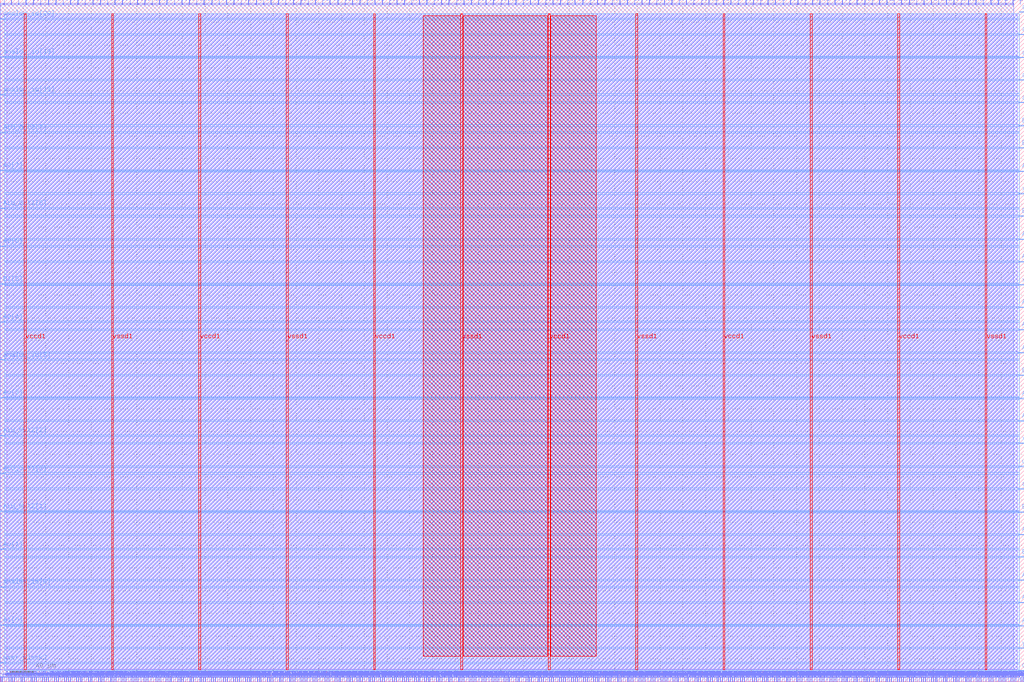
<source format=lef>
VERSION 5.7 ;
  NOWIREEXTENSIONATPIN ON ;
  DIVIDERCHAR "/" ;
  BUSBITCHARS "[]" ;
MACRO sample
  CLASS BLOCK ;
  FOREIGN sample ;
  ORIGIN 0.000 0.000 ;
  SIZE 900.000 BY 600.000 ;
  PIN A0[0]
    DIRECTION INPUT ;
    USE SIGNAL ;
    PORT
      LAYER met3 ;
        RECT 896.000 49.000 900.000 49.600 ;
    END
  END A0[0]
  PIN A0[1]
    DIRECTION INPUT ;
    USE SIGNAL ;
    PORT
      LAYER met3 ;
        RECT 0.000 116.320 4.000 116.920 ;
    END
  END A0[1]
  PIN A0[2]
    DIRECTION INPUT ;
    USE SIGNAL ;
    PORT
      LAYER met3 ;
        RECT 896.000 129.240 900.000 129.840 ;
    END
  END A0[2]
  PIN A0[3]
    DIRECTION INPUT ;
    USE SIGNAL ;
    PORT
      LAYER met3 ;
        RECT 0.000 249.600 4.000 250.200 ;
    END
  END A0[3]
  PIN A0[4]
    DIRECTION INPUT ;
    USE SIGNAL ;
    PORT
      LAYER met3 ;
        RECT 0.000 316.240 4.000 316.840 ;
    END
  END A0[4]
  PIN A0[5]
    DIRECTION INPUT ;
    USE SIGNAL ;
    PORT
      LAYER met3 ;
        RECT 896.000 309.440 900.000 310.040 ;
    END
  END A0[5]
  PIN A0[6]
    DIRECTION INPUT ;
    USE SIGNAL ;
    PORT
      LAYER met3 ;
        RECT 0.000 382.880 4.000 383.480 ;
    END
  END A0[6]
  PIN A0[7]
    DIRECTION INPUT ;
    USE SIGNAL ;
    PORT
      LAYER met3 ;
        RECT 0.000 449.520 4.000 450.120 ;
    END
  END A0[7]
  PIN A1[0]
    DIRECTION INPUT ;
    USE SIGNAL ;
    PORT
      LAYER met3 ;
        RECT 0.000 49.680 4.000 50.280 ;
    END
  END A1[0]
  PIN A1[1]
    DIRECTION INPUT ;
    USE SIGNAL ;
    PORT
      LAYER met2 ;
        RECT 785.770 596.000 786.050 600.000 ;
    END
  END A1[1]
  PIN A1[2]
    DIRECTION INPUT ;
    USE SIGNAL ;
    PORT
      LAYER met2 ;
        RECT 865.810 0.000 866.090 4.000 ;
    END
  END A1[2]
  PIN A1[3]
    DIRECTION INPUT ;
    USE SIGNAL ;
    PORT
      LAYER met3 ;
        RECT 896.000 229.200 900.000 229.800 ;
    END
  END A1[3]
  PIN A1[4]
    DIRECTION INPUT ;
    USE SIGNAL ;
    PORT
      LAYER met2 ;
        RECT 872.710 0.000 872.990 4.000 ;
    END
  END A1[4]
  PIN A1[5]
    DIRECTION INPUT ;
    USE SIGNAL ;
    PORT
      LAYER met2 ;
        RECT 877.770 0.000 878.050 4.000 ;
    END
  END A1[5]
  PIN A1[6]
    DIRECTION INPUT ;
    USE SIGNAL ;
    PORT
      LAYER met3 ;
        RECT 896.000 369.280 900.000 369.880 ;
    END
  END A1[6]
  PIN A1[7]
    DIRECTION INPUT ;
    USE SIGNAL ;
    PORT
      LAYER met2 ;
        RECT 886.510 0.000 886.790 4.000 ;
    END
  END A1[7]
  PIN ALU_Out1[0]
    DIRECTION OUTPUT TRISTATE ;
    USE SIGNAL ;
    PORT
      LAYER met2 ;
        RECT 753.110 596.000 753.390 600.000 ;
    END
  END ALU_Out1[0]
  PIN ALU_Out1[1]
    DIRECTION OUTPUT TRISTATE ;
    USE SIGNAL ;
    PORT
      LAYER met2 ;
        RECT 792.210 596.000 792.490 600.000 ;
    END
  END ALU_Out1[1]
  PIN ALU_Out1[2]
    DIRECTION OUTPUT TRISTATE ;
    USE SIGNAL ;
    PORT
      LAYER met3 ;
        RECT 0.000 182.960 4.000 183.560 ;
    END
  END ALU_Out1[2]
  PIN ALU_Out1[3]
    DIRECTION OUTPUT TRISTATE ;
    USE SIGNAL ;
    PORT
      LAYER met2 ;
        RECT 869.030 0.000 869.310 4.000 ;
    END
  END ALU_Out1[3]
  PIN ALU_Out1[4]
    DIRECTION OUTPUT TRISTATE ;
    USE SIGNAL ;
    PORT
      LAYER met3 ;
        RECT 896.000 289.040 900.000 289.640 ;
    END
  END ALU_Out1[4]
  PIN ALU_Out1[5]
    DIRECTION OUTPUT TRISTATE ;
    USE SIGNAL ;
    PORT
      LAYER met3 ;
        RECT 896.000 329.160 900.000 329.760 ;
    END
  END ALU_Out1[5]
  PIN ALU_Out1[6]
    DIRECTION OUTPUT TRISTATE ;
    USE SIGNAL ;
    PORT
      LAYER met3 ;
        RECT 0.000 416.200 4.000 416.800 ;
    END
  END ALU_Out1[6]
  PIN ALU_Out1[7]
    DIRECTION OUTPUT TRISTATE ;
    USE SIGNAL ;
    PORT
      LAYER met3 ;
        RECT 896.000 448.840 900.000 449.440 ;
    END
  END ALU_Out1[7]
  PIN ALU_Out2[0]
    DIRECTION OUTPUT TRISTATE ;
    USE SIGNAL ;
    PORT
      LAYER met2 ;
        RECT 858.450 0.000 858.730 4.000 ;
    END
  END ALU_Out2[0]
  PIN ALU_Out2[1]
    DIRECTION OUTPUT TRISTATE ;
    USE SIGNAL ;
    PORT
      LAYER met3 ;
        RECT 0.000 149.640 4.000 150.240 ;
    END
  END ALU_Out2[1]
  PIN ALU_Out2[2]
    DIRECTION OUTPUT TRISTATE ;
    USE SIGNAL ;
    PORT
      LAYER met3 ;
        RECT 0.000 216.280 4.000 216.880 ;
    END
  END ALU_Out2[2]
  PIN ALU_Out2[3]
    DIRECTION OUTPUT TRISTATE ;
    USE SIGNAL ;
    PORT
      LAYER met3 ;
        RECT 896.000 248.920 900.000 249.520 ;
    END
  END ALU_Out2[3]
  PIN ALU_Out2[4]
    DIRECTION OUTPUT TRISTATE ;
    USE SIGNAL ;
    PORT
      LAYER met2 ;
        RECT 824.870 596.000 825.150 600.000 ;
    END
  END ALU_Out2[4]
  PIN ALU_Out2[5]
    DIRECTION OUTPUT TRISTATE ;
    USE SIGNAL ;
    PORT
      LAYER met2 ;
        RECT 879.610 0.000 879.890 4.000 ;
    END
  END ALU_Out2[5]
  PIN ALU_Out2[6]
    DIRECTION OUTPUT TRISTATE ;
    USE SIGNAL ;
    PORT
      LAYER met3 ;
        RECT 896.000 389.000 900.000 389.600 ;
    END
  END ALU_Out2[6]
  PIN ALU_Out2[7]
    DIRECTION OUTPUT TRISTATE ;
    USE SIGNAL ;
    PORT
      LAYER met3 ;
        RECT 0.000 482.840 4.000 483.440 ;
    END
  END ALU_Out2[7]
  PIN ALU_Sel1[0]
    DIRECTION INPUT ;
    USE SIGNAL ;
    PORT
      LAYER met2 ;
        RECT 760.010 596.000 760.290 600.000 ;
    END
  END ALU_Sel1[0]
  PIN ALU_Sel1[1]
    DIRECTION INPUT ;
    USE SIGNAL ;
    PORT
      LAYER met2 ;
        RECT 799.110 596.000 799.390 600.000 ;
    END
  END ALU_Sel1[1]
  PIN ALU_Sel2[0]
    DIRECTION INPUT ;
    USE SIGNAL ;
    PORT
      LAYER met3 ;
        RECT 896.000 69.400 900.000 70.000 ;
    END
  END ALU_Sel2[0]
  PIN ALU_Sel2[1]
    DIRECTION INPUT ;
    USE SIGNAL ;
    PORT
      LAYER met3 ;
        RECT 896.000 89.120 900.000 89.720 ;
    END
  END ALU_Sel2[1]
  PIN B0[0]
    DIRECTION INPUT ;
    USE SIGNAL ;
    PORT
      LAYER met2 ;
        RECT 766.450 596.000 766.730 600.000 ;
    END
  END B0[0]
  PIN B0[1]
    DIRECTION INPUT ;
    USE SIGNAL ;
    PORT
      LAYER met2 ;
        RECT 805.550 596.000 805.830 600.000 ;
    END
  END B0[1]
  PIN B0[2]
    DIRECTION INPUT ;
    USE SIGNAL ;
    PORT
      LAYER met3 ;
        RECT 896.000 148.960 900.000 149.560 ;
    END
  END B0[2]
  PIN B0[3]
    DIRECTION INPUT ;
    USE SIGNAL ;
    PORT
      LAYER met3 ;
        RECT 896.000 269.320 900.000 269.920 ;
    END
  END B0[3]
  PIN B0[4]
    DIRECTION INPUT ;
    USE SIGNAL ;
    PORT
      LAYER met2 ;
        RECT 874.550 0.000 874.830 4.000 ;
    END
  END B0[4]
  PIN B0[5]
    DIRECTION INPUT ;
    USE SIGNAL ;
    PORT
      LAYER met2 ;
        RECT 881.450 0.000 881.730 4.000 ;
    END
  END B0[5]
  PIN B0[6]
    DIRECTION INPUT ;
    USE SIGNAL ;
    PORT
      LAYER met3 ;
        RECT 896.000 409.400 900.000 410.000 ;
    END
  END B0[6]
  PIN B0[7]
    DIRECTION INPUT ;
    USE SIGNAL ;
    PORT
      LAYER met3 ;
        RECT 896.000 469.240 900.000 469.840 ;
    END
  END B0[7]
  PIN B1[0]
    DIRECTION INPUT ;
    USE SIGNAL ;
    PORT
      LAYER met2 ;
        RECT 860.290 0.000 860.570 4.000 ;
    END
  END B1[0]
  PIN B1[1]
    DIRECTION INPUT ;
    USE SIGNAL ;
    PORT
      LAYER met3 ;
        RECT 896.000 109.520 900.000 110.120 ;
    END
  END B1[1]
  PIN B1[2]
    DIRECTION INPUT ;
    USE SIGNAL ;
    PORT
      LAYER met2 ;
        RECT 867.190 0.000 867.470 4.000 ;
    END
  END B1[2]
  PIN B1[3]
    DIRECTION INPUT ;
    USE SIGNAL ;
    PORT
      LAYER met2 ;
        RECT 818.430 596.000 818.710 600.000 ;
    END
  END B1[3]
  PIN B1[4]
    DIRECTION INPUT ;
    USE SIGNAL ;
    PORT
      LAYER met2 ;
        RECT 831.770 596.000 832.050 600.000 ;
    END
  END B1[4]
  PIN B1[5]
    DIRECTION INPUT ;
    USE SIGNAL ;
    PORT
      LAYER met3 ;
        RECT 0.000 349.560 4.000 350.160 ;
    END
  END B1[5]
  PIN B1[6]
    DIRECTION INPUT ;
    USE SIGNAL ;
    PORT
      LAYER met2 ;
        RECT 883.290 0.000 883.570 4.000 ;
    END
  END B1[6]
  PIN B1[7]
    DIRECTION INPUT ;
    USE SIGNAL ;
    PORT
      LAYER met3 ;
        RECT 896.000 488.960 900.000 489.560 ;
    END
  END B1[7]
  PIN CarryOut1
    DIRECTION OUTPUT TRISTATE ;
    USE SIGNAL ;
    PORT
      LAYER met3 ;
        RECT 896.000 9.560 900.000 10.160 ;
    END
  END CarryOut1
  PIN CarryOut2
    DIRECTION OUTPUT TRISTATE ;
    USE SIGNAL ;
    PORT
      LAYER met2 ;
        RECT 857.070 0.000 857.350 4.000 ;
    END
  END CarryOut2
  PIN analog_io[0]
    DIRECTION INOUT ;
    USE SIGNAL ;
    PORT
      LAYER met3 ;
        RECT 0.000 83.000 4.000 83.600 ;
    END
  END analog_io[0]
  PIN analog_io[10]
    DIRECTION INOUT ;
    USE SIGNAL ;
    PORT
      LAYER met3 ;
        RECT 896.000 509.360 900.000 509.960 ;
    END
  END analog_io[10]
  PIN analog_io[11]
    DIRECTION INOUT ;
    USE SIGNAL ;
    PORT
      LAYER met2 ;
        RECT 870.870 596.000 871.150 600.000 ;
    END
  END analog_io[11]
  PIN analog_io[12]
    DIRECTION INOUT ;
    USE SIGNAL ;
    PORT
      LAYER met3 ;
        RECT 896.000 529.080 900.000 529.680 ;
    END
  END analog_io[12]
  PIN analog_io[13]
    DIRECTION INOUT ;
    USE SIGNAL ;
    PORT
      LAYER met2 ;
        RECT 877.310 596.000 877.590 600.000 ;
    END
  END analog_io[13]
  PIN analog_io[14]
    DIRECTION INOUT ;
    USE SIGNAL ;
    PORT
      LAYER met2 ;
        RECT 890.190 0.000 890.470 4.000 ;
    END
  END analog_io[14]
  PIN analog_io[15]
    DIRECTION INOUT ;
    USE SIGNAL ;
    PORT
      LAYER met3 ;
        RECT 0.000 516.160 4.000 516.760 ;
    END
  END analog_io[15]
  PIN analog_io[16]
    DIRECTION INOUT ;
    USE SIGNAL ;
    PORT
      LAYER met2 ;
        RECT 883.750 596.000 884.030 600.000 ;
    END
  END analog_io[16]
  PIN analog_io[17]
    DIRECTION INOUT ;
    USE SIGNAL ;
    PORT
      LAYER met3 ;
        RECT 896.000 548.800 900.000 549.400 ;
    END
  END analog_io[17]
  PIN analog_io[18]
    DIRECTION INOUT ;
    USE SIGNAL ;
    PORT
      LAYER met2 ;
        RECT 890.190 596.000 890.470 600.000 ;
    END
  END analog_io[18]
  PIN analog_io[19]
    DIRECTION INOUT ;
    USE SIGNAL ;
    PORT
      LAYER met3 ;
        RECT 0.000 549.480 4.000 550.080 ;
    END
  END analog_io[19]
  PIN analog_io[1]
    DIRECTION INOUT ;
    USE SIGNAL ;
    PORT
      LAYER met2 ;
        RECT 811.990 596.000 812.270 600.000 ;
    END
  END analog_io[1]
  PIN analog_io[20]
    DIRECTION INOUT ;
    USE SIGNAL ;
    PORT
      LAYER met3 ;
        RECT 0.000 582.800 4.000 583.400 ;
    END
  END analog_io[20]
  PIN analog_io[21]
    DIRECTION INOUT ;
    USE SIGNAL ;
    PORT
      LAYER met2 ;
        RECT 892.030 0.000 892.310 4.000 ;
    END
  END analog_io[21]
  PIN analog_io[22]
    DIRECTION INOUT ;
    USE SIGNAL ;
    PORT
      LAYER met2 ;
        RECT 893.410 0.000 893.690 4.000 ;
    END
  END analog_io[22]
  PIN analog_io[23]
    DIRECTION INOUT ;
    USE SIGNAL ;
    PORT
      LAYER met2 ;
        RECT 895.250 0.000 895.530 4.000 ;
    END
  END analog_io[23]
  PIN analog_io[24]
    DIRECTION INOUT ;
    USE SIGNAL ;
    PORT
      LAYER met3 ;
        RECT 896.000 569.200 900.000 569.800 ;
    END
  END analog_io[24]
  PIN analog_io[25]
    DIRECTION INOUT ;
    USE SIGNAL ;
    PORT
      LAYER met2 ;
        RECT 896.630 596.000 896.910 600.000 ;
    END
  END analog_io[25]
  PIN analog_io[26]
    DIRECTION INOUT ;
    USE SIGNAL ;
    PORT
      LAYER met2 ;
        RECT 897.090 0.000 897.370 4.000 ;
    END
  END analog_io[26]
  PIN analog_io[27]
    DIRECTION INOUT ;
    USE SIGNAL ;
    PORT
      LAYER met3 ;
        RECT 896.000 588.920 900.000 589.520 ;
    END
  END analog_io[27]
  PIN analog_io[28]
    DIRECTION INOUT ;
    USE SIGNAL ;
    PORT
      LAYER met2 ;
        RECT 898.930 0.000 899.210 4.000 ;
    END
  END analog_io[28]
  PIN analog_io[2]
    DIRECTION INOUT ;
    USE SIGNAL ;
    PORT
      LAYER met3 ;
        RECT 896.000 169.360 900.000 169.960 ;
    END
  END analog_io[2]
  PIN analog_io[3]
    DIRECTION INOUT ;
    USE SIGNAL ;
    PORT
      LAYER met3 ;
        RECT 0.000 282.920 4.000 283.520 ;
    END
  END analog_io[3]
  PIN analog_io[4]
    DIRECTION INOUT ;
    USE SIGNAL ;
    PORT
      LAYER met2 ;
        RECT 838.210 596.000 838.490 600.000 ;
    END
  END analog_io[4]
  PIN analog_io[5]
    DIRECTION INOUT ;
    USE SIGNAL ;
    PORT
      LAYER met2 ;
        RECT 844.650 596.000 844.930 600.000 ;
    END
  END analog_io[5]
  PIN analog_io[6]
    DIRECTION INOUT ;
    USE SIGNAL ;
    PORT
      LAYER met2 ;
        RECT 884.670 0.000 884.950 4.000 ;
    END
  END analog_io[6]
  PIN analog_io[7]
    DIRECTION INOUT ;
    USE SIGNAL ;
    PORT
      LAYER met2 ;
        RECT 851.090 596.000 851.370 600.000 ;
    END
  END analog_io[7]
  PIN analog_io[8]
    DIRECTION INOUT ;
    USE SIGNAL ;
    PORT
      LAYER met2 ;
        RECT 857.530 596.000 857.810 600.000 ;
    END
  END analog_io[8]
  PIN analog_io[9]
    DIRECTION INOUT ;
    USE SIGNAL ;
    PORT
      LAYER met2 ;
        RECT 863.970 596.000 864.250 600.000 ;
    END
  END analog_io[9]
  PIN clk
    DIRECTION INPUT ;
    USE SIGNAL ;
    PORT
      LAYER met2 ;
        RECT 746.670 596.000 746.950 600.000 ;
    END
  END clk
  PIN io_in[0]
    DIRECTION INPUT ;
    USE SIGNAL ;
    PORT
      LAYER met2 ;
        RECT 3.310 596.000 3.590 600.000 ;
    END
  END io_in[0]
  PIN io_in[10]
    DIRECTION INPUT ;
    USE SIGNAL ;
    PORT
      LAYER met2 ;
        RECT 198.810 596.000 199.090 600.000 ;
    END
  END io_in[10]
  PIN io_in[11]
    DIRECTION INPUT ;
    USE SIGNAL ;
    PORT
      LAYER met2 ;
        RECT 218.130 596.000 218.410 600.000 ;
    END
  END io_in[11]
  PIN io_in[12]
    DIRECTION INPUT ;
    USE SIGNAL ;
    PORT
      LAYER met2 ;
        RECT 237.910 596.000 238.190 600.000 ;
    END
  END io_in[12]
  PIN io_in[13]
    DIRECTION INPUT ;
    USE SIGNAL ;
    PORT
      LAYER met2 ;
        RECT 257.690 596.000 257.970 600.000 ;
    END
  END io_in[13]
  PIN io_in[14]
    DIRECTION INPUT ;
    USE SIGNAL ;
    PORT
      LAYER met2 ;
        RECT 277.010 596.000 277.290 600.000 ;
    END
  END io_in[14]
  PIN io_in[15]
    DIRECTION INPUT ;
    USE SIGNAL ;
    PORT
      LAYER met2 ;
        RECT 296.790 596.000 297.070 600.000 ;
    END
  END io_in[15]
  PIN io_in[16]
    DIRECTION INPUT ;
    USE SIGNAL ;
    PORT
      LAYER met2 ;
        RECT 316.110 596.000 316.390 600.000 ;
    END
  END io_in[16]
  PIN io_in[17]
    DIRECTION INPUT ;
    USE SIGNAL ;
    PORT
      LAYER met2 ;
        RECT 335.890 596.000 336.170 600.000 ;
    END
  END io_in[17]
  PIN io_in[18]
    DIRECTION INPUT ;
    USE SIGNAL ;
    PORT
      LAYER met2 ;
        RECT 355.210 596.000 355.490 600.000 ;
    END
  END io_in[18]
  PIN io_in[19]
    DIRECTION INPUT ;
    USE SIGNAL ;
    PORT
      LAYER met2 ;
        RECT 374.990 596.000 375.270 600.000 ;
    END
  END io_in[19]
  PIN io_in[1]
    DIRECTION INPUT ;
    USE SIGNAL ;
    PORT
      LAYER met2 ;
        RECT 22.630 596.000 22.910 600.000 ;
    END
  END io_in[1]
  PIN io_in[20]
    DIRECTION INPUT ;
    USE SIGNAL ;
    PORT
      LAYER met2 ;
        RECT 394.310 596.000 394.590 600.000 ;
    END
  END io_in[20]
  PIN io_in[21]
    DIRECTION INPUT ;
    USE SIGNAL ;
    PORT
      LAYER met2 ;
        RECT 414.090 596.000 414.370 600.000 ;
    END
  END io_in[21]
  PIN io_in[22]
    DIRECTION INPUT ;
    USE SIGNAL ;
    PORT
      LAYER met2 ;
        RECT 433.410 596.000 433.690 600.000 ;
    END
  END io_in[22]
  PIN io_in[23]
    DIRECTION INPUT ;
    USE SIGNAL ;
    PORT
      LAYER met2 ;
        RECT 453.190 596.000 453.470 600.000 ;
    END
  END io_in[23]
  PIN io_in[24]
    DIRECTION INPUT ;
    USE SIGNAL ;
    PORT
      LAYER met2 ;
        RECT 472.970 596.000 473.250 600.000 ;
    END
  END io_in[24]
  PIN io_in[25]
    DIRECTION INPUT ;
    USE SIGNAL ;
    PORT
      LAYER met2 ;
        RECT 492.290 596.000 492.570 600.000 ;
    END
  END io_in[25]
  PIN io_in[26]
    DIRECTION INPUT ;
    USE SIGNAL ;
    PORT
      LAYER met2 ;
        RECT 512.070 596.000 512.350 600.000 ;
    END
  END io_in[26]
  PIN io_in[27]
    DIRECTION INPUT ;
    USE SIGNAL ;
    PORT
      LAYER met2 ;
        RECT 531.390 596.000 531.670 600.000 ;
    END
  END io_in[27]
  PIN io_in[28]
    DIRECTION INPUT ;
    USE SIGNAL ;
    PORT
      LAYER met2 ;
        RECT 551.170 596.000 551.450 600.000 ;
    END
  END io_in[28]
  PIN io_in[29]
    DIRECTION INPUT ;
    USE SIGNAL ;
    PORT
      LAYER met2 ;
        RECT 570.490 596.000 570.770 600.000 ;
    END
  END io_in[29]
  PIN io_in[2]
    DIRECTION INPUT ;
    USE SIGNAL ;
    PORT
      LAYER met2 ;
        RECT 42.410 596.000 42.690 600.000 ;
    END
  END io_in[2]
  PIN io_in[30]
    DIRECTION INPUT ;
    USE SIGNAL ;
    PORT
      LAYER met2 ;
        RECT 590.270 596.000 590.550 600.000 ;
    END
  END io_in[30]
  PIN io_in[31]
    DIRECTION INPUT ;
    USE SIGNAL ;
    PORT
      LAYER met2 ;
        RECT 609.590 596.000 609.870 600.000 ;
    END
  END io_in[31]
  PIN io_in[32]
    DIRECTION INPUT ;
    USE SIGNAL ;
    PORT
      LAYER met2 ;
        RECT 629.370 596.000 629.650 600.000 ;
    END
  END io_in[32]
  PIN io_in[33]
    DIRECTION INPUT ;
    USE SIGNAL ;
    PORT
      LAYER met2 ;
        RECT 648.690 596.000 648.970 600.000 ;
    END
  END io_in[33]
  PIN io_in[34]
    DIRECTION INPUT ;
    USE SIGNAL ;
    PORT
      LAYER met2 ;
        RECT 668.470 596.000 668.750 600.000 ;
    END
  END io_in[34]
  PIN io_in[35]
    DIRECTION INPUT ;
    USE SIGNAL ;
    PORT
      LAYER met2 ;
        RECT 688.250 596.000 688.530 600.000 ;
    END
  END io_in[35]
  PIN io_in[36]
    DIRECTION INPUT ;
    USE SIGNAL ;
    PORT
      LAYER met2 ;
        RECT 707.570 596.000 707.850 600.000 ;
    END
  END io_in[36]
  PIN io_in[37]
    DIRECTION INPUT ;
    USE SIGNAL ;
    PORT
      LAYER met2 ;
        RECT 727.350 596.000 727.630 600.000 ;
    END
  END io_in[37]
  PIN io_in[3]
    DIRECTION INPUT ;
    USE SIGNAL ;
    PORT
      LAYER met2 ;
        RECT 61.730 596.000 62.010 600.000 ;
    END
  END io_in[3]
  PIN io_in[4]
    DIRECTION INPUT ;
    USE SIGNAL ;
    PORT
      LAYER met2 ;
        RECT 81.510 596.000 81.790 600.000 ;
    END
  END io_in[4]
  PIN io_in[5]
    DIRECTION INPUT ;
    USE SIGNAL ;
    PORT
      LAYER met2 ;
        RECT 100.830 596.000 101.110 600.000 ;
    END
  END io_in[5]
  PIN io_in[6]
    DIRECTION INPUT ;
    USE SIGNAL ;
    PORT
      LAYER met2 ;
        RECT 120.610 596.000 120.890 600.000 ;
    END
  END io_in[6]
  PIN io_in[7]
    DIRECTION INPUT ;
    USE SIGNAL ;
    PORT
      LAYER met2 ;
        RECT 139.930 596.000 140.210 600.000 ;
    END
  END io_in[7]
  PIN io_in[8]
    DIRECTION INPUT ;
    USE SIGNAL ;
    PORT
      LAYER met2 ;
        RECT 159.710 596.000 159.990 600.000 ;
    END
  END io_in[8]
  PIN io_in[9]
    DIRECTION INPUT ;
    USE SIGNAL ;
    PORT
      LAYER met2 ;
        RECT 179.030 596.000 179.310 600.000 ;
    END
  END io_in[9]
  PIN io_oeb[0]
    DIRECTION OUTPUT TRISTATE ;
    USE SIGNAL ;
    PORT
      LAYER met2 ;
        RECT 9.750 596.000 10.030 600.000 ;
    END
  END io_oeb[0]
  PIN io_oeb[10]
    DIRECTION OUTPUT TRISTATE ;
    USE SIGNAL ;
    PORT
      LAYER met2 ;
        RECT 205.250 596.000 205.530 600.000 ;
    END
  END io_oeb[10]
  PIN io_oeb[11]
    DIRECTION OUTPUT TRISTATE ;
    USE SIGNAL ;
    PORT
      LAYER met2 ;
        RECT 225.030 596.000 225.310 600.000 ;
    END
  END io_oeb[11]
  PIN io_oeb[12]
    DIRECTION OUTPUT TRISTATE ;
    USE SIGNAL ;
    PORT
      LAYER met2 ;
        RECT 244.350 596.000 244.630 600.000 ;
    END
  END io_oeb[12]
  PIN io_oeb[13]
    DIRECTION OUTPUT TRISTATE ;
    USE SIGNAL ;
    PORT
      LAYER met2 ;
        RECT 264.130 596.000 264.410 600.000 ;
    END
  END io_oeb[13]
  PIN io_oeb[14]
    DIRECTION OUTPUT TRISTATE ;
    USE SIGNAL ;
    PORT
      LAYER met2 ;
        RECT 283.450 596.000 283.730 600.000 ;
    END
  END io_oeb[14]
  PIN io_oeb[15]
    DIRECTION OUTPUT TRISTATE ;
    USE SIGNAL ;
    PORT
      LAYER met2 ;
        RECT 303.230 596.000 303.510 600.000 ;
    END
  END io_oeb[15]
  PIN io_oeb[16]
    DIRECTION OUTPUT TRISTATE ;
    USE SIGNAL ;
    PORT
      LAYER met2 ;
        RECT 322.550 596.000 322.830 600.000 ;
    END
  END io_oeb[16]
  PIN io_oeb[17]
    DIRECTION OUTPUT TRISTATE ;
    USE SIGNAL ;
    PORT
      LAYER met2 ;
        RECT 342.330 596.000 342.610 600.000 ;
    END
  END io_oeb[17]
  PIN io_oeb[18]
    DIRECTION OUTPUT TRISTATE ;
    USE SIGNAL ;
    PORT
      LAYER met2 ;
        RECT 361.650 596.000 361.930 600.000 ;
    END
  END io_oeb[18]
  PIN io_oeb[19]
    DIRECTION OUTPUT TRISTATE ;
    USE SIGNAL ;
    PORT
      LAYER met2 ;
        RECT 381.430 596.000 381.710 600.000 ;
    END
  END io_oeb[19]
  PIN io_oeb[1]
    DIRECTION OUTPUT TRISTATE ;
    USE SIGNAL ;
    PORT
      LAYER met2 ;
        RECT 29.070 596.000 29.350 600.000 ;
    END
  END io_oeb[1]
  PIN io_oeb[20]
    DIRECTION OUTPUT TRISTATE ;
    USE SIGNAL ;
    PORT
      LAYER met2 ;
        RECT 401.210 596.000 401.490 600.000 ;
    END
  END io_oeb[20]
  PIN io_oeb[21]
    DIRECTION OUTPUT TRISTATE ;
    USE SIGNAL ;
    PORT
      LAYER met2 ;
        RECT 420.530 596.000 420.810 600.000 ;
    END
  END io_oeb[21]
  PIN io_oeb[22]
    DIRECTION OUTPUT TRISTATE ;
    USE SIGNAL ;
    PORT
      LAYER met2 ;
        RECT 440.310 596.000 440.590 600.000 ;
    END
  END io_oeb[22]
  PIN io_oeb[23]
    DIRECTION OUTPUT TRISTATE ;
    USE SIGNAL ;
    PORT
      LAYER met2 ;
        RECT 459.630 596.000 459.910 600.000 ;
    END
  END io_oeb[23]
  PIN io_oeb[24]
    DIRECTION OUTPUT TRISTATE ;
    USE SIGNAL ;
    PORT
      LAYER met2 ;
        RECT 479.410 596.000 479.690 600.000 ;
    END
  END io_oeb[24]
  PIN io_oeb[25]
    DIRECTION OUTPUT TRISTATE ;
    USE SIGNAL ;
    PORT
      LAYER met2 ;
        RECT 498.730 596.000 499.010 600.000 ;
    END
  END io_oeb[25]
  PIN io_oeb[26]
    DIRECTION OUTPUT TRISTATE ;
    USE SIGNAL ;
    PORT
      LAYER met2 ;
        RECT 518.510 596.000 518.790 600.000 ;
    END
  END io_oeb[26]
  PIN io_oeb[27]
    DIRECTION OUTPUT TRISTATE ;
    USE SIGNAL ;
    PORT
      LAYER met2 ;
        RECT 537.830 596.000 538.110 600.000 ;
    END
  END io_oeb[27]
  PIN io_oeb[28]
    DIRECTION OUTPUT TRISTATE ;
    USE SIGNAL ;
    PORT
      LAYER met2 ;
        RECT 557.610 596.000 557.890 600.000 ;
    END
  END io_oeb[28]
  PIN io_oeb[29]
    DIRECTION OUTPUT TRISTATE ;
    USE SIGNAL ;
    PORT
      LAYER met2 ;
        RECT 576.930 596.000 577.210 600.000 ;
    END
  END io_oeb[29]
  PIN io_oeb[2]
    DIRECTION OUTPUT TRISTATE ;
    USE SIGNAL ;
    PORT
      LAYER met2 ;
        RECT 48.850 596.000 49.130 600.000 ;
    END
  END io_oeb[2]
  PIN io_oeb[30]
    DIRECTION OUTPUT TRISTATE ;
    USE SIGNAL ;
    PORT
      LAYER met2 ;
        RECT 596.710 596.000 596.990 600.000 ;
    END
  END io_oeb[30]
  PIN io_oeb[31]
    DIRECTION OUTPUT TRISTATE ;
    USE SIGNAL ;
    PORT
      LAYER met2 ;
        RECT 616.490 596.000 616.770 600.000 ;
    END
  END io_oeb[31]
  PIN io_oeb[32]
    DIRECTION OUTPUT TRISTATE ;
    USE SIGNAL ;
    PORT
      LAYER met2 ;
        RECT 635.810 596.000 636.090 600.000 ;
    END
  END io_oeb[32]
  PIN io_oeb[33]
    DIRECTION OUTPUT TRISTATE ;
    USE SIGNAL ;
    PORT
      LAYER met2 ;
        RECT 655.590 596.000 655.870 600.000 ;
    END
  END io_oeb[33]
  PIN io_oeb[34]
    DIRECTION OUTPUT TRISTATE ;
    USE SIGNAL ;
    PORT
      LAYER met2 ;
        RECT 674.910 596.000 675.190 600.000 ;
    END
  END io_oeb[34]
  PIN io_oeb[35]
    DIRECTION OUTPUT TRISTATE ;
    USE SIGNAL ;
    PORT
      LAYER met2 ;
        RECT 694.690 596.000 694.970 600.000 ;
    END
  END io_oeb[35]
  PIN io_oeb[36]
    DIRECTION OUTPUT TRISTATE ;
    USE SIGNAL ;
    PORT
      LAYER met2 ;
        RECT 714.010 596.000 714.290 600.000 ;
    END
  END io_oeb[36]
  PIN io_oeb[37]
    DIRECTION OUTPUT TRISTATE ;
    USE SIGNAL ;
    PORT
      LAYER met2 ;
        RECT 733.790 596.000 734.070 600.000 ;
    END
  END io_oeb[37]
  PIN io_oeb[3]
    DIRECTION OUTPUT TRISTATE ;
    USE SIGNAL ;
    PORT
      LAYER met2 ;
        RECT 68.170 596.000 68.450 600.000 ;
    END
  END io_oeb[3]
  PIN io_oeb[4]
    DIRECTION OUTPUT TRISTATE ;
    USE SIGNAL ;
    PORT
      LAYER met2 ;
        RECT 87.950 596.000 88.230 600.000 ;
    END
  END io_oeb[4]
  PIN io_oeb[5]
    DIRECTION OUTPUT TRISTATE ;
    USE SIGNAL ;
    PORT
      LAYER met2 ;
        RECT 107.270 596.000 107.550 600.000 ;
    END
  END io_oeb[5]
  PIN io_oeb[6]
    DIRECTION OUTPUT TRISTATE ;
    USE SIGNAL ;
    PORT
      LAYER met2 ;
        RECT 127.050 596.000 127.330 600.000 ;
    END
  END io_oeb[6]
  PIN io_oeb[7]
    DIRECTION OUTPUT TRISTATE ;
    USE SIGNAL ;
    PORT
      LAYER met2 ;
        RECT 146.370 596.000 146.650 600.000 ;
    END
  END io_oeb[7]
  PIN io_oeb[8]
    DIRECTION OUTPUT TRISTATE ;
    USE SIGNAL ;
    PORT
      LAYER met2 ;
        RECT 166.150 596.000 166.430 600.000 ;
    END
  END io_oeb[8]
  PIN io_oeb[9]
    DIRECTION OUTPUT TRISTATE ;
    USE SIGNAL ;
    PORT
      LAYER met2 ;
        RECT 185.930 596.000 186.210 600.000 ;
    END
  END io_oeb[9]
  PIN io_out[0]
    DIRECTION OUTPUT TRISTATE ;
    USE SIGNAL ;
    PORT
      LAYER met2 ;
        RECT 16.190 596.000 16.470 600.000 ;
    END
  END io_out[0]
  PIN io_out[10]
    DIRECTION OUTPUT TRISTATE ;
    USE SIGNAL ;
    PORT
      LAYER met2 ;
        RECT 211.690 596.000 211.970 600.000 ;
    END
  END io_out[10]
  PIN io_out[11]
    DIRECTION OUTPUT TRISTATE ;
    USE SIGNAL ;
    PORT
      LAYER met2 ;
        RECT 231.470 596.000 231.750 600.000 ;
    END
  END io_out[11]
  PIN io_out[12]
    DIRECTION OUTPUT TRISTATE ;
    USE SIGNAL ;
    PORT
      LAYER met2 ;
        RECT 250.790 596.000 251.070 600.000 ;
    END
  END io_out[12]
  PIN io_out[13]
    DIRECTION OUTPUT TRISTATE ;
    USE SIGNAL ;
    PORT
      LAYER met2 ;
        RECT 270.570 596.000 270.850 600.000 ;
    END
  END io_out[13]
  PIN io_out[14]
    DIRECTION OUTPUT TRISTATE ;
    USE SIGNAL ;
    PORT
      LAYER met2 ;
        RECT 289.890 596.000 290.170 600.000 ;
    END
  END io_out[14]
  PIN io_out[15]
    DIRECTION OUTPUT TRISTATE ;
    USE SIGNAL ;
    PORT
      LAYER met2 ;
        RECT 309.670 596.000 309.950 600.000 ;
    END
  END io_out[15]
  PIN io_out[16]
    DIRECTION OUTPUT TRISTATE ;
    USE SIGNAL ;
    PORT
      LAYER met2 ;
        RECT 329.450 596.000 329.730 600.000 ;
    END
  END io_out[16]
  PIN io_out[17]
    DIRECTION OUTPUT TRISTATE ;
    USE SIGNAL ;
    PORT
      LAYER met2 ;
        RECT 348.770 596.000 349.050 600.000 ;
    END
  END io_out[17]
  PIN io_out[18]
    DIRECTION OUTPUT TRISTATE ;
    USE SIGNAL ;
    PORT
      LAYER met2 ;
        RECT 368.550 596.000 368.830 600.000 ;
    END
  END io_out[18]
  PIN io_out[19]
    DIRECTION OUTPUT TRISTATE ;
    USE SIGNAL ;
    PORT
      LAYER met2 ;
        RECT 387.870 596.000 388.150 600.000 ;
    END
  END io_out[19]
  PIN io_out[1]
    DIRECTION OUTPUT TRISTATE ;
    USE SIGNAL ;
    PORT
      LAYER met2 ;
        RECT 35.510 596.000 35.790 600.000 ;
    END
  END io_out[1]
  PIN io_out[20]
    DIRECTION OUTPUT TRISTATE ;
    USE SIGNAL ;
    PORT
      LAYER met2 ;
        RECT 407.650 596.000 407.930 600.000 ;
    END
  END io_out[20]
  PIN io_out[21]
    DIRECTION OUTPUT TRISTATE ;
    USE SIGNAL ;
    PORT
      LAYER met2 ;
        RECT 426.970 596.000 427.250 600.000 ;
    END
  END io_out[21]
  PIN io_out[22]
    DIRECTION OUTPUT TRISTATE ;
    USE SIGNAL ;
    PORT
      LAYER met2 ;
        RECT 446.750 596.000 447.030 600.000 ;
    END
  END io_out[22]
  PIN io_out[23]
    DIRECTION OUTPUT TRISTATE ;
    USE SIGNAL ;
    PORT
      LAYER met2 ;
        RECT 466.070 596.000 466.350 600.000 ;
    END
  END io_out[23]
  PIN io_out[24]
    DIRECTION OUTPUT TRISTATE ;
    USE SIGNAL ;
    PORT
      LAYER met2 ;
        RECT 485.850 596.000 486.130 600.000 ;
    END
  END io_out[24]
  PIN io_out[25]
    DIRECTION OUTPUT TRISTATE ;
    USE SIGNAL ;
    PORT
      LAYER met2 ;
        RECT 505.170 596.000 505.450 600.000 ;
    END
  END io_out[25]
  PIN io_out[26]
    DIRECTION OUTPUT TRISTATE ;
    USE SIGNAL ;
    PORT
      LAYER met2 ;
        RECT 524.950 596.000 525.230 600.000 ;
    END
  END io_out[26]
  PIN io_out[27]
    DIRECTION OUTPUT TRISTATE ;
    USE SIGNAL ;
    PORT
      LAYER met2 ;
        RECT 544.730 596.000 545.010 600.000 ;
    END
  END io_out[27]
  PIN io_out[28]
    DIRECTION OUTPUT TRISTATE ;
    USE SIGNAL ;
    PORT
      LAYER met2 ;
        RECT 564.050 596.000 564.330 600.000 ;
    END
  END io_out[28]
  PIN io_out[29]
    DIRECTION OUTPUT TRISTATE ;
    USE SIGNAL ;
    PORT
      LAYER met2 ;
        RECT 583.830 596.000 584.110 600.000 ;
    END
  END io_out[29]
  PIN io_out[2]
    DIRECTION OUTPUT TRISTATE ;
    USE SIGNAL ;
    PORT
      LAYER met2 ;
        RECT 55.290 596.000 55.570 600.000 ;
    END
  END io_out[2]
  PIN io_out[30]
    DIRECTION OUTPUT TRISTATE ;
    USE SIGNAL ;
    PORT
      LAYER met2 ;
        RECT 603.150 596.000 603.430 600.000 ;
    END
  END io_out[30]
  PIN io_out[31]
    DIRECTION OUTPUT TRISTATE ;
    USE SIGNAL ;
    PORT
      LAYER met2 ;
        RECT 622.930 596.000 623.210 600.000 ;
    END
  END io_out[31]
  PIN io_out[32]
    DIRECTION OUTPUT TRISTATE ;
    USE SIGNAL ;
    PORT
      LAYER met2 ;
        RECT 642.250 596.000 642.530 600.000 ;
    END
  END io_out[32]
  PIN io_out[33]
    DIRECTION OUTPUT TRISTATE ;
    USE SIGNAL ;
    PORT
      LAYER met2 ;
        RECT 662.030 596.000 662.310 600.000 ;
    END
  END io_out[33]
  PIN io_out[34]
    DIRECTION OUTPUT TRISTATE ;
    USE SIGNAL ;
    PORT
      LAYER met2 ;
        RECT 681.350 596.000 681.630 600.000 ;
    END
  END io_out[34]
  PIN io_out[35]
    DIRECTION OUTPUT TRISTATE ;
    USE SIGNAL ;
    PORT
      LAYER met2 ;
        RECT 701.130 596.000 701.410 600.000 ;
    END
  END io_out[35]
  PIN io_out[36]
    DIRECTION OUTPUT TRISTATE ;
    USE SIGNAL ;
    PORT
      LAYER met2 ;
        RECT 720.450 596.000 720.730 600.000 ;
    END
  END io_out[36]
  PIN io_out[37]
    DIRECTION OUTPUT TRISTATE ;
    USE SIGNAL ;
    PORT
      LAYER met2 ;
        RECT 740.230 596.000 740.510 600.000 ;
    END
  END io_out[37]
  PIN io_out[3]
    DIRECTION OUTPUT TRISTATE ;
    USE SIGNAL ;
    PORT
      LAYER met2 ;
        RECT 74.610 596.000 74.890 600.000 ;
    END
  END io_out[3]
  PIN io_out[4]
    DIRECTION OUTPUT TRISTATE ;
    USE SIGNAL ;
    PORT
      LAYER met2 ;
        RECT 94.390 596.000 94.670 600.000 ;
    END
  END io_out[4]
  PIN io_out[5]
    DIRECTION OUTPUT TRISTATE ;
    USE SIGNAL ;
    PORT
      LAYER met2 ;
        RECT 114.170 596.000 114.450 600.000 ;
    END
  END io_out[5]
  PIN io_out[6]
    DIRECTION OUTPUT TRISTATE ;
    USE SIGNAL ;
    PORT
      LAYER met2 ;
        RECT 133.490 596.000 133.770 600.000 ;
    END
  END io_out[6]
  PIN io_out[7]
    DIRECTION OUTPUT TRISTATE ;
    USE SIGNAL ;
    PORT
      LAYER met2 ;
        RECT 153.270 596.000 153.550 600.000 ;
    END
  END io_out[7]
  PIN io_out[8]
    DIRECTION OUTPUT TRISTATE ;
    USE SIGNAL ;
    PORT
      LAYER met2 ;
        RECT 172.590 596.000 172.870 600.000 ;
    END
  END io_out[8]
  PIN io_out[9]
    DIRECTION OUTPUT TRISTATE ;
    USE SIGNAL ;
    PORT
      LAYER met2 ;
        RECT 192.370 596.000 192.650 600.000 ;
    END
  END io_out[9]
  PIN la_data_in[0]
    DIRECTION INPUT ;
    USE SIGNAL ;
    PORT
      LAYER met2 ;
        RECT 185.470 0.000 185.750 4.000 ;
    END
  END la_data_in[0]
  PIN la_data_in[100]
    DIRECTION INPUT ;
    USE SIGNAL ;
    PORT
      LAYER met2 ;
        RECT 709.870 0.000 710.150 4.000 ;
    END
  END la_data_in[100]
  PIN la_data_in[101]
    DIRECTION INPUT ;
    USE SIGNAL ;
    PORT
      LAYER met2 ;
        RECT 715.390 0.000 715.670 4.000 ;
    END
  END la_data_in[101]
  PIN la_data_in[102]
    DIRECTION INPUT ;
    USE SIGNAL ;
    PORT
      LAYER met2 ;
        RECT 720.450 0.000 720.730 4.000 ;
    END
  END la_data_in[102]
  PIN la_data_in[103]
    DIRECTION INPUT ;
    USE SIGNAL ;
    PORT
      LAYER met2 ;
        RECT 725.970 0.000 726.250 4.000 ;
    END
  END la_data_in[103]
  PIN la_data_in[104]
    DIRECTION INPUT ;
    USE SIGNAL ;
    PORT
      LAYER met2 ;
        RECT 731.030 0.000 731.310 4.000 ;
    END
  END la_data_in[104]
  PIN la_data_in[105]
    DIRECTION INPUT ;
    USE SIGNAL ;
    PORT
      LAYER met2 ;
        RECT 736.090 0.000 736.370 4.000 ;
    END
  END la_data_in[105]
  PIN la_data_in[106]
    DIRECTION INPUT ;
    USE SIGNAL ;
    PORT
      LAYER met2 ;
        RECT 741.610 0.000 741.890 4.000 ;
    END
  END la_data_in[106]
  PIN la_data_in[107]
    DIRECTION INPUT ;
    USE SIGNAL ;
    PORT
      LAYER met2 ;
        RECT 746.670 0.000 746.950 4.000 ;
    END
  END la_data_in[107]
  PIN la_data_in[108]
    DIRECTION INPUT ;
    USE SIGNAL ;
    PORT
      LAYER met2 ;
        RECT 752.190 0.000 752.470 4.000 ;
    END
  END la_data_in[108]
  PIN la_data_in[109]
    DIRECTION INPUT ;
    USE SIGNAL ;
    PORT
      LAYER met2 ;
        RECT 757.250 0.000 757.530 4.000 ;
    END
  END la_data_in[109]
  PIN la_data_in[10]
    DIRECTION INPUT ;
    USE SIGNAL ;
    PORT
      LAYER met2 ;
        RECT 237.910 0.000 238.190 4.000 ;
    END
  END la_data_in[10]
  PIN la_data_in[110]
    DIRECTION INPUT ;
    USE SIGNAL ;
    PORT
      LAYER met2 ;
        RECT 762.310 0.000 762.590 4.000 ;
    END
  END la_data_in[110]
  PIN la_data_in[111]
    DIRECTION INPUT ;
    USE SIGNAL ;
    PORT
      LAYER met2 ;
        RECT 767.830 0.000 768.110 4.000 ;
    END
  END la_data_in[111]
  PIN la_data_in[112]
    DIRECTION INPUT ;
    USE SIGNAL ;
    PORT
      LAYER met2 ;
        RECT 772.890 0.000 773.170 4.000 ;
    END
  END la_data_in[112]
  PIN la_data_in[113]
    DIRECTION INPUT ;
    USE SIGNAL ;
    PORT
      LAYER met2 ;
        RECT 778.410 0.000 778.690 4.000 ;
    END
  END la_data_in[113]
  PIN la_data_in[114]
    DIRECTION INPUT ;
    USE SIGNAL ;
    PORT
      LAYER met2 ;
        RECT 783.470 0.000 783.750 4.000 ;
    END
  END la_data_in[114]
  PIN la_data_in[115]
    DIRECTION INPUT ;
    USE SIGNAL ;
    PORT
      LAYER met2 ;
        RECT 788.530 0.000 788.810 4.000 ;
    END
  END la_data_in[115]
  PIN la_data_in[116]
    DIRECTION INPUT ;
    USE SIGNAL ;
    PORT
      LAYER met2 ;
        RECT 794.050 0.000 794.330 4.000 ;
    END
  END la_data_in[116]
  PIN la_data_in[117]
    DIRECTION INPUT ;
    USE SIGNAL ;
    PORT
      LAYER met2 ;
        RECT 799.110 0.000 799.390 4.000 ;
    END
  END la_data_in[117]
  PIN la_data_in[118]
    DIRECTION INPUT ;
    USE SIGNAL ;
    PORT
      LAYER met2 ;
        RECT 804.630 0.000 804.910 4.000 ;
    END
  END la_data_in[118]
  PIN la_data_in[119]
    DIRECTION INPUT ;
    USE SIGNAL ;
    PORT
      LAYER met2 ;
        RECT 809.690 0.000 809.970 4.000 ;
    END
  END la_data_in[119]
  PIN la_data_in[11]
    DIRECTION INPUT ;
    USE SIGNAL ;
    PORT
      LAYER met2 ;
        RECT 243.430 0.000 243.710 4.000 ;
    END
  END la_data_in[11]
  PIN la_data_in[120]
    DIRECTION INPUT ;
    USE SIGNAL ;
    PORT
      LAYER met2 ;
        RECT 814.750 0.000 815.030 4.000 ;
    END
  END la_data_in[120]
  PIN la_data_in[121]
    DIRECTION INPUT ;
    USE SIGNAL ;
    PORT
      LAYER met2 ;
        RECT 820.270 0.000 820.550 4.000 ;
    END
  END la_data_in[121]
  PIN la_data_in[122]
    DIRECTION INPUT ;
    USE SIGNAL ;
    PORT
      LAYER met2 ;
        RECT 825.330 0.000 825.610 4.000 ;
    END
  END la_data_in[122]
  PIN la_data_in[123]
    DIRECTION INPUT ;
    USE SIGNAL ;
    PORT
      LAYER met2 ;
        RECT 830.850 0.000 831.130 4.000 ;
    END
  END la_data_in[123]
  PIN la_data_in[124]
    DIRECTION INPUT ;
    USE SIGNAL ;
    PORT
      LAYER met2 ;
        RECT 835.910 0.000 836.190 4.000 ;
    END
  END la_data_in[124]
  PIN la_data_in[125]
    DIRECTION INPUT ;
    USE SIGNAL ;
    PORT
      LAYER met2 ;
        RECT 840.970 0.000 841.250 4.000 ;
    END
  END la_data_in[125]
  PIN la_data_in[126]
    DIRECTION INPUT ;
    USE SIGNAL ;
    PORT
      LAYER met2 ;
        RECT 846.490 0.000 846.770 4.000 ;
    END
  END la_data_in[126]
  PIN la_data_in[127]
    DIRECTION INPUT ;
    USE SIGNAL ;
    PORT
      LAYER met2 ;
        RECT 851.550 0.000 851.830 4.000 ;
    END
  END la_data_in[127]
  PIN la_data_in[12]
    DIRECTION INPUT ;
    USE SIGNAL ;
    PORT
      LAYER met2 ;
        RECT 248.490 0.000 248.770 4.000 ;
    END
  END la_data_in[12]
  PIN la_data_in[13]
    DIRECTION INPUT ;
    USE SIGNAL ;
    PORT
      LAYER met2 ;
        RECT 254.010 0.000 254.290 4.000 ;
    END
  END la_data_in[13]
  PIN la_data_in[14]
    DIRECTION INPUT ;
    USE SIGNAL ;
    PORT
      LAYER met2 ;
        RECT 259.070 0.000 259.350 4.000 ;
    END
  END la_data_in[14]
  PIN la_data_in[15]
    DIRECTION INPUT ;
    USE SIGNAL ;
    PORT
      LAYER met2 ;
        RECT 264.130 0.000 264.410 4.000 ;
    END
  END la_data_in[15]
  PIN la_data_in[16]
    DIRECTION INPUT ;
    USE SIGNAL ;
    PORT
      LAYER met2 ;
        RECT 269.650 0.000 269.930 4.000 ;
    END
  END la_data_in[16]
  PIN la_data_in[17]
    DIRECTION INPUT ;
    USE SIGNAL ;
    PORT
      LAYER met2 ;
        RECT 274.710 0.000 274.990 4.000 ;
    END
  END la_data_in[17]
  PIN la_data_in[18]
    DIRECTION INPUT ;
    USE SIGNAL ;
    PORT
      LAYER met2 ;
        RECT 280.230 0.000 280.510 4.000 ;
    END
  END la_data_in[18]
  PIN la_data_in[19]
    DIRECTION INPUT ;
    USE SIGNAL ;
    PORT
      LAYER met2 ;
        RECT 285.290 0.000 285.570 4.000 ;
    END
  END la_data_in[19]
  PIN la_data_in[1]
    DIRECTION INPUT ;
    USE SIGNAL ;
    PORT
      LAYER met2 ;
        RECT 190.990 0.000 191.270 4.000 ;
    END
  END la_data_in[1]
  PIN la_data_in[20]
    DIRECTION INPUT ;
    USE SIGNAL ;
    PORT
      LAYER met2 ;
        RECT 290.350 0.000 290.630 4.000 ;
    END
  END la_data_in[20]
  PIN la_data_in[21]
    DIRECTION INPUT ;
    USE SIGNAL ;
    PORT
      LAYER met2 ;
        RECT 295.870 0.000 296.150 4.000 ;
    END
  END la_data_in[21]
  PIN la_data_in[22]
    DIRECTION INPUT ;
    USE SIGNAL ;
    PORT
      LAYER met2 ;
        RECT 300.930 0.000 301.210 4.000 ;
    END
  END la_data_in[22]
  PIN la_data_in[23]
    DIRECTION INPUT ;
    USE SIGNAL ;
    PORT
      LAYER met2 ;
        RECT 306.450 0.000 306.730 4.000 ;
    END
  END la_data_in[23]
  PIN la_data_in[24]
    DIRECTION INPUT ;
    USE SIGNAL ;
    PORT
      LAYER met2 ;
        RECT 311.510 0.000 311.790 4.000 ;
    END
  END la_data_in[24]
  PIN la_data_in[25]
    DIRECTION INPUT ;
    USE SIGNAL ;
    PORT
      LAYER met2 ;
        RECT 316.570 0.000 316.850 4.000 ;
    END
  END la_data_in[25]
  PIN la_data_in[26]
    DIRECTION INPUT ;
    USE SIGNAL ;
    PORT
      LAYER met2 ;
        RECT 322.090 0.000 322.370 4.000 ;
    END
  END la_data_in[26]
  PIN la_data_in[27]
    DIRECTION INPUT ;
    USE SIGNAL ;
    PORT
      LAYER met2 ;
        RECT 327.150 0.000 327.430 4.000 ;
    END
  END la_data_in[27]
  PIN la_data_in[28]
    DIRECTION INPUT ;
    USE SIGNAL ;
    PORT
      LAYER met2 ;
        RECT 332.670 0.000 332.950 4.000 ;
    END
  END la_data_in[28]
  PIN la_data_in[29]
    DIRECTION INPUT ;
    USE SIGNAL ;
    PORT
      LAYER met2 ;
        RECT 337.730 0.000 338.010 4.000 ;
    END
  END la_data_in[29]
  PIN la_data_in[2]
    DIRECTION INPUT ;
    USE SIGNAL ;
    PORT
      LAYER met2 ;
        RECT 196.050 0.000 196.330 4.000 ;
    END
  END la_data_in[2]
  PIN la_data_in[30]
    DIRECTION INPUT ;
    USE SIGNAL ;
    PORT
      LAYER met2 ;
        RECT 342.790 0.000 343.070 4.000 ;
    END
  END la_data_in[30]
  PIN la_data_in[31]
    DIRECTION INPUT ;
    USE SIGNAL ;
    PORT
      LAYER met2 ;
        RECT 348.310 0.000 348.590 4.000 ;
    END
  END la_data_in[31]
  PIN la_data_in[32]
    DIRECTION INPUT ;
    USE SIGNAL ;
    PORT
      LAYER met2 ;
        RECT 353.370 0.000 353.650 4.000 ;
    END
  END la_data_in[32]
  PIN la_data_in[33]
    DIRECTION INPUT ;
    USE SIGNAL ;
    PORT
      LAYER met2 ;
        RECT 358.890 0.000 359.170 4.000 ;
    END
  END la_data_in[33]
  PIN la_data_in[34]
    DIRECTION INPUT ;
    USE SIGNAL ;
    PORT
      LAYER met2 ;
        RECT 363.950 0.000 364.230 4.000 ;
    END
  END la_data_in[34]
  PIN la_data_in[35]
    DIRECTION INPUT ;
    USE SIGNAL ;
    PORT
      LAYER met2 ;
        RECT 369.010 0.000 369.290 4.000 ;
    END
  END la_data_in[35]
  PIN la_data_in[36]
    DIRECTION INPUT ;
    USE SIGNAL ;
    PORT
      LAYER met2 ;
        RECT 374.530 0.000 374.810 4.000 ;
    END
  END la_data_in[36]
  PIN la_data_in[37]
    DIRECTION INPUT ;
    USE SIGNAL ;
    PORT
      LAYER met2 ;
        RECT 379.590 0.000 379.870 4.000 ;
    END
  END la_data_in[37]
  PIN la_data_in[38]
    DIRECTION INPUT ;
    USE SIGNAL ;
    PORT
      LAYER met2 ;
        RECT 385.110 0.000 385.390 4.000 ;
    END
  END la_data_in[38]
  PIN la_data_in[39]
    DIRECTION INPUT ;
    USE SIGNAL ;
    PORT
      LAYER met2 ;
        RECT 390.170 0.000 390.450 4.000 ;
    END
  END la_data_in[39]
  PIN la_data_in[3]
    DIRECTION INPUT ;
    USE SIGNAL ;
    PORT
      LAYER met2 ;
        RECT 201.570 0.000 201.850 4.000 ;
    END
  END la_data_in[3]
  PIN la_data_in[40]
    DIRECTION INPUT ;
    USE SIGNAL ;
    PORT
      LAYER met2 ;
        RECT 395.230 0.000 395.510 4.000 ;
    END
  END la_data_in[40]
  PIN la_data_in[41]
    DIRECTION INPUT ;
    USE SIGNAL ;
    PORT
      LAYER met2 ;
        RECT 400.750 0.000 401.030 4.000 ;
    END
  END la_data_in[41]
  PIN la_data_in[42]
    DIRECTION INPUT ;
    USE SIGNAL ;
    PORT
      LAYER met2 ;
        RECT 405.810 0.000 406.090 4.000 ;
    END
  END la_data_in[42]
  PIN la_data_in[43]
    DIRECTION INPUT ;
    USE SIGNAL ;
    PORT
      LAYER met2 ;
        RECT 411.330 0.000 411.610 4.000 ;
    END
  END la_data_in[43]
  PIN la_data_in[44]
    DIRECTION INPUT ;
    USE SIGNAL ;
    PORT
      LAYER met2 ;
        RECT 416.390 0.000 416.670 4.000 ;
    END
  END la_data_in[44]
  PIN la_data_in[45]
    DIRECTION INPUT ;
    USE SIGNAL ;
    PORT
      LAYER met2 ;
        RECT 421.450 0.000 421.730 4.000 ;
    END
  END la_data_in[45]
  PIN la_data_in[46]
    DIRECTION INPUT ;
    USE SIGNAL ;
    PORT
      LAYER met2 ;
        RECT 426.970 0.000 427.250 4.000 ;
    END
  END la_data_in[46]
  PIN la_data_in[47]
    DIRECTION INPUT ;
    USE SIGNAL ;
    PORT
      LAYER met2 ;
        RECT 432.030 0.000 432.310 4.000 ;
    END
  END la_data_in[47]
  PIN la_data_in[48]
    DIRECTION INPUT ;
    USE SIGNAL ;
    PORT
      LAYER met2 ;
        RECT 437.550 0.000 437.830 4.000 ;
    END
  END la_data_in[48]
  PIN la_data_in[49]
    DIRECTION INPUT ;
    USE SIGNAL ;
    PORT
      LAYER met2 ;
        RECT 442.610 0.000 442.890 4.000 ;
    END
  END la_data_in[49]
  PIN la_data_in[4]
    DIRECTION INPUT ;
    USE SIGNAL ;
    PORT
      LAYER met2 ;
        RECT 206.630 0.000 206.910 4.000 ;
    END
  END la_data_in[4]
  PIN la_data_in[50]
    DIRECTION INPUT ;
    USE SIGNAL ;
    PORT
      LAYER met2 ;
        RECT 447.670 0.000 447.950 4.000 ;
    END
  END la_data_in[50]
  PIN la_data_in[51]
    DIRECTION INPUT ;
    USE SIGNAL ;
    PORT
      LAYER met2 ;
        RECT 453.190 0.000 453.470 4.000 ;
    END
  END la_data_in[51]
  PIN la_data_in[52]
    DIRECTION INPUT ;
    USE SIGNAL ;
    PORT
      LAYER met2 ;
        RECT 458.250 0.000 458.530 4.000 ;
    END
  END la_data_in[52]
  PIN la_data_in[53]
    DIRECTION INPUT ;
    USE SIGNAL ;
    PORT
      LAYER met2 ;
        RECT 463.770 0.000 464.050 4.000 ;
    END
  END la_data_in[53]
  PIN la_data_in[54]
    DIRECTION INPUT ;
    USE SIGNAL ;
    PORT
      LAYER met2 ;
        RECT 468.830 0.000 469.110 4.000 ;
    END
  END la_data_in[54]
  PIN la_data_in[55]
    DIRECTION INPUT ;
    USE SIGNAL ;
    PORT
      LAYER met2 ;
        RECT 473.890 0.000 474.170 4.000 ;
    END
  END la_data_in[55]
  PIN la_data_in[56]
    DIRECTION INPUT ;
    USE SIGNAL ;
    PORT
      LAYER met2 ;
        RECT 479.410 0.000 479.690 4.000 ;
    END
  END la_data_in[56]
  PIN la_data_in[57]
    DIRECTION INPUT ;
    USE SIGNAL ;
    PORT
      LAYER met2 ;
        RECT 484.470 0.000 484.750 4.000 ;
    END
  END la_data_in[57]
  PIN la_data_in[58]
    DIRECTION INPUT ;
    USE SIGNAL ;
    PORT
      LAYER met2 ;
        RECT 489.990 0.000 490.270 4.000 ;
    END
  END la_data_in[58]
  PIN la_data_in[59]
    DIRECTION INPUT ;
    USE SIGNAL ;
    PORT
      LAYER met2 ;
        RECT 495.050 0.000 495.330 4.000 ;
    END
  END la_data_in[59]
  PIN la_data_in[5]
    DIRECTION INPUT ;
    USE SIGNAL ;
    PORT
      LAYER met2 ;
        RECT 211.690 0.000 211.970 4.000 ;
    END
  END la_data_in[5]
  PIN la_data_in[60]
    DIRECTION INPUT ;
    USE SIGNAL ;
    PORT
      LAYER met2 ;
        RECT 500.110 0.000 500.390 4.000 ;
    END
  END la_data_in[60]
  PIN la_data_in[61]
    DIRECTION INPUT ;
    USE SIGNAL ;
    PORT
      LAYER met2 ;
        RECT 505.630 0.000 505.910 4.000 ;
    END
  END la_data_in[61]
  PIN la_data_in[62]
    DIRECTION INPUT ;
    USE SIGNAL ;
    PORT
      LAYER met2 ;
        RECT 510.690 0.000 510.970 4.000 ;
    END
  END la_data_in[62]
  PIN la_data_in[63]
    DIRECTION INPUT ;
    USE SIGNAL ;
    PORT
      LAYER met2 ;
        RECT 516.210 0.000 516.490 4.000 ;
    END
  END la_data_in[63]
  PIN la_data_in[64]
    DIRECTION INPUT ;
    USE SIGNAL ;
    PORT
      LAYER met2 ;
        RECT 521.270 0.000 521.550 4.000 ;
    END
  END la_data_in[64]
  PIN la_data_in[65]
    DIRECTION INPUT ;
    USE SIGNAL ;
    PORT
      LAYER met2 ;
        RECT 526.330 0.000 526.610 4.000 ;
    END
  END la_data_in[65]
  PIN la_data_in[66]
    DIRECTION INPUT ;
    USE SIGNAL ;
    PORT
      LAYER met2 ;
        RECT 531.850 0.000 532.130 4.000 ;
    END
  END la_data_in[66]
  PIN la_data_in[67]
    DIRECTION INPUT ;
    USE SIGNAL ;
    PORT
      LAYER met2 ;
        RECT 536.910 0.000 537.190 4.000 ;
    END
  END la_data_in[67]
  PIN la_data_in[68]
    DIRECTION INPUT ;
    USE SIGNAL ;
    PORT
      LAYER met2 ;
        RECT 542.430 0.000 542.710 4.000 ;
    END
  END la_data_in[68]
  PIN la_data_in[69]
    DIRECTION INPUT ;
    USE SIGNAL ;
    PORT
      LAYER met2 ;
        RECT 547.490 0.000 547.770 4.000 ;
    END
  END la_data_in[69]
  PIN la_data_in[6]
    DIRECTION INPUT ;
    USE SIGNAL ;
    PORT
      LAYER met2 ;
        RECT 217.210 0.000 217.490 4.000 ;
    END
  END la_data_in[6]
  PIN la_data_in[70]
    DIRECTION INPUT ;
    USE SIGNAL ;
    PORT
      LAYER met2 ;
        RECT 552.550 0.000 552.830 4.000 ;
    END
  END la_data_in[70]
  PIN la_data_in[71]
    DIRECTION INPUT ;
    USE SIGNAL ;
    PORT
      LAYER met2 ;
        RECT 558.070 0.000 558.350 4.000 ;
    END
  END la_data_in[71]
  PIN la_data_in[72]
    DIRECTION INPUT ;
    USE SIGNAL ;
    PORT
      LAYER met2 ;
        RECT 563.130 0.000 563.410 4.000 ;
    END
  END la_data_in[72]
  PIN la_data_in[73]
    DIRECTION INPUT ;
    USE SIGNAL ;
    PORT
      LAYER met2 ;
        RECT 568.650 0.000 568.930 4.000 ;
    END
  END la_data_in[73]
  PIN la_data_in[74]
    DIRECTION INPUT ;
    USE SIGNAL ;
    PORT
      LAYER met2 ;
        RECT 573.710 0.000 573.990 4.000 ;
    END
  END la_data_in[74]
  PIN la_data_in[75]
    DIRECTION INPUT ;
    USE SIGNAL ;
    PORT
      LAYER met2 ;
        RECT 578.770 0.000 579.050 4.000 ;
    END
  END la_data_in[75]
  PIN la_data_in[76]
    DIRECTION INPUT ;
    USE SIGNAL ;
    PORT
      LAYER met2 ;
        RECT 584.290 0.000 584.570 4.000 ;
    END
  END la_data_in[76]
  PIN la_data_in[77]
    DIRECTION INPUT ;
    USE SIGNAL ;
    PORT
      LAYER met2 ;
        RECT 589.350 0.000 589.630 4.000 ;
    END
  END la_data_in[77]
  PIN la_data_in[78]
    DIRECTION INPUT ;
    USE SIGNAL ;
    PORT
      LAYER met2 ;
        RECT 594.870 0.000 595.150 4.000 ;
    END
  END la_data_in[78]
  PIN la_data_in[79]
    DIRECTION INPUT ;
    USE SIGNAL ;
    PORT
      LAYER met2 ;
        RECT 599.930 0.000 600.210 4.000 ;
    END
  END la_data_in[79]
  PIN la_data_in[7]
    DIRECTION INPUT ;
    USE SIGNAL ;
    PORT
      LAYER met2 ;
        RECT 222.270 0.000 222.550 4.000 ;
    END
  END la_data_in[7]
  PIN la_data_in[80]
    DIRECTION INPUT ;
    USE SIGNAL ;
    PORT
      LAYER met2 ;
        RECT 604.990 0.000 605.270 4.000 ;
    END
  END la_data_in[80]
  PIN la_data_in[81]
    DIRECTION INPUT ;
    USE SIGNAL ;
    PORT
      LAYER met2 ;
        RECT 610.510 0.000 610.790 4.000 ;
    END
  END la_data_in[81]
  PIN la_data_in[82]
    DIRECTION INPUT ;
    USE SIGNAL ;
    PORT
      LAYER met2 ;
        RECT 615.570 0.000 615.850 4.000 ;
    END
  END la_data_in[82]
  PIN la_data_in[83]
    DIRECTION INPUT ;
    USE SIGNAL ;
    PORT
      LAYER met2 ;
        RECT 621.090 0.000 621.370 4.000 ;
    END
  END la_data_in[83]
  PIN la_data_in[84]
    DIRECTION INPUT ;
    USE SIGNAL ;
    PORT
      LAYER met2 ;
        RECT 626.150 0.000 626.430 4.000 ;
    END
  END la_data_in[84]
  PIN la_data_in[85]
    DIRECTION INPUT ;
    USE SIGNAL ;
    PORT
      LAYER met2 ;
        RECT 631.210 0.000 631.490 4.000 ;
    END
  END la_data_in[85]
  PIN la_data_in[86]
    DIRECTION INPUT ;
    USE SIGNAL ;
    PORT
      LAYER met2 ;
        RECT 636.730 0.000 637.010 4.000 ;
    END
  END la_data_in[86]
  PIN la_data_in[87]
    DIRECTION INPUT ;
    USE SIGNAL ;
    PORT
      LAYER met2 ;
        RECT 641.790 0.000 642.070 4.000 ;
    END
  END la_data_in[87]
  PIN la_data_in[88]
    DIRECTION INPUT ;
    USE SIGNAL ;
    PORT
      LAYER met2 ;
        RECT 647.310 0.000 647.590 4.000 ;
    END
  END la_data_in[88]
  PIN la_data_in[89]
    DIRECTION INPUT ;
    USE SIGNAL ;
    PORT
      LAYER met2 ;
        RECT 652.370 0.000 652.650 4.000 ;
    END
  END la_data_in[89]
  PIN la_data_in[8]
    DIRECTION INPUT ;
    USE SIGNAL ;
    PORT
      LAYER met2 ;
        RECT 227.790 0.000 228.070 4.000 ;
    END
  END la_data_in[8]
  PIN la_data_in[90]
    DIRECTION INPUT ;
    USE SIGNAL ;
    PORT
      LAYER met2 ;
        RECT 657.430 0.000 657.710 4.000 ;
    END
  END la_data_in[90]
  PIN la_data_in[91]
    DIRECTION INPUT ;
    USE SIGNAL ;
    PORT
      LAYER met2 ;
        RECT 662.950 0.000 663.230 4.000 ;
    END
  END la_data_in[91]
  PIN la_data_in[92]
    DIRECTION INPUT ;
    USE SIGNAL ;
    PORT
      LAYER met2 ;
        RECT 668.010 0.000 668.290 4.000 ;
    END
  END la_data_in[92]
  PIN la_data_in[93]
    DIRECTION INPUT ;
    USE SIGNAL ;
    PORT
      LAYER met2 ;
        RECT 673.530 0.000 673.810 4.000 ;
    END
  END la_data_in[93]
  PIN la_data_in[94]
    DIRECTION INPUT ;
    USE SIGNAL ;
    PORT
      LAYER met2 ;
        RECT 678.590 0.000 678.870 4.000 ;
    END
  END la_data_in[94]
  PIN la_data_in[95]
    DIRECTION INPUT ;
    USE SIGNAL ;
    PORT
      LAYER met2 ;
        RECT 683.650 0.000 683.930 4.000 ;
    END
  END la_data_in[95]
  PIN la_data_in[96]
    DIRECTION INPUT ;
    USE SIGNAL ;
    PORT
      LAYER met2 ;
        RECT 689.170 0.000 689.450 4.000 ;
    END
  END la_data_in[96]
  PIN la_data_in[97]
    DIRECTION INPUT ;
    USE SIGNAL ;
    PORT
      LAYER met2 ;
        RECT 694.230 0.000 694.510 4.000 ;
    END
  END la_data_in[97]
  PIN la_data_in[98]
    DIRECTION INPUT ;
    USE SIGNAL ;
    PORT
      LAYER met2 ;
        RECT 699.750 0.000 700.030 4.000 ;
    END
  END la_data_in[98]
  PIN la_data_in[99]
    DIRECTION INPUT ;
    USE SIGNAL ;
    PORT
      LAYER met2 ;
        RECT 704.810 0.000 705.090 4.000 ;
    END
  END la_data_in[99]
  PIN la_data_in[9]
    DIRECTION INPUT ;
    USE SIGNAL ;
    PORT
      LAYER met2 ;
        RECT 232.850 0.000 233.130 4.000 ;
    END
  END la_data_in[9]
  PIN la_data_out[0]
    DIRECTION OUTPUT TRISTATE ;
    USE SIGNAL ;
    PORT
      LAYER met2 ;
        RECT 187.310 0.000 187.590 4.000 ;
    END
  END la_data_out[0]
  PIN la_data_out[100]
    DIRECTION OUTPUT TRISTATE ;
    USE SIGNAL ;
    PORT
      LAYER met2 ;
        RECT 711.710 0.000 711.990 4.000 ;
    END
  END la_data_out[100]
  PIN la_data_out[101]
    DIRECTION OUTPUT TRISTATE ;
    USE SIGNAL ;
    PORT
      LAYER met2 ;
        RECT 717.230 0.000 717.510 4.000 ;
    END
  END la_data_out[101]
  PIN la_data_out[102]
    DIRECTION OUTPUT TRISTATE ;
    USE SIGNAL ;
    PORT
      LAYER met2 ;
        RECT 722.290 0.000 722.570 4.000 ;
    END
  END la_data_out[102]
  PIN la_data_out[103]
    DIRECTION OUTPUT TRISTATE ;
    USE SIGNAL ;
    PORT
      LAYER met2 ;
        RECT 727.350 0.000 727.630 4.000 ;
    END
  END la_data_out[103]
  PIN la_data_out[104]
    DIRECTION OUTPUT TRISTATE ;
    USE SIGNAL ;
    PORT
      LAYER met2 ;
        RECT 732.870 0.000 733.150 4.000 ;
    END
  END la_data_out[104]
  PIN la_data_out[105]
    DIRECTION OUTPUT TRISTATE ;
    USE SIGNAL ;
    PORT
      LAYER met2 ;
        RECT 737.930 0.000 738.210 4.000 ;
    END
  END la_data_out[105]
  PIN la_data_out[106]
    DIRECTION OUTPUT TRISTATE ;
    USE SIGNAL ;
    PORT
      LAYER met2 ;
        RECT 743.450 0.000 743.730 4.000 ;
    END
  END la_data_out[106]
  PIN la_data_out[107]
    DIRECTION OUTPUT TRISTATE ;
    USE SIGNAL ;
    PORT
      LAYER met2 ;
        RECT 748.510 0.000 748.790 4.000 ;
    END
  END la_data_out[107]
  PIN la_data_out[108]
    DIRECTION OUTPUT TRISTATE ;
    USE SIGNAL ;
    PORT
      LAYER met2 ;
        RECT 753.570 0.000 753.850 4.000 ;
    END
  END la_data_out[108]
  PIN la_data_out[109]
    DIRECTION OUTPUT TRISTATE ;
    USE SIGNAL ;
    PORT
      LAYER met2 ;
        RECT 759.090 0.000 759.370 4.000 ;
    END
  END la_data_out[109]
  PIN la_data_out[10]
    DIRECTION OUTPUT TRISTATE ;
    USE SIGNAL ;
    PORT
      LAYER met2 ;
        RECT 239.750 0.000 240.030 4.000 ;
    END
  END la_data_out[10]
  PIN la_data_out[110]
    DIRECTION OUTPUT TRISTATE ;
    USE SIGNAL ;
    PORT
      LAYER met2 ;
        RECT 764.150 0.000 764.430 4.000 ;
    END
  END la_data_out[110]
  PIN la_data_out[111]
    DIRECTION OUTPUT TRISTATE ;
    USE SIGNAL ;
    PORT
      LAYER met2 ;
        RECT 769.670 0.000 769.950 4.000 ;
    END
  END la_data_out[111]
  PIN la_data_out[112]
    DIRECTION OUTPUT TRISTATE ;
    USE SIGNAL ;
    PORT
      LAYER met2 ;
        RECT 774.730 0.000 775.010 4.000 ;
    END
  END la_data_out[112]
  PIN la_data_out[113]
    DIRECTION OUTPUT TRISTATE ;
    USE SIGNAL ;
    PORT
      LAYER met2 ;
        RECT 779.790 0.000 780.070 4.000 ;
    END
  END la_data_out[113]
  PIN la_data_out[114]
    DIRECTION OUTPUT TRISTATE ;
    USE SIGNAL ;
    PORT
      LAYER met2 ;
        RECT 785.310 0.000 785.590 4.000 ;
    END
  END la_data_out[114]
  PIN la_data_out[115]
    DIRECTION OUTPUT TRISTATE ;
    USE SIGNAL ;
    PORT
      LAYER met2 ;
        RECT 790.370 0.000 790.650 4.000 ;
    END
  END la_data_out[115]
  PIN la_data_out[116]
    DIRECTION OUTPUT TRISTATE ;
    USE SIGNAL ;
    PORT
      LAYER met2 ;
        RECT 795.890 0.000 796.170 4.000 ;
    END
  END la_data_out[116]
  PIN la_data_out[117]
    DIRECTION OUTPUT TRISTATE ;
    USE SIGNAL ;
    PORT
      LAYER met2 ;
        RECT 800.950 0.000 801.230 4.000 ;
    END
  END la_data_out[117]
  PIN la_data_out[118]
    DIRECTION OUTPUT TRISTATE ;
    USE SIGNAL ;
    PORT
      LAYER met2 ;
        RECT 806.010 0.000 806.290 4.000 ;
    END
  END la_data_out[118]
  PIN la_data_out[119]
    DIRECTION OUTPUT TRISTATE ;
    USE SIGNAL ;
    PORT
      LAYER met2 ;
        RECT 811.530 0.000 811.810 4.000 ;
    END
  END la_data_out[119]
  PIN la_data_out[11]
    DIRECTION OUTPUT TRISTATE ;
    USE SIGNAL ;
    PORT
      LAYER met2 ;
        RECT 245.270 0.000 245.550 4.000 ;
    END
  END la_data_out[11]
  PIN la_data_out[120]
    DIRECTION OUTPUT TRISTATE ;
    USE SIGNAL ;
    PORT
      LAYER met2 ;
        RECT 816.590 0.000 816.870 4.000 ;
    END
  END la_data_out[120]
  PIN la_data_out[121]
    DIRECTION OUTPUT TRISTATE ;
    USE SIGNAL ;
    PORT
      LAYER met2 ;
        RECT 822.110 0.000 822.390 4.000 ;
    END
  END la_data_out[121]
  PIN la_data_out[122]
    DIRECTION OUTPUT TRISTATE ;
    USE SIGNAL ;
    PORT
      LAYER met2 ;
        RECT 827.170 0.000 827.450 4.000 ;
    END
  END la_data_out[122]
  PIN la_data_out[123]
    DIRECTION OUTPUT TRISTATE ;
    USE SIGNAL ;
    PORT
      LAYER met2 ;
        RECT 832.230 0.000 832.510 4.000 ;
    END
  END la_data_out[123]
  PIN la_data_out[124]
    DIRECTION OUTPUT TRISTATE ;
    USE SIGNAL ;
    PORT
      LAYER met2 ;
        RECT 837.750 0.000 838.030 4.000 ;
    END
  END la_data_out[124]
  PIN la_data_out[125]
    DIRECTION OUTPUT TRISTATE ;
    USE SIGNAL ;
    PORT
      LAYER met2 ;
        RECT 842.810 0.000 843.090 4.000 ;
    END
  END la_data_out[125]
  PIN la_data_out[126]
    DIRECTION OUTPUT TRISTATE ;
    USE SIGNAL ;
    PORT
      LAYER met2 ;
        RECT 848.330 0.000 848.610 4.000 ;
    END
  END la_data_out[126]
  PIN la_data_out[127]
    DIRECTION OUTPUT TRISTATE ;
    USE SIGNAL ;
    PORT
      LAYER met2 ;
        RECT 853.390 0.000 853.670 4.000 ;
    END
  END la_data_out[127]
  PIN la_data_out[12]
    DIRECTION OUTPUT TRISTATE ;
    USE SIGNAL ;
    PORT
      LAYER met2 ;
        RECT 250.330 0.000 250.610 4.000 ;
    END
  END la_data_out[12]
  PIN la_data_out[13]
    DIRECTION OUTPUT TRISTATE ;
    USE SIGNAL ;
    PORT
      LAYER met2 ;
        RECT 255.390 0.000 255.670 4.000 ;
    END
  END la_data_out[13]
  PIN la_data_out[14]
    DIRECTION OUTPUT TRISTATE ;
    USE SIGNAL ;
    PORT
      LAYER met2 ;
        RECT 260.910 0.000 261.190 4.000 ;
    END
  END la_data_out[14]
  PIN la_data_out[15]
    DIRECTION OUTPUT TRISTATE ;
    USE SIGNAL ;
    PORT
      LAYER met2 ;
        RECT 265.970 0.000 266.250 4.000 ;
    END
  END la_data_out[15]
  PIN la_data_out[16]
    DIRECTION OUTPUT TRISTATE ;
    USE SIGNAL ;
    PORT
      LAYER met2 ;
        RECT 271.490 0.000 271.770 4.000 ;
    END
  END la_data_out[16]
  PIN la_data_out[17]
    DIRECTION OUTPUT TRISTATE ;
    USE SIGNAL ;
    PORT
      LAYER met2 ;
        RECT 276.550 0.000 276.830 4.000 ;
    END
  END la_data_out[17]
  PIN la_data_out[18]
    DIRECTION OUTPUT TRISTATE ;
    USE SIGNAL ;
    PORT
      LAYER met2 ;
        RECT 281.610 0.000 281.890 4.000 ;
    END
  END la_data_out[18]
  PIN la_data_out[19]
    DIRECTION OUTPUT TRISTATE ;
    USE SIGNAL ;
    PORT
      LAYER met2 ;
        RECT 287.130 0.000 287.410 4.000 ;
    END
  END la_data_out[19]
  PIN la_data_out[1]
    DIRECTION OUTPUT TRISTATE ;
    USE SIGNAL ;
    PORT
      LAYER met2 ;
        RECT 192.830 0.000 193.110 4.000 ;
    END
  END la_data_out[1]
  PIN la_data_out[20]
    DIRECTION OUTPUT TRISTATE ;
    USE SIGNAL ;
    PORT
      LAYER met2 ;
        RECT 292.190 0.000 292.470 4.000 ;
    END
  END la_data_out[20]
  PIN la_data_out[21]
    DIRECTION OUTPUT TRISTATE ;
    USE SIGNAL ;
    PORT
      LAYER met2 ;
        RECT 297.710 0.000 297.990 4.000 ;
    END
  END la_data_out[21]
  PIN la_data_out[22]
    DIRECTION OUTPUT TRISTATE ;
    USE SIGNAL ;
    PORT
      LAYER met2 ;
        RECT 302.770 0.000 303.050 4.000 ;
    END
  END la_data_out[22]
  PIN la_data_out[23]
    DIRECTION OUTPUT TRISTATE ;
    USE SIGNAL ;
    PORT
      LAYER met2 ;
        RECT 307.830 0.000 308.110 4.000 ;
    END
  END la_data_out[23]
  PIN la_data_out[24]
    DIRECTION OUTPUT TRISTATE ;
    USE SIGNAL ;
    PORT
      LAYER met2 ;
        RECT 313.350 0.000 313.630 4.000 ;
    END
  END la_data_out[24]
  PIN la_data_out[25]
    DIRECTION OUTPUT TRISTATE ;
    USE SIGNAL ;
    PORT
      LAYER met2 ;
        RECT 318.410 0.000 318.690 4.000 ;
    END
  END la_data_out[25]
  PIN la_data_out[26]
    DIRECTION OUTPUT TRISTATE ;
    USE SIGNAL ;
    PORT
      LAYER met2 ;
        RECT 323.930 0.000 324.210 4.000 ;
    END
  END la_data_out[26]
  PIN la_data_out[27]
    DIRECTION OUTPUT TRISTATE ;
    USE SIGNAL ;
    PORT
      LAYER met2 ;
        RECT 328.990 0.000 329.270 4.000 ;
    END
  END la_data_out[27]
  PIN la_data_out[28]
    DIRECTION OUTPUT TRISTATE ;
    USE SIGNAL ;
    PORT
      LAYER met2 ;
        RECT 334.050 0.000 334.330 4.000 ;
    END
  END la_data_out[28]
  PIN la_data_out[29]
    DIRECTION OUTPUT TRISTATE ;
    USE SIGNAL ;
    PORT
      LAYER met2 ;
        RECT 339.570 0.000 339.850 4.000 ;
    END
  END la_data_out[29]
  PIN la_data_out[2]
    DIRECTION OUTPUT TRISTATE ;
    USE SIGNAL ;
    PORT
      LAYER met2 ;
        RECT 197.890 0.000 198.170 4.000 ;
    END
  END la_data_out[2]
  PIN la_data_out[30]
    DIRECTION OUTPUT TRISTATE ;
    USE SIGNAL ;
    PORT
      LAYER met2 ;
        RECT 344.630 0.000 344.910 4.000 ;
    END
  END la_data_out[30]
  PIN la_data_out[31]
    DIRECTION OUTPUT TRISTATE ;
    USE SIGNAL ;
    PORT
      LAYER met2 ;
        RECT 350.150 0.000 350.430 4.000 ;
    END
  END la_data_out[31]
  PIN la_data_out[32]
    DIRECTION OUTPUT TRISTATE ;
    USE SIGNAL ;
    PORT
      LAYER met2 ;
        RECT 355.210 0.000 355.490 4.000 ;
    END
  END la_data_out[32]
  PIN la_data_out[33]
    DIRECTION OUTPUT TRISTATE ;
    USE SIGNAL ;
    PORT
      LAYER met2 ;
        RECT 360.270 0.000 360.550 4.000 ;
    END
  END la_data_out[33]
  PIN la_data_out[34]
    DIRECTION OUTPUT TRISTATE ;
    USE SIGNAL ;
    PORT
      LAYER met2 ;
        RECT 365.790 0.000 366.070 4.000 ;
    END
  END la_data_out[34]
  PIN la_data_out[35]
    DIRECTION OUTPUT TRISTATE ;
    USE SIGNAL ;
    PORT
      LAYER met2 ;
        RECT 370.850 0.000 371.130 4.000 ;
    END
  END la_data_out[35]
  PIN la_data_out[36]
    DIRECTION OUTPUT TRISTATE ;
    USE SIGNAL ;
    PORT
      LAYER met2 ;
        RECT 376.370 0.000 376.650 4.000 ;
    END
  END la_data_out[36]
  PIN la_data_out[37]
    DIRECTION OUTPUT TRISTATE ;
    USE SIGNAL ;
    PORT
      LAYER met2 ;
        RECT 381.430 0.000 381.710 4.000 ;
    END
  END la_data_out[37]
  PIN la_data_out[38]
    DIRECTION OUTPUT TRISTATE ;
    USE SIGNAL ;
    PORT
      LAYER met2 ;
        RECT 386.490 0.000 386.770 4.000 ;
    END
  END la_data_out[38]
  PIN la_data_out[39]
    DIRECTION OUTPUT TRISTATE ;
    USE SIGNAL ;
    PORT
      LAYER met2 ;
        RECT 392.010 0.000 392.290 4.000 ;
    END
  END la_data_out[39]
  PIN la_data_out[3]
    DIRECTION OUTPUT TRISTATE ;
    USE SIGNAL ;
    PORT
      LAYER met2 ;
        RECT 202.950 0.000 203.230 4.000 ;
    END
  END la_data_out[3]
  PIN la_data_out[40]
    DIRECTION OUTPUT TRISTATE ;
    USE SIGNAL ;
    PORT
      LAYER met2 ;
        RECT 397.070 0.000 397.350 4.000 ;
    END
  END la_data_out[40]
  PIN la_data_out[41]
    DIRECTION OUTPUT TRISTATE ;
    USE SIGNAL ;
    PORT
      LAYER met2 ;
        RECT 402.590 0.000 402.870 4.000 ;
    END
  END la_data_out[41]
  PIN la_data_out[42]
    DIRECTION OUTPUT TRISTATE ;
    USE SIGNAL ;
    PORT
      LAYER met2 ;
        RECT 407.650 0.000 407.930 4.000 ;
    END
  END la_data_out[42]
  PIN la_data_out[43]
    DIRECTION OUTPUT TRISTATE ;
    USE SIGNAL ;
    PORT
      LAYER met2 ;
        RECT 412.710 0.000 412.990 4.000 ;
    END
  END la_data_out[43]
  PIN la_data_out[44]
    DIRECTION OUTPUT TRISTATE ;
    USE SIGNAL ;
    PORT
      LAYER met2 ;
        RECT 418.230 0.000 418.510 4.000 ;
    END
  END la_data_out[44]
  PIN la_data_out[45]
    DIRECTION OUTPUT TRISTATE ;
    USE SIGNAL ;
    PORT
      LAYER met2 ;
        RECT 423.290 0.000 423.570 4.000 ;
    END
  END la_data_out[45]
  PIN la_data_out[46]
    DIRECTION OUTPUT TRISTATE ;
    USE SIGNAL ;
    PORT
      LAYER met2 ;
        RECT 428.810 0.000 429.090 4.000 ;
    END
  END la_data_out[46]
  PIN la_data_out[47]
    DIRECTION OUTPUT TRISTATE ;
    USE SIGNAL ;
    PORT
      LAYER met2 ;
        RECT 433.870 0.000 434.150 4.000 ;
    END
  END la_data_out[47]
  PIN la_data_out[48]
    DIRECTION OUTPUT TRISTATE ;
    USE SIGNAL ;
    PORT
      LAYER met2 ;
        RECT 438.930 0.000 439.210 4.000 ;
    END
  END la_data_out[48]
  PIN la_data_out[49]
    DIRECTION OUTPUT TRISTATE ;
    USE SIGNAL ;
    PORT
      LAYER met2 ;
        RECT 444.450 0.000 444.730 4.000 ;
    END
  END la_data_out[49]
  PIN la_data_out[4]
    DIRECTION OUTPUT TRISTATE ;
    USE SIGNAL ;
    PORT
      LAYER met2 ;
        RECT 208.470 0.000 208.750 4.000 ;
    END
  END la_data_out[4]
  PIN la_data_out[50]
    DIRECTION OUTPUT TRISTATE ;
    USE SIGNAL ;
    PORT
      LAYER met2 ;
        RECT 449.510 0.000 449.790 4.000 ;
    END
  END la_data_out[50]
  PIN la_data_out[51]
    DIRECTION OUTPUT TRISTATE ;
    USE SIGNAL ;
    PORT
      LAYER met2 ;
        RECT 455.030 0.000 455.310 4.000 ;
    END
  END la_data_out[51]
  PIN la_data_out[52]
    DIRECTION OUTPUT TRISTATE ;
    USE SIGNAL ;
    PORT
      LAYER met2 ;
        RECT 460.090 0.000 460.370 4.000 ;
    END
  END la_data_out[52]
  PIN la_data_out[53]
    DIRECTION OUTPUT TRISTATE ;
    USE SIGNAL ;
    PORT
      LAYER met2 ;
        RECT 465.150 0.000 465.430 4.000 ;
    END
  END la_data_out[53]
  PIN la_data_out[54]
    DIRECTION OUTPUT TRISTATE ;
    USE SIGNAL ;
    PORT
      LAYER met2 ;
        RECT 470.670 0.000 470.950 4.000 ;
    END
  END la_data_out[54]
  PIN la_data_out[55]
    DIRECTION OUTPUT TRISTATE ;
    USE SIGNAL ;
    PORT
      LAYER met2 ;
        RECT 475.730 0.000 476.010 4.000 ;
    END
  END la_data_out[55]
  PIN la_data_out[56]
    DIRECTION OUTPUT TRISTATE ;
    USE SIGNAL ;
    PORT
      LAYER met2 ;
        RECT 481.250 0.000 481.530 4.000 ;
    END
  END la_data_out[56]
  PIN la_data_out[57]
    DIRECTION OUTPUT TRISTATE ;
    USE SIGNAL ;
    PORT
      LAYER met2 ;
        RECT 486.310 0.000 486.590 4.000 ;
    END
  END la_data_out[57]
  PIN la_data_out[58]
    DIRECTION OUTPUT TRISTATE ;
    USE SIGNAL ;
    PORT
      LAYER met2 ;
        RECT 491.370 0.000 491.650 4.000 ;
    END
  END la_data_out[58]
  PIN la_data_out[59]
    DIRECTION OUTPUT TRISTATE ;
    USE SIGNAL ;
    PORT
      LAYER met2 ;
        RECT 496.890 0.000 497.170 4.000 ;
    END
  END la_data_out[59]
  PIN la_data_out[5]
    DIRECTION OUTPUT TRISTATE ;
    USE SIGNAL ;
    PORT
      LAYER met2 ;
        RECT 213.530 0.000 213.810 4.000 ;
    END
  END la_data_out[5]
  PIN la_data_out[60]
    DIRECTION OUTPUT TRISTATE ;
    USE SIGNAL ;
    PORT
      LAYER met2 ;
        RECT 501.950 0.000 502.230 4.000 ;
    END
  END la_data_out[60]
  PIN la_data_out[61]
    DIRECTION OUTPUT TRISTATE ;
    USE SIGNAL ;
    PORT
      LAYER met2 ;
        RECT 507.470 0.000 507.750 4.000 ;
    END
  END la_data_out[61]
  PIN la_data_out[62]
    DIRECTION OUTPUT TRISTATE ;
    USE SIGNAL ;
    PORT
      LAYER met2 ;
        RECT 512.530 0.000 512.810 4.000 ;
    END
  END la_data_out[62]
  PIN la_data_out[63]
    DIRECTION OUTPUT TRISTATE ;
    USE SIGNAL ;
    PORT
      LAYER met2 ;
        RECT 517.590 0.000 517.870 4.000 ;
    END
  END la_data_out[63]
  PIN la_data_out[64]
    DIRECTION OUTPUT TRISTATE ;
    USE SIGNAL ;
    PORT
      LAYER met2 ;
        RECT 523.110 0.000 523.390 4.000 ;
    END
  END la_data_out[64]
  PIN la_data_out[65]
    DIRECTION OUTPUT TRISTATE ;
    USE SIGNAL ;
    PORT
      LAYER met2 ;
        RECT 528.170 0.000 528.450 4.000 ;
    END
  END la_data_out[65]
  PIN la_data_out[66]
    DIRECTION OUTPUT TRISTATE ;
    USE SIGNAL ;
    PORT
      LAYER met2 ;
        RECT 533.690 0.000 533.970 4.000 ;
    END
  END la_data_out[66]
  PIN la_data_out[67]
    DIRECTION OUTPUT TRISTATE ;
    USE SIGNAL ;
    PORT
      LAYER met2 ;
        RECT 538.750 0.000 539.030 4.000 ;
    END
  END la_data_out[67]
  PIN la_data_out[68]
    DIRECTION OUTPUT TRISTATE ;
    USE SIGNAL ;
    PORT
      LAYER met2 ;
        RECT 543.810 0.000 544.090 4.000 ;
    END
  END la_data_out[68]
  PIN la_data_out[69]
    DIRECTION OUTPUT TRISTATE ;
    USE SIGNAL ;
    PORT
      LAYER met2 ;
        RECT 549.330 0.000 549.610 4.000 ;
    END
  END la_data_out[69]
  PIN la_data_out[6]
    DIRECTION OUTPUT TRISTATE ;
    USE SIGNAL ;
    PORT
      LAYER met2 ;
        RECT 219.050 0.000 219.330 4.000 ;
    END
  END la_data_out[6]
  PIN la_data_out[70]
    DIRECTION OUTPUT TRISTATE ;
    USE SIGNAL ;
    PORT
      LAYER met2 ;
        RECT 554.390 0.000 554.670 4.000 ;
    END
  END la_data_out[70]
  PIN la_data_out[71]
    DIRECTION OUTPUT TRISTATE ;
    USE SIGNAL ;
    PORT
      LAYER met2 ;
        RECT 559.910 0.000 560.190 4.000 ;
    END
  END la_data_out[71]
  PIN la_data_out[72]
    DIRECTION OUTPUT TRISTATE ;
    USE SIGNAL ;
    PORT
      LAYER met2 ;
        RECT 564.970 0.000 565.250 4.000 ;
    END
  END la_data_out[72]
  PIN la_data_out[73]
    DIRECTION OUTPUT TRISTATE ;
    USE SIGNAL ;
    PORT
      LAYER met2 ;
        RECT 570.030 0.000 570.310 4.000 ;
    END
  END la_data_out[73]
  PIN la_data_out[74]
    DIRECTION OUTPUT TRISTATE ;
    USE SIGNAL ;
    PORT
      LAYER met2 ;
        RECT 575.550 0.000 575.830 4.000 ;
    END
  END la_data_out[74]
  PIN la_data_out[75]
    DIRECTION OUTPUT TRISTATE ;
    USE SIGNAL ;
    PORT
      LAYER met2 ;
        RECT 580.610 0.000 580.890 4.000 ;
    END
  END la_data_out[75]
  PIN la_data_out[76]
    DIRECTION OUTPUT TRISTATE ;
    USE SIGNAL ;
    PORT
      LAYER met2 ;
        RECT 586.130 0.000 586.410 4.000 ;
    END
  END la_data_out[76]
  PIN la_data_out[77]
    DIRECTION OUTPUT TRISTATE ;
    USE SIGNAL ;
    PORT
      LAYER met2 ;
        RECT 591.190 0.000 591.470 4.000 ;
    END
  END la_data_out[77]
  PIN la_data_out[78]
    DIRECTION OUTPUT TRISTATE ;
    USE SIGNAL ;
    PORT
      LAYER met2 ;
        RECT 596.250 0.000 596.530 4.000 ;
    END
  END la_data_out[78]
  PIN la_data_out[79]
    DIRECTION OUTPUT TRISTATE ;
    USE SIGNAL ;
    PORT
      LAYER met2 ;
        RECT 601.770 0.000 602.050 4.000 ;
    END
  END la_data_out[79]
  PIN la_data_out[7]
    DIRECTION OUTPUT TRISTATE ;
    USE SIGNAL ;
    PORT
      LAYER met2 ;
        RECT 224.110 0.000 224.390 4.000 ;
    END
  END la_data_out[7]
  PIN la_data_out[80]
    DIRECTION OUTPUT TRISTATE ;
    USE SIGNAL ;
    PORT
      LAYER met2 ;
        RECT 606.830 0.000 607.110 4.000 ;
    END
  END la_data_out[80]
  PIN la_data_out[81]
    DIRECTION OUTPUT TRISTATE ;
    USE SIGNAL ;
    PORT
      LAYER met2 ;
        RECT 612.350 0.000 612.630 4.000 ;
    END
  END la_data_out[81]
  PIN la_data_out[82]
    DIRECTION OUTPUT TRISTATE ;
    USE SIGNAL ;
    PORT
      LAYER met2 ;
        RECT 617.410 0.000 617.690 4.000 ;
    END
  END la_data_out[82]
  PIN la_data_out[83]
    DIRECTION OUTPUT TRISTATE ;
    USE SIGNAL ;
    PORT
      LAYER met2 ;
        RECT 622.470 0.000 622.750 4.000 ;
    END
  END la_data_out[83]
  PIN la_data_out[84]
    DIRECTION OUTPUT TRISTATE ;
    USE SIGNAL ;
    PORT
      LAYER met2 ;
        RECT 627.990 0.000 628.270 4.000 ;
    END
  END la_data_out[84]
  PIN la_data_out[85]
    DIRECTION OUTPUT TRISTATE ;
    USE SIGNAL ;
    PORT
      LAYER met2 ;
        RECT 633.050 0.000 633.330 4.000 ;
    END
  END la_data_out[85]
  PIN la_data_out[86]
    DIRECTION OUTPUT TRISTATE ;
    USE SIGNAL ;
    PORT
      LAYER met2 ;
        RECT 638.570 0.000 638.850 4.000 ;
    END
  END la_data_out[86]
  PIN la_data_out[87]
    DIRECTION OUTPUT TRISTATE ;
    USE SIGNAL ;
    PORT
      LAYER met2 ;
        RECT 643.630 0.000 643.910 4.000 ;
    END
  END la_data_out[87]
  PIN la_data_out[88]
    DIRECTION OUTPUT TRISTATE ;
    USE SIGNAL ;
    PORT
      LAYER met2 ;
        RECT 648.690 0.000 648.970 4.000 ;
    END
  END la_data_out[88]
  PIN la_data_out[89]
    DIRECTION OUTPUT TRISTATE ;
    USE SIGNAL ;
    PORT
      LAYER met2 ;
        RECT 654.210 0.000 654.490 4.000 ;
    END
  END la_data_out[89]
  PIN la_data_out[8]
    DIRECTION OUTPUT TRISTATE ;
    USE SIGNAL ;
    PORT
      LAYER met2 ;
        RECT 229.170 0.000 229.450 4.000 ;
    END
  END la_data_out[8]
  PIN la_data_out[90]
    DIRECTION OUTPUT TRISTATE ;
    USE SIGNAL ;
    PORT
      LAYER met2 ;
        RECT 659.270 0.000 659.550 4.000 ;
    END
  END la_data_out[90]
  PIN la_data_out[91]
    DIRECTION OUTPUT TRISTATE ;
    USE SIGNAL ;
    PORT
      LAYER met2 ;
        RECT 664.790 0.000 665.070 4.000 ;
    END
  END la_data_out[91]
  PIN la_data_out[92]
    DIRECTION OUTPUT TRISTATE ;
    USE SIGNAL ;
    PORT
      LAYER met2 ;
        RECT 669.850 0.000 670.130 4.000 ;
    END
  END la_data_out[92]
  PIN la_data_out[93]
    DIRECTION OUTPUT TRISTATE ;
    USE SIGNAL ;
    PORT
      LAYER met2 ;
        RECT 674.910 0.000 675.190 4.000 ;
    END
  END la_data_out[93]
  PIN la_data_out[94]
    DIRECTION OUTPUT TRISTATE ;
    USE SIGNAL ;
    PORT
      LAYER met2 ;
        RECT 680.430 0.000 680.710 4.000 ;
    END
  END la_data_out[94]
  PIN la_data_out[95]
    DIRECTION OUTPUT TRISTATE ;
    USE SIGNAL ;
    PORT
      LAYER met2 ;
        RECT 685.490 0.000 685.770 4.000 ;
    END
  END la_data_out[95]
  PIN la_data_out[96]
    DIRECTION OUTPUT TRISTATE ;
    USE SIGNAL ;
    PORT
      LAYER met2 ;
        RECT 691.010 0.000 691.290 4.000 ;
    END
  END la_data_out[96]
  PIN la_data_out[97]
    DIRECTION OUTPUT TRISTATE ;
    USE SIGNAL ;
    PORT
      LAYER met2 ;
        RECT 696.070 0.000 696.350 4.000 ;
    END
  END la_data_out[97]
  PIN la_data_out[98]
    DIRECTION OUTPUT TRISTATE ;
    USE SIGNAL ;
    PORT
      LAYER met2 ;
        RECT 701.130 0.000 701.410 4.000 ;
    END
  END la_data_out[98]
  PIN la_data_out[99]
    DIRECTION OUTPUT TRISTATE ;
    USE SIGNAL ;
    PORT
      LAYER met2 ;
        RECT 706.650 0.000 706.930 4.000 ;
    END
  END la_data_out[99]
  PIN la_data_out[9]
    DIRECTION OUTPUT TRISTATE ;
    USE SIGNAL ;
    PORT
      LAYER met2 ;
        RECT 234.690 0.000 234.970 4.000 ;
    END
  END la_data_out[9]
  PIN la_oenb[0]
    DIRECTION INPUT ;
    USE SIGNAL ;
    PORT
      LAYER met2 ;
        RECT 189.150 0.000 189.430 4.000 ;
    END
  END la_oenb[0]
  PIN la_oenb[100]
    DIRECTION INPUT ;
    USE SIGNAL ;
    PORT
      LAYER met2 ;
        RECT 713.550 0.000 713.830 4.000 ;
    END
  END la_oenb[100]
  PIN la_oenb[101]
    DIRECTION INPUT ;
    USE SIGNAL ;
    PORT
      LAYER met2 ;
        RECT 718.610 0.000 718.890 4.000 ;
    END
  END la_oenb[101]
  PIN la_oenb[102]
    DIRECTION INPUT ;
    USE SIGNAL ;
    PORT
      LAYER met2 ;
        RECT 724.130 0.000 724.410 4.000 ;
    END
  END la_oenb[102]
  PIN la_oenb[103]
    DIRECTION INPUT ;
    USE SIGNAL ;
    PORT
      LAYER met2 ;
        RECT 729.190 0.000 729.470 4.000 ;
    END
  END la_oenb[103]
  PIN la_oenb[104]
    DIRECTION INPUT ;
    USE SIGNAL ;
    PORT
      LAYER met2 ;
        RECT 734.710 0.000 734.990 4.000 ;
    END
  END la_oenb[104]
  PIN la_oenb[105]
    DIRECTION INPUT ;
    USE SIGNAL ;
    PORT
      LAYER met2 ;
        RECT 739.770 0.000 740.050 4.000 ;
    END
  END la_oenb[105]
  PIN la_oenb[106]
    DIRECTION INPUT ;
    USE SIGNAL ;
    PORT
      LAYER met2 ;
        RECT 744.830 0.000 745.110 4.000 ;
    END
  END la_oenb[106]
  PIN la_oenb[107]
    DIRECTION INPUT ;
    USE SIGNAL ;
    PORT
      LAYER met2 ;
        RECT 750.350 0.000 750.630 4.000 ;
    END
  END la_oenb[107]
  PIN la_oenb[108]
    DIRECTION INPUT ;
    USE SIGNAL ;
    PORT
      LAYER met2 ;
        RECT 755.410 0.000 755.690 4.000 ;
    END
  END la_oenb[108]
  PIN la_oenb[109]
    DIRECTION INPUT ;
    USE SIGNAL ;
    PORT
      LAYER met2 ;
        RECT 760.930 0.000 761.210 4.000 ;
    END
  END la_oenb[109]
  PIN la_oenb[10]
    DIRECTION INPUT ;
    USE SIGNAL ;
    PORT
      LAYER met2 ;
        RECT 241.590 0.000 241.870 4.000 ;
    END
  END la_oenb[10]
  PIN la_oenb[110]
    DIRECTION INPUT ;
    USE SIGNAL ;
    PORT
      LAYER met2 ;
        RECT 765.990 0.000 766.270 4.000 ;
    END
  END la_oenb[110]
  PIN la_oenb[111]
    DIRECTION INPUT ;
    USE SIGNAL ;
    PORT
      LAYER met2 ;
        RECT 771.050 0.000 771.330 4.000 ;
    END
  END la_oenb[111]
  PIN la_oenb[112]
    DIRECTION INPUT ;
    USE SIGNAL ;
    PORT
      LAYER met2 ;
        RECT 776.570 0.000 776.850 4.000 ;
    END
  END la_oenb[112]
  PIN la_oenb[113]
    DIRECTION INPUT ;
    USE SIGNAL ;
    PORT
      LAYER met2 ;
        RECT 781.630 0.000 781.910 4.000 ;
    END
  END la_oenb[113]
  PIN la_oenb[114]
    DIRECTION INPUT ;
    USE SIGNAL ;
    PORT
      LAYER met2 ;
        RECT 787.150 0.000 787.430 4.000 ;
    END
  END la_oenb[114]
  PIN la_oenb[115]
    DIRECTION INPUT ;
    USE SIGNAL ;
    PORT
      LAYER met2 ;
        RECT 792.210 0.000 792.490 4.000 ;
    END
  END la_oenb[115]
  PIN la_oenb[116]
    DIRECTION INPUT ;
    USE SIGNAL ;
    PORT
      LAYER met2 ;
        RECT 797.270 0.000 797.550 4.000 ;
    END
  END la_oenb[116]
  PIN la_oenb[117]
    DIRECTION INPUT ;
    USE SIGNAL ;
    PORT
      LAYER met2 ;
        RECT 802.790 0.000 803.070 4.000 ;
    END
  END la_oenb[117]
  PIN la_oenb[118]
    DIRECTION INPUT ;
    USE SIGNAL ;
    PORT
      LAYER met2 ;
        RECT 807.850 0.000 808.130 4.000 ;
    END
  END la_oenb[118]
  PIN la_oenb[119]
    DIRECTION INPUT ;
    USE SIGNAL ;
    PORT
      LAYER met2 ;
        RECT 813.370 0.000 813.650 4.000 ;
    END
  END la_oenb[119]
  PIN la_oenb[11]
    DIRECTION INPUT ;
    USE SIGNAL ;
    PORT
      LAYER met2 ;
        RECT 246.650 0.000 246.930 4.000 ;
    END
  END la_oenb[11]
  PIN la_oenb[120]
    DIRECTION INPUT ;
    USE SIGNAL ;
    PORT
      LAYER met2 ;
        RECT 818.430 0.000 818.710 4.000 ;
    END
  END la_oenb[120]
  PIN la_oenb[121]
    DIRECTION INPUT ;
    USE SIGNAL ;
    PORT
      LAYER met2 ;
        RECT 823.490 0.000 823.770 4.000 ;
    END
  END la_oenb[121]
  PIN la_oenb[122]
    DIRECTION INPUT ;
    USE SIGNAL ;
    PORT
      LAYER met2 ;
        RECT 829.010 0.000 829.290 4.000 ;
    END
  END la_oenb[122]
  PIN la_oenb[123]
    DIRECTION INPUT ;
    USE SIGNAL ;
    PORT
      LAYER met2 ;
        RECT 834.070 0.000 834.350 4.000 ;
    END
  END la_oenb[123]
  PIN la_oenb[124]
    DIRECTION INPUT ;
    USE SIGNAL ;
    PORT
      LAYER met2 ;
        RECT 839.590 0.000 839.870 4.000 ;
    END
  END la_oenb[124]
  PIN la_oenb[125]
    DIRECTION INPUT ;
    USE SIGNAL ;
    PORT
      LAYER met2 ;
        RECT 844.650 0.000 844.930 4.000 ;
    END
  END la_oenb[125]
  PIN la_oenb[126]
    DIRECTION INPUT ;
    USE SIGNAL ;
    PORT
      LAYER met2 ;
        RECT 849.710 0.000 849.990 4.000 ;
    END
  END la_oenb[126]
  PIN la_oenb[127]
    DIRECTION INPUT ;
    USE SIGNAL ;
    PORT
      LAYER met2 ;
        RECT 855.230 0.000 855.510 4.000 ;
    END
  END la_oenb[127]
  PIN la_oenb[12]
    DIRECTION INPUT ;
    USE SIGNAL ;
    PORT
      LAYER met2 ;
        RECT 252.170 0.000 252.450 4.000 ;
    END
  END la_oenb[12]
  PIN la_oenb[13]
    DIRECTION INPUT ;
    USE SIGNAL ;
    PORT
      LAYER met2 ;
        RECT 257.230 0.000 257.510 4.000 ;
    END
  END la_oenb[13]
  PIN la_oenb[14]
    DIRECTION INPUT ;
    USE SIGNAL ;
    PORT
      LAYER met2 ;
        RECT 262.750 0.000 263.030 4.000 ;
    END
  END la_oenb[14]
  PIN la_oenb[15]
    DIRECTION INPUT ;
    USE SIGNAL ;
    PORT
      LAYER met2 ;
        RECT 267.810 0.000 268.090 4.000 ;
    END
  END la_oenb[15]
  PIN la_oenb[16]
    DIRECTION INPUT ;
    USE SIGNAL ;
    PORT
      LAYER met2 ;
        RECT 272.870 0.000 273.150 4.000 ;
    END
  END la_oenb[16]
  PIN la_oenb[17]
    DIRECTION INPUT ;
    USE SIGNAL ;
    PORT
      LAYER met2 ;
        RECT 278.390 0.000 278.670 4.000 ;
    END
  END la_oenb[17]
  PIN la_oenb[18]
    DIRECTION INPUT ;
    USE SIGNAL ;
    PORT
      LAYER met2 ;
        RECT 283.450 0.000 283.730 4.000 ;
    END
  END la_oenb[18]
  PIN la_oenb[19]
    DIRECTION INPUT ;
    USE SIGNAL ;
    PORT
      LAYER met2 ;
        RECT 288.970 0.000 289.250 4.000 ;
    END
  END la_oenb[19]
  PIN la_oenb[1]
    DIRECTION INPUT ;
    USE SIGNAL ;
    PORT
      LAYER met2 ;
        RECT 194.210 0.000 194.490 4.000 ;
    END
  END la_oenb[1]
  PIN la_oenb[20]
    DIRECTION INPUT ;
    USE SIGNAL ;
    PORT
      LAYER met2 ;
        RECT 294.030 0.000 294.310 4.000 ;
    END
  END la_oenb[20]
  PIN la_oenb[21]
    DIRECTION INPUT ;
    USE SIGNAL ;
    PORT
      LAYER met2 ;
        RECT 299.090 0.000 299.370 4.000 ;
    END
  END la_oenb[21]
  PIN la_oenb[22]
    DIRECTION INPUT ;
    USE SIGNAL ;
    PORT
      LAYER met2 ;
        RECT 304.610 0.000 304.890 4.000 ;
    END
  END la_oenb[22]
  PIN la_oenb[23]
    DIRECTION INPUT ;
    USE SIGNAL ;
    PORT
      LAYER met2 ;
        RECT 309.670 0.000 309.950 4.000 ;
    END
  END la_oenb[23]
  PIN la_oenb[24]
    DIRECTION INPUT ;
    USE SIGNAL ;
    PORT
      LAYER met2 ;
        RECT 315.190 0.000 315.470 4.000 ;
    END
  END la_oenb[24]
  PIN la_oenb[25]
    DIRECTION INPUT ;
    USE SIGNAL ;
    PORT
      LAYER met2 ;
        RECT 320.250 0.000 320.530 4.000 ;
    END
  END la_oenb[25]
  PIN la_oenb[26]
    DIRECTION INPUT ;
    USE SIGNAL ;
    PORT
      LAYER met2 ;
        RECT 325.310 0.000 325.590 4.000 ;
    END
  END la_oenb[26]
  PIN la_oenb[27]
    DIRECTION INPUT ;
    USE SIGNAL ;
    PORT
      LAYER met2 ;
        RECT 330.830 0.000 331.110 4.000 ;
    END
  END la_oenb[27]
  PIN la_oenb[28]
    DIRECTION INPUT ;
    USE SIGNAL ;
    PORT
      LAYER met2 ;
        RECT 335.890 0.000 336.170 4.000 ;
    END
  END la_oenb[28]
  PIN la_oenb[29]
    DIRECTION INPUT ;
    USE SIGNAL ;
    PORT
      LAYER met2 ;
        RECT 341.410 0.000 341.690 4.000 ;
    END
  END la_oenb[29]
  PIN la_oenb[2]
    DIRECTION INPUT ;
    USE SIGNAL ;
    PORT
      LAYER met2 ;
        RECT 199.730 0.000 200.010 4.000 ;
    END
  END la_oenb[2]
  PIN la_oenb[30]
    DIRECTION INPUT ;
    USE SIGNAL ;
    PORT
      LAYER met2 ;
        RECT 346.470 0.000 346.750 4.000 ;
    END
  END la_oenb[30]
  PIN la_oenb[31]
    DIRECTION INPUT ;
    USE SIGNAL ;
    PORT
      LAYER met2 ;
        RECT 351.530 0.000 351.810 4.000 ;
    END
  END la_oenb[31]
  PIN la_oenb[32]
    DIRECTION INPUT ;
    USE SIGNAL ;
    PORT
      LAYER met2 ;
        RECT 357.050 0.000 357.330 4.000 ;
    END
  END la_oenb[32]
  PIN la_oenb[33]
    DIRECTION INPUT ;
    USE SIGNAL ;
    PORT
      LAYER met2 ;
        RECT 362.110 0.000 362.390 4.000 ;
    END
  END la_oenb[33]
  PIN la_oenb[34]
    DIRECTION INPUT ;
    USE SIGNAL ;
    PORT
      LAYER met2 ;
        RECT 367.630 0.000 367.910 4.000 ;
    END
  END la_oenb[34]
  PIN la_oenb[35]
    DIRECTION INPUT ;
    USE SIGNAL ;
    PORT
      LAYER met2 ;
        RECT 372.690 0.000 372.970 4.000 ;
    END
  END la_oenb[35]
  PIN la_oenb[36]
    DIRECTION INPUT ;
    USE SIGNAL ;
    PORT
      LAYER met2 ;
        RECT 377.750 0.000 378.030 4.000 ;
    END
  END la_oenb[36]
  PIN la_oenb[37]
    DIRECTION INPUT ;
    USE SIGNAL ;
    PORT
      LAYER met2 ;
        RECT 383.270 0.000 383.550 4.000 ;
    END
  END la_oenb[37]
  PIN la_oenb[38]
    DIRECTION INPUT ;
    USE SIGNAL ;
    PORT
      LAYER met2 ;
        RECT 388.330 0.000 388.610 4.000 ;
    END
  END la_oenb[38]
  PIN la_oenb[39]
    DIRECTION INPUT ;
    USE SIGNAL ;
    PORT
      LAYER met2 ;
        RECT 393.850 0.000 394.130 4.000 ;
    END
  END la_oenb[39]
  PIN la_oenb[3]
    DIRECTION INPUT ;
    USE SIGNAL ;
    PORT
      LAYER met2 ;
        RECT 204.790 0.000 205.070 4.000 ;
    END
  END la_oenb[3]
  PIN la_oenb[40]
    DIRECTION INPUT ;
    USE SIGNAL ;
    PORT
      LAYER met2 ;
        RECT 398.910 0.000 399.190 4.000 ;
    END
  END la_oenb[40]
  PIN la_oenb[41]
    DIRECTION INPUT ;
    USE SIGNAL ;
    PORT
      LAYER met2 ;
        RECT 403.970 0.000 404.250 4.000 ;
    END
  END la_oenb[41]
  PIN la_oenb[42]
    DIRECTION INPUT ;
    USE SIGNAL ;
    PORT
      LAYER met2 ;
        RECT 409.490 0.000 409.770 4.000 ;
    END
  END la_oenb[42]
  PIN la_oenb[43]
    DIRECTION INPUT ;
    USE SIGNAL ;
    PORT
      LAYER met2 ;
        RECT 414.550 0.000 414.830 4.000 ;
    END
  END la_oenb[43]
  PIN la_oenb[44]
    DIRECTION INPUT ;
    USE SIGNAL ;
    PORT
      LAYER met2 ;
        RECT 420.070 0.000 420.350 4.000 ;
    END
  END la_oenb[44]
  PIN la_oenb[45]
    DIRECTION INPUT ;
    USE SIGNAL ;
    PORT
      LAYER met2 ;
        RECT 425.130 0.000 425.410 4.000 ;
    END
  END la_oenb[45]
  PIN la_oenb[46]
    DIRECTION INPUT ;
    USE SIGNAL ;
    PORT
      LAYER met2 ;
        RECT 430.190 0.000 430.470 4.000 ;
    END
  END la_oenb[46]
  PIN la_oenb[47]
    DIRECTION INPUT ;
    USE SIGNAL ;
    PORT
      LAYER met2 ;
        RECT 435.710 0.000 435.990 4.000 ;
    END
  END la_oenb[47]
  PIN la_oenb[48]
    DIRECTION INPUT ;
    USE SIGNAL ;
    PORT
      LAYER met2 ;
        RECT 440.770 0.000 441.050 4.000 ;
    END
  END la_oenb[48]
  PIN la_oenb[49]
    DIRECTION INPUT ;
    USE SIGNAL ;
    PORT
      LAYER met2 ;
        RECT 446.290 0.000 446.570 4.000 ;
    END
  END la_oenb[49]
  PIN la_oenb[4]
    DIRECTION INPUT ;
    USE SIGNAL ;
    PORT
      LAYER met2 ;
        RECT 210.310 0.000 210.590 4.000 ;
    END
  END la_oenb[4]
  PIN la_oenb[50]
    DIRECTION INPUT ;
    USE SIGNAL ;
    PORT
      LAYER met2 ;
        RECT 451.350 0.000 451.630 4.000 ;
    END
  END la_oenb[50]
  PIN la_oenb[51]
    DIRECTION INPUT ;
    USE SIGNAL ;
    PORT
      LAYER met2 ;
        RECT 456.410 0.000 456.690 4.000 ;
    END
  END la_oenb[51]
  PIN la_oenb[52]
    DIRECTION INPUT ;
    USE SIGNAL ;
    PORT
      LAYER met2 ;
        RECT 461.930 0.000 462.210 4.000 ;
    END
  END la_oenb[52]
  PIN la_oenb[53]
    DIRECTION INPUT ;
    USE SIGNAL ;
    PORT
      LAYER met2 ;
        RECT 466.990 0.000 467.270 4.000 ;
    END
  END la_oenb[53]
  PIN la_oenb[54]
    DIRECTION INPUT ;
    USE SIGNAL ;
    PORT
      LAYER met2 ;
        RECT 472.510 0.000 472.790 4.000 ;
    END
  END la_oenb[54]
  PIN la_oenb[55]
    DIRECTION INPUT ;
    USE SIGNAL ;
    PORT
      LAYER met2 ;
        RECT 477.570 0.000 477.850 4.000 ;
    END
  END la_oenb[55]
  PIN la_oenb[56]
    DIRECTION INPUT ;
    USE SIGNAL ;
    PORT
      LAYER met2 ;
        RECT 482.630 0.000 482.910 4.000 ;
    END
  END la_oenb[56]
  PIN la_oenb[57]
    DIRECTION INPUT ;
    USE SIGNAL ;
    PORT
      LAYER met2 ;
        RECT 488.150 0.000 488.430 4.000 ;
    END
  END la_oenb[57]
  PIN la_oenb[58]
    DIRECTION INPUT ;
    USE SIGNAL ;
    PORT
      LAYER met2 ;
        RECT 493.210 0.000 493.490 4.000 ;
    END
  END la_oenb[58]
  PIN la_oenb[59]
    DIRECTION INPUT ;
    USE SIGNAL ;
    PORT
      LAYER met2 ;
        RECT 498.730 0.000 499.010 4.000 ;
    END
  END la_oenb[59]
  PIN la_oenb[5]
    DIRECTION INPUT ;
    USE SIGNAL ;
    PORT
      LAYER met2 ;
        RECT 215.370 0.000 215.650 4.000 ;
    END
  END la_oenb[5]
  PIN la_oenb[60]
    DIRECTION INPUT ;
    USE SIGNAL ;
    PORT
      LAYER met2 ;
        RECT 503.790 0.000 504.070 4.000 ;
    END
  END la_oenb[60]
  PIN la_oenb[61]
    DIRECTION INPUT ;
    USE SIGNAL ;
    PORT
      LAYER met2 ;
        RECT 508.850 0.000 509.130 4.000 ;
    END
  END la_oenb[61]
  PIN la_oenb[62]
    DIRECTION INPUT ;
    USE SIGNAL ;
    PORT
      LAYER met2 ;
        RECT 514.370 0.000 514.650 4.000 ;
    END
  END la_oenb[62]
  PIN la_oenb[63]
    DIRECTION INPUT ;
    USE SIGNAL ;
    PORT
      LAYER met2 ;
        RECT 519.430 0.000 519.710 4.000 ;
    END
  END la_oenb[63]
  PIN la_oenb[64]
    DIRECTION INPUT ;
    USE SIGNAL ;
    PORT
      LAYER met2 ;
        RECT 524.950 0.000 525.230 4.000 ;
    END
  END la_oenb[64]
  PIN la_oenb[65]
    DIRECTION INPUT ;
    USE SIGNAL ;
    PORT
      LAYER met2 ;
        RECT 530.010 0.000 530.290 4.000 ;
    END
  END la_oenb[65]
  PIN la_oenb[66]
    DIRECTION INPUT ;
    USE SIGNAL ;
    PORT
      LAYER met2 ;
        RECT 535.070 0.000 535.350 4.000 ;
    END
  END la_oenb[66]
  PIN la_oenb[67]
    DIRECTION INPUT ;
    USE SIGNAL ;
    PORT
      LAYER met2 ;
        RECT 540.590 0.000 540.870 4.000 ;
    END
  END la_oenb[67]
  PIN la_oenb[68]
    DIRECTION INPUT ;
    USE SIGNAL ;
    PORT
      LAYER met2 ;
        RECT 545.650 0.000 545.930 4.000 ;
    END
  END la_oenb[68]
  PIN la_oenb[69]
    DIRECTION INPUT ;
    USE SIGNAL ;
    PORT
      LAYER met2 ;
        RECT 551.170 0.000 551.450 4.000 ;
    END
  END la_oenb[69]
  PIN la_oenb[6]
    DIRECTION INPUT ;
    USE SIGNAL ;
    PORT
      LAYER met2 ;
        RECT 220.430 0.000 220.710 4.000 ;
    END
  END la_oenb[6]
  PIN la_oenb[70]
    DIRECTION INPUT ;
    USE SIGNAL ;
    PORT
      LAYER met2 ;
        RECT 556.230 0.000 556.510 4.000 ;
    END
  END la_oenb[70]
  PIN la_oenb[71]
    DIRECTION INPUT ;
    USE SIGNAL ;
    PORT
      LAYER met2 ;
        RECT 561.290 0.000 561.570 4.000 ;
    END
  END la_oenb[71]
  PIN la_oenb[72]
    DIRECTION INPUT ;
    USE SIGNAL ;
    PORT
      LAYER met2 ;
        RECT 566.810 0.000 567.090 4.000 ;
    END
  END la_oenb[72]
  PIN la_oenb[73]
    DIRECTION INPUT ;
    USE SIGNAL ;
    PORT
      LAYER met2 ;
        RECT 571.870 0.000 572.150 4.000 ;
    END
  END la_oenb[73]
  PIN la_oenb[74]
    DIRECTION INPUT ;
    USE SIGNAL ;
    PORT
      LAYER met2 ;
        RECT 577.390 0.000 577.670 4.000 ;
    END
  END la_oenb[74]
  PIN la_oenb[75]
    DIRECTION INPUT ;
    USE SIGNAL ;
    PORT
      LAYER met2 ;
        RECT 582.450 0.000 582.730 4.000 ;
    END
  END la_oenb[75]
  PIN la_oenb[76]
    DIRECTION INPUT ;
    USE SIGNAL ;
    PORT
      LAYER met2 ;
        RECT 587.510 0.000 587.790 4.000 ;
    END
  END la_oenb[76]
  PIN la_oenb[77]
    DIRECTION INPUT ;
    USE SIGNAL ;
    PORT
      LAYER met2 ;
        RECT 593.030 0.000 593.310 4.000 ;
    END
  END la_oenb[77]
  PIN la_oenb[78]
    DIRECTION INPUT ;
    USE SIGNAL ;
    PORT
      LAYER met2 ;
        RECT 598.090 0.000 598.370 4.000 ;
    END
  END la_oenb[78]
  PIN la_oenb[79]
    DIRECTION INPUT ;
    USE SIGNAL ;
    PORT
      LAYER met2 ;
        RECT 603.610 0.000 603.890 4.000 ;
    END
  END la_oenb[79]
  PIN la_oenb[7]
    DIRECTION INPUT ;
    USE SIGNAL ;
    PORT
      LAYER met2 ;
        RECT 225.950 0.000 226.230 4.000 ;
    END
  END la_oenb[7]
  PIN la_oenb[80]
    DIRECTION INPUT ;
    USE SIGNAL ;
    PORT
      LAYER met2 ;
        RECT 608.670 0.000 608.950 4.000 ;
    END
  END la_oenb[80]
  PIN la_oenb[81]
    DIRECTION INPUT ;
    USE SIGNAL ;
    PORT
      LAYER met2 ;
        RECT 613.730 0.000 614.010 4.000 ;
    END
  END la_oenb[81]
  PIN la_oenb[82]
    DIRECTION INPUT ;
    USE SIGNAL ;
    PORT
      LAYER met2 ;
        RECT 619.250 0.000 619.530 4.000 ;
    END
  END la_oenb[82]
  PIN la_oenb[83]
    DIRECTION INPUT ;
    USE SIGNAL ;
    PORT
      LAYER met2 ;
        RECT 624.310 0.000 624.590 4.000 ;
    END
  END la_oenb[83]
  PIN la_oenb[84]
    DIRECTION INPUT ;
    USE SIGNAL ;
    PORT
      LAYER met2 ;
        RECT 629.830 0.000 630.110 4.000 ;
    END
  END la_oenb[84]
  PIN la_oenb[85]
    DIRECTION INPUT ;
    USE SIGNAL ;
    PORT
      LAYER met2 ;
        RECT 634.890 0.000 635.170 4.000 ;
    END
  END la_oenb[85]
  PIN la_oenb[86]
    DIRECTION INPUT ;
    USE SIGNAL ;
    PORT
      LAYER met2 ;
        RECT 639.950 0.000 640.230 4.000 ;
    END
  END la_oenb[86]
  PIN la_oenb[87]
    DIRECTION INPUT ;
    USE SIGNAL ;
    PORT
      LAYER met2 ;
        RECT 645.470 0.000 645.750 4.000 ;
    END
  END la_oenb[87]
  PIN la_oenb[88]
    DIRECTION INPUT ;
    USE SIGNAL ;
    PORT
      LAYER met2 ;
        RECT 650.530 0.000 650.810 4.000 ;
    END
  END la_oenb[88]
  PIN la_oenb[89]
    DIRECTION INPUT ;
    USE SIGNAL ;
    PORT
      LAYER met2 ;
        RECT 656.050 0.000 656.330 4.000 ;
    END
  END la_oenb[89]
  PIN la_oenb[8]
    DIRECTION INPUT ;
    USE SIGNAL ;
    PORT
      LAYER met2 ;
        RECT 231.010 0.000 231.290 4.000 ;
    END
  END la_oenb[8]
  PIN la_oenb[90]
    DIRECTION INPUT ;
    USE SIGNAL ;
    PORT
      LAYER met2 ;
        RECT 661.110 0.000 661.390 4.000 ;
    END
  END la_oenb[90]
  PIN la_oenb[91]
    DIRECTION INPUT ;
    USE SIGNAL ;
    PORT
      LAYER met2 ;
        RECT 666.170 0.000 666.450 4.000 ;
    END
  END la_oenb[91]
  PIN la_oenb[92]
    DIRECTION INPUT ;
    USE SIGNAL ;
    PORT
      LAYER met2 ;
        RECT 671.690 0.000 671.970 4.000 ;
    END
  END la_oenb[92]
  PIN la_oenb[93]
    DIRECTION INPUT ;
    USE SIGNAL ;
    PORT
      LAYER met2 ;
        RECT 676.750 0.000 677.030 4.000 ;
    END
  END la_oenb[93]
  PIN la_oenb[94]
    DIRECTION INPUT ;
    USE SIGNAL ;
    PORT
      LAYER met2 ;
        RECT 682.270 0.000 682.550 4.000 ;
    END
  END la_oenb[94]
  PIN la_oenb[95]
    DIRECTION INPUT ;
    USE SIGNAL ;
    PORT
      LAYER met2 ;
        RECT 687.330 0.000 687.610 4.000 ;
    END
  END la_oenb[95]
  PIN la_oenb[96]
    DIRECTION INPUT ;
    USE SIGNAL ;
    PORT
      LAYER met2 ;
        RECT 692.390 0.000 692.670 4.000 ;
    END
  END la_oenb[96]
  PIN la_oenb[97]
    DIRECTION INPUT ;
    USE SIGNAL ;
    PORT
      LAYER met2 ;
        RECT 697.910 0.000 698.190 4.000 ;
    END
  END la_oenb[97]
  PIN la_oenb[98]
    DIRECTION INPUT ;
    USE SIGNAL ;
    PORT
      LAYER met2 ;
        RECT 702.970 0.000 703.250 4.000 ;
    END
  END la_oenb[98]
  PIN la_oenb[99]
    DIRECTION INPUT ;
    USE SIGNAL ;
    PORT
      LAYER met2 ;
        RECT 708.490 0.000 708.770 4.000 ;
    END
  END la_oenb[99]
  PIN la_oenb[9]
    DIRECTION INPUT ;
    USE SIGNAL ;
    PORT
      LAYER met2 ;
        RECT 236.530 0.000 236.810 4.000 ;
    END
  END la_oenb[9]
  PIN user_clock2
    DIRECTION INPUT ;
    USE SIGNAL ;
    PORT
      LAYER met3 ;
        RECT 0.000 16.360 4.000 16.960 ;
    END
  END user_clock2
  PIN user_irq[0]
    DIRECTION OUTPUT TRISTATE ;
    USE SIGNAL ;
    PORT
      LAYER met2 ;
        RECT 772.890 596.000 773.170 600.000 ;
    END
  END user_irq[0]
  PIN user_irq[1]
    DIRECTION OUTPUT TRISTATE ;
    USE SIGNAL ;
    PORT
      LAYER met2 ;
        RECT 862.130 0.000 862.410 4.000 ;
    END
  END user_irq[1]
  PIN user_irq[2]
    DIRECTION OUTPUT TRISTATE ;
    USE SIGNAL ;
    PORT
      LAYER met3 ;
        RECT 896.000 189.080 900.000 189.680 ;
    END
  END user_irq[2]
  PIN vccd1
    DIRECTION INPUT ;
    USE POWER ;
    PORT
      LAYER met4 ;
        RECT 21.040 10.640 22.640 587.760 ;
    END
    PORT
      LAYER met4 ;
        RECT 174.640 10.640 176.240 587.760 ;
    END
    PORT
      LAYER met4 ;
        RECT 328.240 10.640 329.840 587.760 ;
    END
    PORT
      LAYER met4 ;
        RECT 481.840 10.640 483.440 587.760 ;
    END
    PORT
      LAYER met4 ;
        RECT 635.440 10.640 637.040 587.760 ;
    END
    PORT
      LAYER met4 ;
        RECT 789.040 10.640 790.640 587.760 ;
    END
  END vccd1
  PIN vssd1
    DIRECTION INPUT ;
    USE GROUND ;
    PORT
      LAYER met4 ;
        RECT 97.840 10.640 99.440 587.760 ;
    END
    PORT
      LAYER met4 ;
        RECT 251.440 10.640 253.040 587.760 ;
    END
    PORT
      LAYER met4 ;
        RECT 405.040 10.640 406.640 587.760 ;
    END
    PORT
      LAYER met4 ;
        RECT 558.640 10.640 560.240 587.760 ;
    END
    PORT
      LAYER met4 ;
        RECT 712.240 10.640 713.840 587.760 ;
    END
    PORT
      LAYER met4 ;
        RECT 865.840 10.640 867.440 587.760 ;
    END
  END vssd1
  PIN wb_clk_i
    DIRECTION INPUT ;
    USE SIGNAL ;
    PORT
      LAYER met2 ;
        RECT 0.550 0.000 0.830 4.000 ;
    END
  END wb_clk_i
  PIN wb_rst_i
    DIRECTION INPUT ;
    USE SIGNAL ;
    PORT
      LAYER met2 ;
        RECT 1.930 0.000 2.210 4.000 ;
    END
  END wb_rst_i
  PIN wbs_ack_o
    DIRECTION OUTPUT TRISTATE ;
    USE SIGNAL ;
    PORT
      LAYER met2 ;
        RECT 3.770 0.000 4.050 4.000 ;
    END
  END wbs_ack_o
  PIN wbs_adr_i[0]
    DIRECTION INPUT ;
    USE SIGNAL ;
    PORT
      LAYER met2 ;
        RECT 10.670 0.000 10.950 4.000 ;
    END
  END wbs_adr_i[0]
  PIN wbs_adr_i[10]
    DIRECTION INPUT ;
    USE SIGNAL ;
    PORT
      LAYER met2 ;
        RECT 70.470 0.000 70.750 4.000 ;
    END
  END wbs_adr_i[10]
  PIN wbs_adr_i[11]
    DIRECTION INPUT ;
    USE SIGNAL ;
    PORT
      LAYER met2 ;
        RECT 75.530 0.000 75.810 4.000 ;
    END
  END wbs_adr_i[11]
  PIN wbs_adr_i[12]
    DIRECTION INPUT ;
    USE SIGNAL ;
    PORT
      LAYER met2 ;
        RECT 80.590 0.000 80.870 4.000 ;
    END
  END wbs_adr_i[12]
  PIN wbs_adr_i[13]
    DIRECTION INPUT ;
    USE SIGNAL ;
    PORT
      LAYER met2 ;
        RECT 86.110 0.000 86.390 4.000 ;
    END
  END wbs_adr_i[13]
  PIN wbs_adr_i[14]
    DIRECTION INPUT ;
    USE SIGNAL ;
    PORT
      LAYER met2 ;
        RECT 91.170 0.000 91.450 4.000 ;
    END
  END wbs_adr_i[14]
  PIN wbs_adr_i[15]
    DIRECTION INPUT ;
    USE SIGNAL ;
    PORT
      LAYER met2 ;
        RECT 96.690 0.000 96.970 4.000 ;
    END
  END wbs_adr_i[15]
  PIN wbs_adr_i[16]
    DIRECTION INPUT ;
    USE SIGNAL ;
    PORT
      LAYER met2 ;
        RECT 101.750 0.000 102.030 4.000 ;
    END
  END wbs_adr_i[16]
  PIN wbs_adr_i[17]
    DIRECTION INPUT ;
    USE SIGNAL ;
    PORT
      LAYER met2 ;
        RECT 106.810 0.000 107.090 4.000 ;
    END
  END wbs_adr_i[17]
  PIN wbs_adr_i[18]
    DIRECTION INPUT ;
    USE SIGNAL ;
    PORT
      LAYER met2 ;
        RECT 112.330 0.000 112.610 4.000 ;
    END
  END wbs_adr_i[18]
  PIN wbs_adr_i[19]
    DIRECTION INPUT ;
    USE SIGNAL ;
    PORT
      LAYER met2 ;
        RECT 117.390 0.000 117.670 4.000 ;
    END
  END wbs_adr_i[19]
  PIN wbs_adr_i[1]
    DIRECTION INPUT ;
    USE SIGNAL ;
    PORT
      LAYER met2 ;
        RECT 18.030 0.000 18.310 4.000 ;
    END
  END wbs_adr_i[1]
  PIN wbs_adr_i[20]
    DIRECTION INPUT ;
    USE SIGNAL ;
    PORT
      LAYER met2 ;
        RECT 122.910 0.000 123.190 4.000 ;
    END
  END wbs_adr_i[20]
  PIN wbs_adr_i[21]
    DIRECTION INPUT ;
    USE SIGNAL ;
    PORT
      LAYER met2 ;
        RECT 127.970 0.000 128.250 4.000 ;
    END
  END wbs_adr_i[21]
  PIN wbs_adr_i[22]
    DIRECTION INPUT ;
    USE SIGNAL ;
    PORT
      LAYER met2 ;
        RECT 133.030 0.000 133.310 4.000 ;
    END
  END wbs_adr_i[22]
  PIN wbs_adr_i[23]
    DIRECTION INPUT ;
    USE SIGNAL ;
    PORT
      LAYER met2 ;
        RECT 138.550 0.000 138.830 4.000 ;
    END
  END wbs_adr_i[23]
  PIN wbs_adr_i[24]
    DIRECTION INPUT ;
    USE SIGNAL ;
    PORT
      LAYER met2 ;
        RECT 143.610 0.000 143.890 4.000 ;
    END
  END wbs_adr_i[24]
  PIN wbs_adr_i[25]
    DIRECTION INPUT ;
    USE SIGNAL ;
    PORT
      LAYER met2 ;
        RECT 149.130 0.000 149.410 4.000 ;
    END
  END wbs_adr_i[25]
  PIN wbs_adr_i[26]
    DIRECTION INPUT ;
    USE SIGNAL ;
    PORT
      LAYER met2 ;
        RECT 154.190 0.000 154.470 4.000 ;
    END
  END wbs_adr_i[26]
  PIN wbs_adr_i[27]
    DIRECTION INPUT ;
    USE SIGNAL ;
    PORT
      LAYER met2 ;
        RECT 159.250 0.000 159.530 4.000 ;
    END
  END wbs_adr_i[27]
  PIN wbs_adr_i[28]
    DIRECTION INPUT ;
    USE SIGNAL ;
    PORT
      LAYER met2 ;
        RECT 164.770 0.000 165.050 4.000 ;
    END
  END wbs_adr_i[28]
  PIN wbs_adr_i[29]
    DIRECTION INPUT ;
    USE SIGNAL ;
    PORT
      LAYER met2 ;
        RECT 169.830 0.000 170.110 4.000 ;
    END
  END wbs_adr_i[29]
  PIN wbs_adr_i[2]
    DIRECTION INPUT ;
    USE SIGNAL ;
    PORT
      LAYER met2 ;
        RECT 24.930 0.000 25.210 4.000 ;
    END
  END wbs_adr_i[2]
  PIN wbs_adr_i[30]
    DIRECTION INPUT ;
    USE SIGNAL ;
    PORT
      LAYER met2 ;
        RECT 175.350 0.000 175.630 4.000 ;
    END
  END wbs_adr_i[30]
  PIN wbs_adr_i[31]
    DIRECTION INPUT ;
    USE SIGNAL ;
    PORT
      LAYER met2 ;
        RECT 180.410 0.000 180.690 4.000 ;
    END
  END wbs_adr_i[31]
  PIN wbs_adr_i[3]
    DIRECTION INPUT ;
    USE SIGNAL ;
    PORT
      LAYER met2 ;
        RECT 31.830 0.000 32.110 4.000 ;
    END
  END wbs_adr_i[3]
  PIN wbs_adr_i[4]
    DIRECTION INPUT ;
    USE SIGNAL ;
    PORT
      LAYER met2 ;
        RECT 38.730 0.000 39.010 4.000 ;
    END
  END wbs_adr_i[4]
  PIN wbs_adr_i[5]
    DIRECTION INPUT ;
    USE SIGNAL ;
    PORT
      LAYER met2 ;
        RECT 44.250 0.000 44.530 4.000 ;
    END
  END wbs_adr_i[5]
  PIN wbs_adr_i[6]
    DIRECTION INPUT ;
    USE SIGNAL ;
    PORT
      LAYER met2 ;
        RECT 49.310 0.000 49.590 4.000 ;
    END
  END wbs_adr_i[6]
  PIN wbs_adr_i[7]
    DIRECTION INPUT ;
    USE SIGNAL ;
    PORT
      LAYER met2 ;
        RECT 54.370 0.000 54.650 4.000 ;
    END
  END wbs_adr_i[7]
  PIN wbs_adr_i[8]
    DIRECTION INPUT ;
    USE SIGNAL ;
    PORT
      LAYER met2 ;
        RECT 59.890 0.000 60.170 4.000 ;
    END
  END wbs_adr_i[8]
  PIN wbs_adr_i[9]
    DIRECTION INPUT ;
    USE SIGNAL ;
    PORT
      LAYER met2 ;
        RECT 64.950 0.000 65.230 4.000 ;
    END
  END wbs_adr_i[9]
  PIN wbs_cyc_i
    DIRECTION INPUT ;
    USE SIGNAL ;
    PORT
      LAYER met2 ;
        RECT 5.610 0.000 5.890 4.000 ;
    END
  END wbs_cyc_i
  PIN wbs_dat_i[0]
    DIRECTION INPUT ;
    USE SIGNAL ;
    PORT
      LAYER met2 ;
        RECT 12.510 0.000 12.790 4.000 ;
    END
  END wbs_dat_i[0]
  PIN wbs_dat_i[10]
    DIRECTION INPUT ;
    USE SIGNAL ;
    PORT
      LAYER met2 ;
        RECT 71.850 0.000 72.130 4.000 ;
    END
  END wbs_dat_i[10]
  PIN wbs_dat_i[11]
    DIRECTION INPUT ;
    USE SIGNAL ;
    PORT
      LAYER met2 ;
        RECT 77.370 0.000 77.650 4.000 ;
    END
  END wbs_dat_i[11]
  PIN wbs_dat_i[12]
    DIRECTION INPUT ;
    USE SIGNAL ;
    PORT
      LAYER met2 ;
        RECT 82.430 0.000 82.710 4.000 ;
    END
  END wbs_dat_i[12]
  PIN wbs_dat_i[13]
    DIRECTION INPUT ;
    USE SIGNAL ;
    PORT
      LAYER met2 ;
        RECT 87.950 0.000 88.230 4.000 ;
    END
  END wbs_dat_i[13]
  PIN wbs_dat_i[14]
    DIRECTION INPUT ;
    USE SIGNAL ;
    PORT
      LAYER met2 ;
        RECT 93.010 0.000 93.290 4.000 ;
    END
  END wbs_dat_i[14]
  PIN wbs_dat_i[15]
    DIRECTION INPUT ;
    USE SIGNAL ;
    PORT
      LAYER met2 ;
        RECT 98.070 0.000 98.350 4.000 ;
    END
  END wbs_dat_i[15]
  PIN wbs_dat_i[16]
    DIRECTION INPUT ;
    USE SIGNAL ;
    PORT
      LAYER met2 ;
        RECT 103.590 0.000 103.870 4.000 ;
    END
  END wbs_dat_i[16]
  PIN wbs_dat_i[17]
    DIRECTION INPUT ;
    USE SIGNAL ;
    PORT
      LAYER met2 ;
        RECT 108.650 0.000 108.930 4.000 ;
    END
  END wbs_dat_i[17]
  PIN wbs_dat_i[18]
    DIRECTION INPUT ;
    USE SIGNAL ;
    PORT
      LAYER met2 ;
        RECT 114.170 0.000 114.450 4.000 ;
    END
  END wbs_dat_i[18]
  PIN wbs_dat_i[19]
    DIRECTION INPUT ;
    USE SIGNAL ;
    PORT
      LAYER met2 ;
        RECT 119.230 0.000 119.510 4.000 ;
    END
  END wbs_dat_i[19]
  PIN wbs_dat_i[1]
    DIRECTION INPUT ;
    USE SIGNAL ;
    PORT
      LAYER met2 ;
        RECT 19.410 0.000 19.690 4.000 ;
    END
  END wbs_dat_i[1]
  PIN wbs_dat_i[20]
    DIRECTION INPUT ;
    USE SIGNAL ;
    PORT
      LAYER met2 ;
        RECT 124.290 0.000 124.570 4.000 ;
    END
  END wbs_dat_i[20]
  PIN wbs_dat_i[21]
    DIRECTION INPUT ;
    USE SIGNAL ;
    PORT
      LAYER met2 ;
        RECT 129.810 0.000 130.090 4.000 ;
    END
  END wbs_dat_i[21]
  PIN wbs_dat_i[22]
    DIRECTION INPUT ;
    USE SIGNAL ;
    PORT
      LAYER met2 ;
        RECT 134.870 0.000 135.150 4.000 ;
    END
  END wbs_dat_i[22]
  PIN wbs_dat_i[23]
    DIRECTION INPUT ;
    USE SIGNAL ;
    PORT
      LAYER met2 ;
        RECT 140.390 0.000 140.670 4.000 ;
    END
  END wbs_dat_i[23]
  PIN wbs_dat_i[24]
    DIRECTION INPUT ;
    USE SIGNAL ;
    PORT
      LAYER met2 ;
        RECT 145.450 0.000 145.730 4.000 ;
    END
  END wbs_dat_i[24]
  PIN wbs_dat_i[25]
    DIRECTION INPUT ;
    USE SIGNAL ;
    PORT
      LAYER met2 ;
        RECT 150.510 0.000 150.790 4.000 ;
    END
  END wbs_dat_i[25]
  PIN wbs_dat_i[26]
    DIRECTION INPUT ;
    USE SIGNAL ;
    PORT
      LAYER met2 ;
        RECT 156.030 0.000 156.310 4.000 ;
    END
  END wbs_dat_i[26]
  PIN wbs_dat_i[27]
    DIRECTION INPUT ;
    USE SIGNAL ;
    PORT
      LAYER met2 ;
        RECT 161.090 0.000 161.370 4.000 ;
    END
  END wbs_dat_i[27]
  PIN wbs_dat_i[28]
    DIRECTION INPUT ;
    USE SIGNAL ;
    PORT
      LAYER met2 ;
        RECT 166.610 0.000 166.890 4.000 ;
    END
  END wbs_dat_i[28]
  PIN wbs_dat_i[29]
    DIRECTION INPUT ;
    USE SIGNAL ;
    PORT
      LAYER met2 ;
        RECT 171.670 0.000 171.950 4.000 ;
    END
  END wbs_dat_i[29]
  PIN wbs_dat_i[2]
    DIRECTION INPUT ;
    USE SIGNAL ;
    PORT
      LAYER met2 ;
        RECT 26.770 0.000 27.050 4.000 ;
    END
  END wbs_dat_i[2]
  PIN wbs_dat_i[30]
    DIRECTION INPUT ;
    USE SIGNAL ;
    PORT
      LAYER met2 ;
        RECT 176.730 0.000 177.010 4.000 ;
    END
  END wbs_dat_i[30]
  PIN wbs_dat_i[31]
    DIRECTION INPUT ;
    USE SIGNAL ;
    PORT
      LAYER met2 ;
        RECT 182.250 0.000 182.530 4.000 ;
    END
  END wbs_dat_i[31]
  PIN wbs_dat_i[3]
    DIRECTION INPUT ;
    USE SIGNAL ;
    PORT
      LAYER met2 ;
        RECT 33.670 0.000 33.950 4.000 ;
    END
  END wbs_dat_i[3]
  PIN wbs_dat_i[4]
    DIRECTION INPUT ;
    USE SIGNAL ;
    PORT
      LAYER met2 ;
        RECT 40.570 0.000 40.850 4.000 ;
    END
  END wbs_dat_i[4]
  PIN wbs_dat_i[5]
    DIRECTION INPUT ;
    USE SIGNAL ;
    PORT
      LAYER met2 ;
        RECT 45.630 0.000 45.910 4.000 ;
    END
  END wbs_dat_i[5]
  PIN wbs_dat_i[6]
    DIRECTION INPUT ;
    USE SIGNAL ;
    PORT
      LAYER met2 ;
        RECT 51.150 0.000 51.430 4.000 ;
    END
  END wbs_dat_i[6]
  PIN wbs_dat_i[7]
    DIRECTION INPUT ;
    USE SIGNAL ;
    PORT
      LAYER met2 ;
        RECT 56.210 0.000 56.490 4.000 ;
    END
  END wbs_dat_i[7]
  PIN wbs_dat_i[8]
    DIRECTION INPUT ;
    USE SIGNAL ;
    PORT
      LAYER met2 ;
        RECT 61.730 0.000 62.010 4.000 ;
    END
  END wbs_dat_i[8]
  PIN wbs_dat_i[9]
    DIRECTION INPUT ;
    USE SIGNAL ;
    PORT
      LAYER met2 ;
        RECT 66.790 0.000 67.070 4.000 ;
    END
  END wbs_dat_i[9]
  PIN wbs_dat_o[0]
    DIRECTION OUTPUT TRISTATE ;
    USE SIGNAL ;
    PORT
      LAYER met2 ;
        RECT 14.350 0.000 14.630 4.000 ;
    END
  END wbs_dat_o[0]
  PIN wbs_dat_o[10]
    DIRECTION OUTPUT TRISTATE ;
    USE SIGNAL ;
    PORT
      LAYER met2 ;
        RECT 73.690 0.000 73.970 4.000 ;
    END
  END wbs_dat_o[10]
  PIN wbs_dat_o[11]
    DIRECTION OUTPUT TRISTATE ;
    USE SIGNAL ;
    PORT
      LAYER met2 ;
        RECT 79.210 0.000 79.490 4.000 ;
    END
  END wbs_dat_o[11]
  PIN wbs_dat_o[12]
    DIRECTION OUTPUT TRISTATE ;
    USE SIGNAL ;
    PORT
      LAYER met2 ;
        RECT 84.270 0.000 84.550 4.000 ;
    END
  END wbs_dat_o[12]
  PIN wbs_dat_o[13]
    DIRECTION OUTPUT TRISTATE ;
    USE SIGNAL ;
    PORT
      LAYER met2 ;
        RECT 89.330 0.000 89.610 4.000 ;
    END
  END wbs_dat_o[13]
  PIN wbs_dat_o[14]
    DIRECTION OUTPUT TRISTATE ;
    USE SIGNAL ;
    PORT
      LAYER met2 ;
        RECT 94.850 0.000 95.130 4.000 ;
    END
  END wbs_dat_o[14]
  PIN wbs_dat_o[15]
    DIRECTION OUTPUT TRISTATE ;
    USE SIGNAL ;
    PORT
      LAYER met2 ;
        RECT 99.910 0.000 100.190 4.000 ;
    END
  END wbs_dat_o[15]
  PIN wbs_dat_o[16]
    DIRECTION OUTPUT TRISTATE ;
    USE SIGNAL ;
    PORT
      LAYER met2 ;
        RECT 105.430 0.000 105.710 4.000 ;
    END
  END wbs_dat_o[16]
  PIN wbs_dat_o[17]
    DIRECTION OUTPUT TRISTATE ;
    USE SIGNAL ;
    PORT
      LAYER met2 ;
        RECT 110.490 0.000 110.770 4.000 ;
    END
  END wbs_dat_o[17]
  PIN wbs_dat_o[18]
    DIRECTION OUTPUT TRISTATE ;
    USE SIGNAL ;
    PORT
      LAYER met2 ;
        RECT 115.550 0.000 115.830 4.000 ;
    END
  END wbs_dat_o[18]
  PIN wbs_dat_o[19]
    DIRECTION OUTPUT TRISTATE ;
    USE SIGNAL ;
    PORT
      LAYER met2 ;
        RECT 121.070 0.000 121.350 4.000 ;
    END
  END wbs_dat_o[19]
  PIN wbs_dat_o[1]
    DIRECTION OUTPUT TRISTATE ;
    USE SIGNAL ;
    PORT
      LAYER met2 ;
        RECT 21.250 0.000 21.530 4.000 ;
    END
  END wbs_dat_o[1]
  PIN wbs_dat_o[20]
    DIRECTION OUTPUT TRISTATE ;
    USE SIGNAL ;
    PORT
      LAYER met2 ;
        RECT 126.130 0.000 126.410 4.000 ;
    END
  END wbs_dat_o[20]
  PIN wbs_dat_o[21]
    DIRECTION OUTPUT TRISTATE ;
    USE SIGNAL ;
    PORT
      LAYER met2 ;
        RECT 131.650 0.000 131.930 4.000 ;
    END
  END wbs_dat_o[21]
  PIN wbs_dat_o[22]
    DIRECTION OUTPUT TRISTATE ;
    USE SIGNAL ;
    PORT
      LAYER met2 ;
        RECT 136.710 0.000 136.990 4.000 ;
    END
  END wbs_dat_o[22]
  PIN wbs_dat_o[23]
    DIRECTION OUTPUT TRISTATE ;
    USE SIGNAL ;
    PORT
      LAYER met2 ;
        RECT 141.770 0.000 142.050 4.000 ;
    END
  END wbs_dat_o[23]
  PIN wbs_dat_o[24]
    DIRECTION OUTPUT TRISTATE ;
    USE SIGNAL ;
    PORT
      LAYER met2 ;
        RECT 147.290 0.000 147.570 4.000 ;
    END
  END wbs_dat_o[24]
  PIN wbs_dat_o[25]
    DIRECTION OUTPUT TRISTATE ;
    USE SIGNAL ;
    PORT
      LAYER met2 ;
        RECT 152.350 0.000 152.630 4.000 ;
    END
  END wbs_dat_o[25]
  PIN wbs_dat_o[26]
    DIRECTION OUTPUT TRISTATE ;
    USE SIGNAL ;
    PORT
      LAYER met2 ;
        RECT 157.870 0.000 158.150 4.000 ;
    END
  END wbs_dat_o[26]
  PIN wbs_dat_o[27]
    DIRECTION OUTPUT TRISTATE ;
    USE SIGNAL ;
    PORT
      LAYER met2 ;
        RECT 162.930 0.000 163.210 4.000 ;
    END
  END wbs_dat_o[27]
  PIN wbs_dat_o[28]
    DIRECTION OUTPUT TRISTATE ;
    USE SIGNAL ;
    PORT
      LAYER met2 ;
        RECT 167.990 0.000 168.270 4.000 ;
    END
  END wbs_dat_o[28]
  PIN wbs_dat_o[29]
    DIRECTION OUTPUT TRISTATE ;
    USE SIGNAL ;
    PORT
      LAYER met2 ;
        RECT 173.510 0.000 173.790 4.000 ;
    END
  END wbs_dat_o[29]
  PIN wbs_dat_o[2]
    DIRECTION OUTPUT TRISTATE ;
    USE SIGNAL ;
    PORT
      LAYER met2 ;
        RECT 28.150 0.000 28.430 4.000 ;
    END
  END wbs_dat_o[2]
  PIN wbs_dat_o[30]
    DIRECTION OUTPUT TRISTATE ;
    USE SIGNAL ;
    PORT
      LAYER met2 ;
        RECT 178.570 0.000 178.850 4.000 ;
    END
  END wbs_dat_o[30]
  PIN wbs_dat_o[31]
    DIRECTION OUTPUT TRISTATE ;
    USE SIGNAL ;
    PORT
      LAYER met2 ;
        RECT 184.090 0.000 184.370 4.000 ;
    END
  END wbs_dat_o[31]
  PIN wbs_dat_o[3]
    DIRECTION OUTPUT TRISTATE ;
    USE SIGNAL ;
    PORT
      LAYER met2 ;
        RECT 35.510 0.000 35.790 4.000 ;
    END
  END wbs_dat_o[3]
  PIN wbs_dat_o[4]
    DIRECTION OUTPUT TRISTATE ;
    USE SIGNAL ;
    PORT
      LAYER met2 ;
        RECT 42.410 0.000 42.690 4.000 ;
    END
  END wbs_dat_o[4]
  PIN wbs_dat_o[5]
    DIRECTION OUTPUT TRISTATE ;
    USE SIGNAL ;
    PORT
      LAYER met2 ;
        RECT 47.470 0.000 47.750 4.000 ;
    END
  END wbs_dat_o[5]
  PIN wbs_dat_o[6]
    DIRECTION OUTPUT TRISTATE ;
    USE SIGNAL ;
    PORT
      LAYER met2 ;
        RECT 52.990 0.000 53.270 4.000 ;
    END
  END wbs_dat_o[6]
  PIN wbs_dat_o[7]
    DIRECTION OUTPUT TRISTATE ;
    USE SIGNAL ;
    PORT
      LAYER met2 ;
        RECT 58.050 0.000 58.330 4.000 ;
    END
  END wbs_dat_o[7]
  PIN wbs_dat_o[8]
    DIRECTION OUTPUT TRISTATE ;
    USE SIGNAL ;
    PORT
      LAYER met2 ;
        RECT 63.110 0.000 63.390 4.000 ;
    END
  END wbs_dat_o[8]
  PIN wbs_dat_o[9]
    DIRECTION OUTPUT TRISTATE ;
    USE SIGNAL ;
    PORT
      LAYER met2 ;
        RECT 68.630 0.000 68.910 4.000 ;
    END
  END wbs_dat_o[9]
  PIN wbs_sel_i[0]
    DIRECTION INPUT ;
    USE SIGNAL ;
    PORT
      LAYER met2 ;
        RECT 16.190 0.000 16.470 4.000 ;
    END
  END wbs_sel_i[0]
  PIN wbs_sel_i[1]
    DIRECTION INPUT ;
    USE SIGNAL ;
    PORT
      LAYER met2 ;
        RECT 23.090 0.000 23.370 4.000 ;
    END
  END wbs_sel_i[1]
  PIN wbs_sel_i[2]
    DIRECTION INPUT ;
    USE SIGNAL ;
    PORT
      LAYER met2 ;
        RECT 29.990 0.000 30.270 4.000 ;
    END
  END wbs_sel_i[2]
  PIN wbs_sel_i[3]
    DIRECTION INPUT ;
    USE SIGNAL ;
    PORT
      LAYER met2 ;
        RECT 36.890 0.000 37.170 4.000 ;
    END
  END wbs_sel_i[3]
  PIN wbs_stb_i
    DIRECTION INPUT ;
    USE SIGNAL ;
    PORT
      LAYER met2 ;
        RECT 7.450 0.000 7.730 4.000 ;
    END
  END wbs_stb_i
  PIN wbs_we_i
    DIRECTION INPUT ;
    USE SIGNAL ;
    PORT
      LAYER met2 ;
        RECT 9.290 0.000 9.570 4.000 ;
    END
  END wbs_we_i
  PIN x[0]
    DIRECTION OUTPUT TRISTATE ;
    USE SIGNAL ;
    PORT
      LAYER met2 ;
        RECT 779.330 596.000 779.610 600.000 ;
    END
  END x[0]
  PIN x[1]
    DIRECTION OUTPUT TRISTATE ;
    USE SIGNAL ;
    PORT
      LAYER met2 ;
        RECT 863.970 0.000 864.250 4.000 ;
    END
  END x[1]
  PIN x[2]
    DIRECTION OUTPUT TRISTATE ;
    USE SIGNAL ;
    PORT
      LAYER met3 ;
        RECT 896.000 209.480 900.000 210.080 ;
    END
  END x[2]
  PIN x[3]
    DIRECTION OUTPUT TRISTATE ;
    USE SIGNAL ;
    PORT
      LAYER met2 ;
        RECT 870.870 0.000 871.150 4.000 ;
    END
  END x[3]
  PIN x[4]
    DIRECTION OUTPUT TRISTATE ;
    USE SIGNAL ;
    PORT
      LAYER met2 ;
        RECT 875.930 0.000 876.210 4.000 ;
    END
  END x[4]
  PIN x[5]
    DIRECTION OUTPUT TRISTATE ;
    USE SIGNAL ;
    PORT
      LAYER met3 ;
        RECT 896.000 348.880 900.000 349.480 ;
    END
  END x[5]
  PIN x[6]
    DIRECTION OUTPUT TRISTATE ;
    USE SIGNAL ;
    PORT
      LAYER met3 ;
        RECT 896.000 429.120 900.000 429.720 ;
    END
  END x[6]
  PIN x[7]
    DIRECTION OUTPUT TRISTATE ;
    USE SIGNAL ;
    PORT
      LAYER met2 ;
        RECT 888.350 0.000 888.630 4.000 ;
    END
  END x[7]
  PIN y
    DIRECTION OUTPUT TRISTATE ;
    USE SIGNAL ;
    PORT
      LAYER met3 ;
        RECT 896.000 29.280 900.000 29.880 ;
    END
  END y
  OBS
      LAYER li1 ;
        RECT 5.520 10.795 894.240 587.605 ;
      LAYER met1 ;
        RECT 0.070 10.640 894.240 587.760 ;
      LAYER met2 ;
        RECT 0.100 595.720 3.030 596.770 ;
        RECT 3.870 595.720 9.470 596.770 ;
        RECT 10.310 595.720 15.910 596.770 ;
        RECT 16.750 595.720 22.350 596.770 ;
        RECT 23.190 595.720 28.790 596.770 ;
        RECT 29.630 595.720 35.230 596.770 ;
        RECT 36.070 595.720 42.130 596.770 ;
        RECT 42.970 595.720 48.570 596.770 ;
        RECT 49.410 595.720 55.010 596.770 ;
        RECT 55.850 595.720 61.450 596.770 ;
        RECT 62.290 595.720 67.890 596.770 ;
        RECT 68.730 595.720 74.330 596.770 ;
        RECT 75.170 595.720 81.230 596.770 ;
        RECT 82.070 595.720 87.670 596.770 ;
        RECT 88.510 595.720 94.110 596.770 ;
        RECT 94.950 595.720 100.550 596.770 ;
        RECT 101.390 595.720 106.990 596.770 ;
        RECT 107.830 595.720 113.890 596.770 ;
        RECT 114.730 595.720 120.330 596.770 ;
        RECT 121.170 595.720 126.770 596.770 ;
        RECT 127.610 595.720 133.210 596.770 ;
        RECT 134.050 595.720 139.650 596.770 ;
        RECT 140.490 595.720 146.090 596.770 ;
        RECT 146.930 595.720 152.990 596.770 ;
        RECT 153.830 595.720 159.430 596.770 ;
        RECT 160.270 595.720 165.870 596.770 ;
        RECT 166.710 595.720 172.310 596.770 ;
        RECT 173.150 595.720 178.750 596.770 ;
        RECT 179.590 595.720 185.650 596.770 ;
        RECT 186.490 595.720 192.090 596.770 ;
        RECT 192.930 595.720 198.530 596.770 ;
        RECT 199.370 595.720 204.970 596.770 ;
        RECT 205.810 595.720 211.410 596.770 ;
        RECT 212.250 595.720 217.850 596.770 ;
        RECT 218.690 595.720 224.750 596.770 ;
        RECT 225.590 595.720 231.190 596.770 ;
        RECT 232.030 595.720 237.630 596.770 ;
        RECT 238.470 595.720 244.070 596.770 ;
        RECT 244.910 595.720 250.510 596.770 ;
        RECT 251.350 595.720 257.410 596.770 ;
        RECT 258.250 595.720 263.850 596.770 ;
        RECT 264.690 595.720 270.290 596.770 ;
        RECT 271.130 595.720 276.730 596.770 ;
        RECT 277.570 595.720 283.170 596.770 ;
        RECT 284.010 595.720 289.610 596.770 ;
        RECT 290.450 595.720 296.510 596.770 ;
        RECT 297.350 595.720 302.950 596.770 ;
        RECT 303.790 595.720 309.390 596.770 ;
        RECT 310.230 595.720 315.830 596.770 ;
        RECT 316.670 595.720 322.270 596.770 ;
        RECT 323.110 595.720 329.170 596.770 ;
        RECT 330.010 595.720 335.610 596.770 ;
        RECT 336.450 595.720 342.050 596.770 ;
        RECT 342.890 595.720 348.490 596.770 ;
        RECT 349.330 595.720 354.930 596.770 ;
        RECT 355.770 595.720 361.370 596.770 ;
        RECT 362.210 595.720 368.270 596.770 ;
        RECT 369.110 595.720 374.710 596.770 ;
        RECT 375.550 595.720 381.150 596.770 ;
        RECT 381.990 595.720 387.590 596.770 ;
        RECT 388.430 595.720 394.030 596.770 ;
        RECT 394.870 595.720 400.930 596.770 ;
        RECT 401.770 595.720 407.370 596.770 ;
        RECT 408.210 595.720 413.810 596.770 ;
        RECT 414.650 595.720 420.250 596.770 ;
        RECT 421.090 595.720 426.690 596.770 ;
        RECT 427.530 595.720 433.130 596.770 ;
        RECT 433.970 595.720 440.030 596.770 ;
        RECT 440.870 595.720 446.470 596.770 ;
        RECT 447.310 595.720 452.910 596.770 ;
        RECT 453.750 595.720 459.350 596.770 ;
        RECT 460.190 595.720 465.790 596.770 ;
        RECT 466.630 595.720 472.690 596.770 ;
        RECT 473.530 595.720 479.130 596.770 ;
        RECT 479.970 595.720 485.570 596.770 ;
        RECT 486.410 595.720 492.010 596.770 ;
        RECT 492.850 595.720 498.450 596.770 ;
        RECT 499.290 595.720 504.890 596.770 ;
        RECT 505.730 595.720 511.790 596.770 ;
        RECT 512.630 595.720 518.230 596.770 ;
        RECT 519.070 595.720 524.670 596.770 ;
        RECT 525.510 595.720 531.110 596.770 ;
        RECT 531.950 595.720 537.550 596.770 ;
        RECT 538.390 595.720 544.450 596.770 ;
        RECT 545.290 595.720 550.890 596.770 ;
        RECT 551.730 595.720 557.330 596.770 ;
        RECT 558.170 595.720 563.770 596.770 ;
        RECT 564.610 595.720 570.210 596.770 ;
        RECT 571.050 595.720 576.650 596.770 ;
        RECT 577.490 595.720 583.550 596.770 ;
        RECT 584.390 595.720 589.990 596.770 ;
        RECT 590.830 595.720 596.430 596.770 ;
        RECT 597.270 595.720 602.870 596.770 ;
        RECT 603.710 595.720 609.310 596.770 ;
        RECT 610.150 595.720 616.210 596.770 ;
        RECT 617.050 595.720 622.650 596.770 ;
        RECT 623.490 595.720 629.090 596.770 ;
        RECT 629.930 595.720 635.530 596.770 ;
        RECT 636.370 595.720 641.970 596.770 ;
        RECT 642.810 595.720 648.410 596.770 ;
        RECT 649.250 595.720 655.310 596.770 ;
        RECT 656.150 595.720 661.750 596.770 ;
        RECT 662.590 595.720 668.190 596.770 ;
        RECT 669.030 595.720 674.630 596.770 ;
        RECT 675.470 595.720 681.070 596.770 ;
        RECT 681.910 595.720 687.970 596.770 ;
        RECT 688.810 595.720 694.410 596.770 ;
        RECT 695.250 595.720 700.850 596.770 ;
        RECT 701.690 595.720 707.290 596.770 ;
        RECT 708.130 595.720 713.730 596.770 ;
        RECT 714.570 595.720 720.170 596.770 ;
        RECT 721.010 595.720 727.070 596.770 ;
        RECT 727.910 595.720 733.510 596.770 ;
        RECT 734.350 595.720 739.950 596.770 ;
        RECT 740.790 595.720 746.390 596.770 ;
        RECT 747.230 595.720 752.830 596.770 ;
        RECT 753.670 595.720 759.730 596.770 ;
        RECT 760.570 595.720 766.170 596.770 ;
        RECT 767.010 595.720 772.610 596.770 ;
        RECT 773.450 595.720 779.050 596.770 ;
        RECT 779.890 595.720 785.490 596.770 ;
        RECT 786.330 595.720 791.930 596.770 ;
        RECT 792.770 595.720 798.830 596.770 ;
        RECT 799.670 595.720 805.270 596.770 ;
        RECT 806.110 595.720 811.710 596.770 ;
        RECT 812.550 595.720 818.150 596.770 ;
        RECT 818.990 595.720 824.590 596.770 ;
        RECT 825.430 595.720 831.490 596.770 ;
        RECT 832.330 595.720 837.930 596.770 ;
        RECT 838.770 595.720 844.370 596.770 ;
        RECT 845.210 595.720 850.810 596.770 ;
        RECT 851.650 595.720 857.250 596.770 ;
        RECT 858.090 595.720 863.690 596.770 ;
        RECT 864.530 595.720 870.590 596.770 ;
        RECT 871.430 595.720 877.030 596.770 ;
        RECT 877.870 595.720 883.470 596.770 ;
        RECT 884.310 595.720 889.910 596.770 ;
        RECT 890.750 595.720 890.930 596.770 ;
        RECT 0.100 4.280 890.930 595.720 ;
        RECT 0.100 4.000 0.270 4.280 ;
        RECT 1.110 4.000 1.650 4.280 ;
        RECT 2.490 4.000 3.490 4.280 ;
        RECT 4.330 4.000 5.330 4.280 ;
        RECT 6.170 4.000 7.170 4.280 ;
        RECT 8.010 4.000 9.010 4.280 ;
        RECT 9.850 4.000 10.390 4.280 ;
        RECT 11.230 4.000 12.230 4.280 ;
        RECT 13.070 4.000 14.070 4.280 ;
        RECT 14.910 4.000 15.910 4.280 ;
        RECT 16.750 4.000 17.750 4.280 ;
        RECT 18.590 4.000 19.130 4.280 ;
        RECT 19.970 4.000 20.970 4.280 ;
        RECT 21.810 4.000 22.810 4.280 ;
        RECT 23.650 4.000 24.650 4.280 ;
        RECT 25.490 4.000 26.490 4.280 ;
        RECT 27.330 4.000 27.870 4.280 ;
        RECT 28.710 4.000 29.710 4.280 ;
        RECT 30.550 4.000 31.550 4.280 ;
        RECT 32.390 4.000 33.390 4.280 ;
        RECT 34.230 4.000 35.230 4.280 ;
        RECT 36.070 4.000 36.610 4.280 ;
        RECT 37.450 4.000 38.450 4.280 ;
        RECT 39.290 4.000 40.290 4.280 ;
        RECT 41.130 4.000 42.130 4.280 ;
        RECT 42.970 4.000 43.970 4.280 ;
        RECT 44.810 4.000 45.350 4.280 ;
        RECT 46.190 4.000 47.190 4.280 ;
        RECT 48.030 4.000 49.030 4.280 ;
        RECT 49.870 4.000 50.870 4.280 ;
        RECT 51.710 4.000 52.710 4.280 ;
        RECT 53.550 4.000 54.090 4.280 ;
        RECT 54.930 4.000 55.930 4.280 ;
        RECT 56.770 4.000 57.770 4.280 ;
        RECT 58.610 4.000 59.610 4.280 ;
        RECT 60.450 4.000 61.450 4.280 ;
        RECT 62.290 4.000 62.830 4.280 ;
        RECT 63.670 4.000 64.670 4.280 ;
        RECT 65.510 4.000 66.510 4.280 ;
        RECT 67.350 4.000 68.350 4.280 ;
        RECT 69.190 4.000 70.190 4.280 ;
        RECT 71.030 4.000 71.570 4.280 ;
        RECT 72.410 4.000 73.410 4.280 ;
        RECT 74.250 4.000 75.250 4.280 ;
        RECT 76.090 4.000 77.090 4.280 ;
        RECT 77.930 4.000 78.930 4.280 ;
        RECT 79.770 4.000 80.310 4.280 ;
        RECT 81.150 4.000 82.150 4.280 ;
        RECT 82.990 4.000 83.990 4.280 ;
        RECT 84.830 4.000 85.830 4.280 ;
        RECT 86.670 4.000 87.670 4.280 ;
        RECT 88.510 4.000 89.050 4.280 ;
        RECT 89.890 4.000 90.890 4.280 ;
        RECT 91.730 4.000 92.730 4.280 ;
        RECT 93.570 4.000 94.570 4.280 ;
        RECT 95.410 4.000 96.410 4.280 ;
        RECT 97.250 4.000 97.790 4.280 ;
        RECT 98.630 4.000 99.630 4.280 ;
        RECT 100.470 4.000 101.470 4.280 ;
        RECT 102.310 4.000 103.310 4.280 ;
        RECT 104.150 4.000 105.150 4.280 ;
        RECT 105.990 4.000 106.530 4.280 ;
        RECT 107.370 4.000 108.370 4.280 ;
        RECT 109.210 4.000 110.210 4.280 ;
        RECT 111.050 4.000 112.050 4.280 ;
        RECT 112.890 4.000 113.890 4.280 ;
        RECT 114.730 4.000 115.270 4.280 ;
        RECT 116.110 4.000 117.110 4.280 ;
        RECT 117.950 4.000 118.950 4.280 ;
        RECT 119.790 4.000 120.790 4.280 ;
        RECT 121.630 4.000 122.630 4.280 ;
        RECT 123.470 4.000 124.010 4.280 ;
        RECT 124.850 4.000 125.850 4.280 ;
        RECT 126.690 4.000 127.690 4.280 ;
        RECT 128.530 4.000 129.530 4.280 ;
        RECT 130.370 4.000 131.370 4.280 ;
        RECT 132.210 4.000 132.750 4.280 ;
        RECT 133.590 4.000 134.590 4.280 ;
        RECT 135.430 4.000 136.430 4.280 ;
        RECT 137.270 4.000 138.270 4.280 ;
        RECT 139.110 4.000 140.110 4.280 ;
        RECT 140.950 4.000 141.490 4.280 ;
        RECT 142.330 4.000 143.330 4.280 ;
        RECT 144.170 4.000 145.170 4.280 ;
        RECT 146.010 4.000 147.010 4.280 ;
        RECT 147.850 4.000 148.850 4.280 ;
        RECT 149.690 4.000 150.230 4.280 ;
        RECT 151.070 4.000 152.070 4.280 ;
        RECT 152.910 4.000 153.910 4.280 ;
        RECT 154.750 4.000 155.750 4.280 ;
        RECT 156.590 4.000 157.590 4.280 ;
        RECT 158.430 4.000 158.970 4.280 ;
        RECT 159.810 4.000 160.810 4.280 ;
        RECT 161.650 4.000 162.650 4.280 ;
        RECT 163.490 4.000 164.490 4.280 ;
        RECT 165.330 4.000 166.330 4.280 ;
        RECT 167.170 4.000 167.710 4.280 ;
        RECT 168.550 4.000 169.550 4.280 ;
        RECT 170.390 4.000 171.390 4.280 ;
        RECT 172.230 4.000 173.230 4.280 ;
        RECT 174.070 4.000 175.070 4.280 ;
        RECT 175.910 4.000 176.450 4.280 ;
        RECT 177.290 4.000 178.290 4.280 ;
        RECT 179.130 4.000 180.130 4.280 ;
        RECT 180.970 4.000 181.970 4.280 ;
        RECT 182.810 4.000 183.810 4.280 ;
        RECT 184.650 4.000 185.190 4.280 ;
        RECT 186.030 4.000 187.030 4.280 ;
        RECT 187.870 4.000 188.870 4.280 ;
        RECT 189.710 4.000 190.710 4.280 ;
        RECT 191.550 4.000 192.550 4.280 ;
        RECT 193.390 4.000 193.930 4.280 ;
        RECT 194.770 4.000 195.770 4.280 ;
        RECT 196.610 4.000 197.610 4.280 ;
        RECT 198.450 4.000 199.450 4.280 ;
        RECT 200.290 4.000 201.290 4.280 ;
        RECT 202.130 4.000 202.670 4.280 ;
        RECT 203.510 4.000 204.510 4.280 ;
        RECT 205.350 4.000 206.350 4.280 ;
        RECT 207.190 4.000 208.190 4.280 ;
        RECT 209.030 4.000 210.030 4.280 ;
        RECT 210.870 4.000 211.410 4.280 ;
        RECT 212.250 4.000 213.250 4.280 ;
        RECT 214.090 4.000 215.090 4.280 ;
        RECT 215.930 4.000 216.930 4.280 ;
        RECT 217.770 4.000 218.770 4.280 ;
        RECT 219.610 4.000 220.150 4.280 ;
        RECT 220.990 4.000 221.990 4.280 ;
        RECT 222.830 4.000 223.830 4.280 ;
        RECT 224.670 4.000 225.670 4.280 ;
        RECT 226.510 4.000 227.510 4.280 ;
        RECT 228.350 4.000 228.890 4.280 ;
        RECT 229.730 4.000 230.730 4.280 ;
        RECT 231.570 4.000 232.570 4.280 ;
        RECT 233.410 4.000 234.410 4.280 ;
        RECT 235.250 4.000 236.250 4.280 ;
        RECT 237.090 4.000 237.630 4.280 ;
        RECT 238.470 4.000 239.470 4.280 ;
        RECT 240.310 4.000 241.310 4.280 ;
        RECT 242.150 4.000 243.150 4.280 ;
        RECT 243.990 4.000 244.990 4.280 ;
        RECT 245.830 4.000 246.370 4.280 ;
        RECT 247.210 4.000 248.210 4.280 ;
        RECT 249.050 4.000 250.050 4.280 ;
        RECT 250.890 4.000 251.890 4.280 ;
        RECT 252.730 4.000 253.730 4.280 ;
        RECT 254.570 4.000 255.110 4.280 ;
        RECT 255.950 4.000 256.950 4.280 ;
        RECT 257.790 4.000 258.790 4.280 ;
        RECT 259.630 4.000 260.630 4.280 ;
        RECT 261.470 4.000 262.470 4.280 ;
        RECT 263.310 4.000 263.850 4.280 ;
        RECT 264.690 4.000 265.690 4.280 ;
        RECT 266.530 4.000 267.530 4.280 ;
        RECT 268.370 4.000 269.370 4.280 ;
        RECT 270.210 4.000 271.210 4.280 ;
        RECT 272.050 4.000 272.590 4.280 ;
        RECT 273.430 4.000 274.430 4.280 ;
        RECT 275.270 4.000 276.270 4.280 ;
        RECT 277.110 4.000 278.110 4.280 ;
        RECT 278.950 4.000 279.950 4.280 ;
        RECT 280.790 4.000 281.330 4.280 ;
        RECT 282.170 4.000 283.170 4.280 ;
        RECT 284.010 4.000 285.010 4.280 ;
        RECT 285.850 4.000 286.850 4.280 ;
        RECT 287.690 4.000 288.690 4.280 ;
        RECT 289.530 4.000 290.070 4.280 ;
        RECT 290.910 4.000 291.910 4.280 ;
        RECT 292.750 4.000 293.750 4.280 ;
        RECT 294.590 4.000 295.590 4.280 ;
        RECT 296.430 4.000 297.430 4.280 ;
        RECT 298.270 4.000 298.810 4.280 ;
        RECT 299.650 4.000 300.650 4.280 ;
        RECT 301.490 4.000 302.490 4.280 ;
        RECT 303.330 4.000 304.330 4.280 ;
        RECT 305.170 4.000 306.170 4.280 ;
        RECT 307.010 4.000 307.550 4.280 ;
        RECT 308.390 4.000 309.390 4.280 ;
        RECT 310.230 4.000 311.230 4.280 ;
        RECT 312.070 4.000 313.070 4.280 ;
        RECT 313.910 4.000 314.910 4.280 ;
        RECT 315.750 4.000 316.290 4.280 ;
        RECT 317.130 4.000 318.130 4.280 ;
        RECT 318.970 4.000 319.970 4.280 ;
        RECT 320.810 4.000 321.810 4.280 ;
        RECT 322.650 4.000 323.650 4.280 ;
        RECT 324.490 4.000 325.030 4.280 ;
        RECT 325.870 4.000 326.870 4.280 ;
        RECT 327.710 4.000 328.710 4.280 ;
        RECT 329.550 4.000 330.550 4.280 ;
        RECT 331.390 4.000 332.390 4.280 ;
        RECT 333.230 4.000 333.770 4.280 ;
        RECT 334.610 4.000 335.610 4.280 ;
        RECT 336.450 4.000 337.450 4.280 ;
        RECT 338.290 4.000 339.290 4.280 ;
        RECT 340.130 4.000 341.130 4.280 ;
        RECT 341.970 4.000 342.510 4.280 ;
        RECT 343.350 4.000 344.350 4.280 ;
        RECT 345.190 4.000 346.190 4.280 ;
        RECT 347.030 4.000 348.030 4.280 ;
        RECT 348.870 4.000 349.870 4.280 ;
        RECT 350.710 4.000 351.250 4.280 ;
        RECT 352.090 4.000 353.090 4.280 ;
        RECT 353.930 4.000 354.930 4.280 ;
        RECT 355.770 4.000 356.770 4.280 ;
        RECT 357.610 4.000 358.610 4.280 ;
        RECT 359.450 4.000 359.990 4.280 ;
        RECT 360.830 4.000 361.830 4.280 ;
        RECT 362.670 4.000 363.670 4.280 ;
        RECT 364.510 4.000 365.510 4.280 ;
        RECT 366.350 4.000 367.350 4.280 ;
        RECT 368.190 4.000 368.730 4.280 ;
        RECT 369.570 4.000 370.570 4.280 ;
        RECT 371.410 4.000 372.410 4.280 ;
        RECT 373.250 4.000 374.250 4.280 ;
        RECT 375.090 4.000 376.090 4.280 ;
        RECT 376.930 4.000 377.470 4.280 ;
        RECT 378.310 4.000 379.310 4.280 ;
        RECT 380.150 4.000 381.150 4.280 ;
        RECT 381.990 4.000 382.990 4.280 ;
        RECT 383.830 4.000 384.830 4.280 ;
        RECT 385.670 4.000 386.210 4.280 ;
        RECT 387.050 4.000 388.050 4.280 ;
        RECT 388.890 4.000 389.890 4.280 ;
        RECT 390.730 4.000 391.730 4.280 ;
        RECT 392.570 4.000 393.570 4.280 ;
        RECT 394.410 4.000 394.950 4.280 ;
        RECT 395.790 4.000 396.790 4.280 ;
        RECT 397.630 4.000 398.630 4.280 ;
        RECT 399.470 4.000 400.470 4.280 ;
        RECT 401.310 4.000 402.310 4.280 ;
        RECT 403.150 4.000 403.690 4.280 ;
        RECT 404.530 4.000 405.530 4.280 ;
        RECT 406.370 4.000 407.370 4.280 ;
        RECT 408.210 4.000 409.210 4.280 ;
        RECT 410.050 4.000 411.050 4.280 ;
        RECT 411.890 4.000 412.430 4.280 ;
        RECT 413.270 4.000 414.270 4.280 ;
        RECT 415.110 4.000 416.110 4.280 ;
        RECT 416.950 4.000 417.950 4.280 ;
        RECT 418.790 4.000 419.790 4.280 ;
        RECT 420.630 4.000 421.170 4.280 ;
        RECT 422.010 4.000 423.010 4.280 ;
        RECT 423.850 4.000 424.850 4.280 ;
        RECT 425.690 4.000 426.690 4.280 ;
        RECT 427.530 4.000 428.530 4.280 ;
        RECT 429.370 4.000 429.910 4.280 ;
        RECT 430.750 4.000 431.750 4.280 ;
        RECT 432.590 4.000 433.590 4.280 ;
        RECT 434.430 4.000 435.430 4.280 ;
        RECT 436.270 4.000 437.270 4.280 ;
        RECT 438.110 4.000 438.650 4.280 ;
        RECT 439.490 4.000 440.490 4.280 ;
        RECT 441.330 4.000 442.330 4.280 ;
        RECT 443.170 4.000 444.170 4.280 ;
        RECT 445.010 4.000 446.010 4.280 ;
        RECT 446.850 4.000 447.390 4.280 ;
        RECT 448.230 4.000 449.230 4.280 ;
        RECT 450.070 4.000 451.070 4.280 ;
        RECT 451.910 4.000 452.910 4.280 ;
        RECT 453.750 4.000 454.750 4.280 ;
        RECT 455.590 4.000 456.130 4.280 ;
        RECT 456.970 4.000 457.970 4.280 ;
        RECT 458.810 4.000 459.810 4.280 ;
        RECT 460.650 4.000 461.650 4.280 ;
        RECT 462.490 4.000 463.490 4.280 ;
        RECT 464.330 4.000 464.870 4.280 ;
        RECT 465.710 4.000 466.710 4.280 ;
        RECT 467.550 4.000 468.550 4.280 ;
        RECT 469.390 4.000 470.390 4.280 ;
        RECT 471.230 4.000 472.230 4.280 ;
        RECT 473.070 4.000 473.610 4.280 ;
        RECT 474.450 4.000 475.450 4.280 ;
        RECT 476.290 4.000 477.290 4.280 ;
        RECT 478.130 4.000 479.130 4.280 ;
        RECT 479.970 4.000 480.970 4.280 ;
        RECT 481.810 4.000 482.350 4.280 ;
        RECT 483.190 4.000 484.190 4.280 ;
        RECT 485.030 4.000 486.030 4.280 ;
        RECT 486.870 4.000 487.870 4.280 ;
        RECT 488.710 4.000 489.710 4.280 ;
        RECT 490.550 4.000 491.090 4.280 ;
        RECT 491.930 4.000 492.930 4.280 ;
        RECT 493.770 4.000 494.770 4.280 ;
        RECT 495.610 4.000 496.610 4.280 ;
        RECT 497.450 4.000 498.450 4.280 ;
        RECT 499.290 4.000 499.830 4.280 ;
        RECT 500.670 4.000 501.670 4.280 ;
        RECT 502.510 4.000 503.510 4.280 ;
        RECT 504.350 4.000 505.350 4.280 ;
        RECT 506.190 4.000 507.190 4.280 ;
        RECT 508.030 4.000 508.570 4.280 ;
        RECT 509.410 4.000 510.410 4.280 ;
        RECT 511.250 4.000 512.250 4.280 ;
        RECT 513.090 4.000 514.090 4.280 ;
        RECT 514.930 4.000 515.930 4.280 ;
        RECT 516.770 4.000 517.310 4.280 ;
        RECT 518.150 4.000 519.150 4.280 ;
        RECT 519.990 4.000 520.990 4.280 ;
        RECT 521.830 4.000 522.830 4.280 ;
        RECT 523.670 4.000 524.670 4.280 ;
        RECT 525.510 4.000 526.050 4.280 ;
        RECT 526.890 4.000 527.890 4.280 ;
        RECT 528.730 4.000 529.730 4.280 ;
        RECT 530.570 4.000 531.570 4.280 ;
        RECT 532.410 4.000 533.410 4.280 ;
        RECT 534.250 4.000 534.790 4.280 ;
        RECT 535.630 4.000 536.630 4.280 ;
        RECT 537.470 4.000 538.470 4.280 ;
        RECT 539.310 4.000 540.310 4.280 ;
        RECT 541.150 4.000 542.150 4.280 ;
        RECT 542.990 4.000 543.530 4.280 ;
        RECT 544.370 4.000 545.370 4.280 ;
        RECT 546.210 4.000 547.210 4.280 ;
        RECT 548.050 4.000 549.050 4.280 ;
        RECT 549.890 4.000 550.890 4.280 ;
        RECT 551.730 4.000 552.270 4.280 ;
        RECT 553.110 4.000 554.110 4.280 ;
        RECT 554.950 4.000 555.950 4.280 ;
        RECT 556.790 4.000 557.790 4.280 ;
        RECT 558.630 4.000 559.630 4.280 ;
        RECT 560.470 4.000 561.010 4.280 ;
        RECT 561.850 4.000 562.850 4.280 ;
        RECT 563.690 4.000 564.690 4.280 ;
        RECT 565.530 4.000 566.530 4.280 ;
        RECT 567.370 4.000 568.370 4.280 ;
        RECT 569.210 4.000 569.750 4.280 ;
        RECT 570.590 4.000 571.590 4.280 ;
        RECT 572.430 4.000 573.430 4.280 ;
        RECT 574.270 4.000 575.270 4.280 ;
        RECT 576.110 4.000 577.110 4.280 ;
        RECT 577.950 4.000 578.490 4.280 ;
        RECT 579.330 4.000 580.330 4.280 ;
        RECT 581.170 4.000 582.170 4.280 ;
        RECT 583.010 4.000 584.010 4.280 ;
        RECT 584.850 4.000 585.850 4.280 ;
        RECT 586.690 4.000 587.230 4.280 ;
        RECT 588.070 4.000 589.070 4.280 ;
        RECT 589.910 4.000 590.910 4.280 ;
        RECT 591.750 4.000 592.750 4.280 ;
        RECT 593.590 4.000 594.590 4.280 ;
        RECT 595.430 4.000 595.970 4.280 ;
        RECT 596.810 4.000 597.810 4.280 ;
        RECT 598.650 4.000 599.650 4.280 ;
        RECT 600.490 4.000 601.490 4.280 ;
        RECT 602.330 4.000 603.330 4.280 ;
        RECT 604.170 4.000 604.710 4.280 ;
        RECT 605.550 4.000 606.550 4.280 ;
        RECT 607.390 4.000 608.390 4.280 ;
        RECT 609.230 4.000 610.230 4.280 ;
        RECT 611.070 4.000 612.070 4.280 ;
        RECT 612.910 4.000 613.450 4.280 ;
        RECT 614.290 4.000 615.290 4.280 ;
        RECT 616.130 4.000 617.130 4.280 ;
        RECT 617.970 4.000 618.970 4.280 ;
        RECT 619.810 4.000 620.810 4.280 ;
        RECT 621.650 4.000 622.190 4.280 ;
        RECT 623.030 4.000 624.030 4.280 ;
        RECT 624.870 4.000 625.870 4.280 ;
        RECT 626.710 4.000 627.710 4.280 ;
        RECT 628.550 4.000 629.550 4.280 ;
        RECT 630.390 4.000 630.930 4.280 ;
        RECT 631.770 4.000 632.770 4.280 ;
        RECT 633.610 4.000 634.610 4.280 ;
        RECT 635.450 4.000 636.450 4.280 ;
        RECT 637.290 4.000 638.290 4.280 ;
        RECT 639.130 4.000 639.670 4.280 ;
        RECT 640.510 4.000 641.510 4.280 ;
        RECT 642.350 4.000 643.350 4.280 ;
        RECT 644.190 4.000 645.190 4.280 ;
        RECT 646.030 4.000 647.030 4.280 ;
        RECT 647.870 4.000 648.410 4.280 ;
        RECT 649.250 4.000 650.250 4.280 ;
        RECT 651.090 4.000 652.090 4.280 ;
        RECT 652.930 4.000 653.930 4.280 ;
        RECT 654.770 4.000 655.770 4.280 ;
        RECT 656.610 4.000 657.150 4.280 ;
        RECT 657.990 4.000 658.990 4.280 ;
        RECT 659.830 4.000 660.830 4.280 ;
        RECT 661.670 4.000 662.670 4.280 ;
        RECT 663.510 4.000 664.510 4.280 ;
        RECT 665.350 4.000 665.890 4.280 ;
        RECT 666.730 4.000 667.730 4.280 ;
        RECT 668.570 4.000 669.570 4.280 ;
        RECT 670.410 4.000 671.410 4.280 ;
        RECT 672.250 4.000 673.250 4.280 ;
        RECT 674.090 4.000 674.630 4.280 ;
        RECT 675.470 4.000 676.470 4.280 ;
        RECT 677.310 4.000 678.310 4.280 ;
        RECT 679.150 4.000 680.150 4.280 ;
        RECT 680.990 4.000 681.990 4.280 ;
        RECT 682.830 4.000 683.370 4.280 ;
        RECT 684.210 4.000 685.210 4.280 ;
        RECT 686.050 4.000 687.050 4.280 ;
        RECT 687.890 4.000 688.890 4.280 ;
        RECT 689.730 4.000 690.730 4.280 ;
        RECT 691.570 4.000 692.110 4.280 ;
        RECT 692.950 4.000 693.950 4.280 ;
        RECT 694.790 4.000 695.790 4.280 ;
        RECT 696.630 4.000 697.630 4.280 ;
        RECT 698.470 4.000 699.470 4.280 ;
        RECT 700.310 4.000 700.850 4.280 ;
        RECT 701.690 4.000 702.690 4.280 ;
        RECT 703.530 4.000 704.530 4.280 ;
        RECT 705.370 4.000 706.370 4.280 ;
        RECT 707.210 4.000 708.210 4.280 ;
        RECT 709.050 4.000 709.590 4.280 ;
        RECT 710.430 4.000 711.430 4.280 ;
        RECT 712.270 4.000 713.270 4.280 ;
        RECT 714.110 4.000 715.110 4.280 ;
        RECT 715.950 4.000 716.950 4.280 ;
        RECT 717.790 4.000 718.330 4.280 ;
        RECT 719.170 4.000 720.170 4.280 ;
        RECT 721.010 4.000 722.010 4.280 ;
        RECT 722.850 4.000 723.850 4.280 ;
        RECT 724.690 4.000 725.690 4.280 ;
        RECT 726.530 4.000 727.070 4.280 ;
        RECT 727.910 4.000 728.910 4.280 ;
        RECT 729.750 4.000 730.750 4.280 ;
        RECT 731.590 4.000 732.590 4.280 ;
        RECT 733.430 4.000 734.430 4.280 ;
        RECT 735.270 4.000 735.810 4.280 ;
        RECT 736.650 4.000 737.650 4.280 ;
        RECT 738.490 4.000 739.490 4.280 ;
        RECT 740.330 4.000 741.330 4.280 ;
        RECT 742.170 4.000 743.170 4.280 ;
        RECT 744.010 4.000 744.550 4.280 ;
        RECT 745.390 4.000 746.390 4.280 ;
        RECT 747.230 4.000 748.230 4.280 ;
        RECT 749.070 4.000 750.070 4.280 ;
        RECT 750.910 4.000 751.910 4.280 ;
        RECT 752.750 4.000 753.290 4.280 ;
        RECT 754.130 4.000 755.130 4.280 ;
        RECT 755.970 4.000 756.970 4.280 ;
        RECT 757.810 4.000 758.810 4.280 ;
        RECT 759.650 4.000 760.650 4.280 ;
        RECT 761.490 4.000 762.030 4.280 ;
        RECT 762.870 4.000 763.870 4.280 ;
        RECT 764.710 4.000 765.710 4.280 ;
        RECT 766.550 4.000 767.550 4.280 ;
        RECT 768.390 4.000 769.390 4.280 ;
        RECT 770.230 4.000 770.770 4.280 ;
        RECT 771.610 4.000 772.610 4.280 ;
        RECT 773.450 4.000 774.450 4.280 ;
        RECT 775.290 4.000 776.290 4.280 ;
        RECT 777.130 4.000 778.130 4.280 ;
        RECT 778.970 4.000 779.510 4.280 ;
        RECT 780.350 4.000 781.350 4.280 ;
        RECT 782.190 4.000 783.190 4.280 ;
        RECT 784.030 4.000 785.030 4.280 ;
        RECT 785.870 4.000 786.870 4.280 ;
        RECT 787.710 4.000 788.250 4.280 ;
        RECT 789.090 4.000 790.090 4.280 ;
        RECT 790.930 4.000 791.930 4.280 ;
        RECT 792.770 4.000 793.770 4.280 ;
        RECT 794.610 4.000 795.610 4.280 ;
        RECT 796.450 4.000 796.990 4.280 ;
        RECT 797.830 4.000 798.830 4.280 ;
        RECT 799.670 4.000 800.670 4.280 ;
        RECT 801.510 4.000 802.510 4.280 ;
        RECT 803.350 4.000 804.350 4.280 ;
        RECT 805.190 4.000 805.730 4.280 ;
        RECT 806.570 4.000 807.570 4.280 ;
        RECT 808.410 4.000 809.410 4.280 ;
        RECT 810.250 4.000 811.250 4.280 ;
        RECT 812.090 4.000 813.090 4.280 ;
        RECT 813.930 4.000 814.470 4.280 ;
        RECT 815.310 4.000 816.310 4.280 ;
        RECT 817.150 4.000 818.150 4.280 ;
        RECT 818.990 4.000 819.990 4.280 ;
        RECT 820.830 4.000 821.830 4.280 ;
        RECT 822.670 4.000 823.210 4.280 ;
        RECT 824.050 4.000 825.050 4.280 ;
        RECT 825.890 4.000 826.890 4.280 ;
        RECT 827.730 4.000 828.730 4.280 ;
        RECT 829.570 4.000 830.570 4.280 ;
        RECT 831.410 4.000 831.950 4.280 ;
        RECT 832.790 4.000 833.790 4.280 ;
        RECT 834.630 4.000 835.630 4.280 ;
        RECT 836.470 4.000 837.470 4.280 ;
        RECT 838.310 4.000 839.310 4.280 ;
        RECT 840.150 4.000 840.690 4.280 ;
        RECT 841.530 4.000 842.530 4.280 ;
        RECT 843.370 4.000 844.370 4.280 ;
        RECT 845.210 4.000 846.210 4.280 ;
        RECT 847.050 4.000 848.050 4.280 ;
        RECT 848.890 4.000 849.430 4.280 ;
        RECT 850.270 4.000 851.270 4.280 ;
        RECT 852.110 4.000 853.110 4.280 ;
        RECT 853.950 4.000 854.950 4.280 ;
        RECT 855.790 4.000 856.790 4.280 ;
        RECT 857.630 4.000 858.170 4.280 ;
        RECT 859.010 4.000 860.010 4.280 ;
        RECT 860.850 4.000 861.850 4.280 ;
        RECT 862.690 4.000 863.690 4.280 ;
        RECT 864.530 4.000 865.530 4.280 ;
        RECT 866.370 4.000 866.910 4.280 ;
        RECT 867.750 4.000 868.750 4.280 ;
        RECT 869.590 4.000 870.590 4.280 ;
        RECT 871.430 4.000 872.430 4.280 ;
        RECT 873.270 4.000 874.270 4.280 ;
        RECT 875.110 4.000 875.650 4.280 ;
        RECT 876.490 4.000 877.490 4.280 ;
        RECT 878.330 4.000 879.330 4.280 ;
        RECT 880.170 4.000 881.170 4.280 ;
        RECT 882.010 4.000 883.010 4.280 ;
        RECT 883.850 4.000 884.390 4.280 ;
        RECT 885.230 4.000 886.230 4.280 ;
        RECT 887.070 4.000 888.070 4.280 ;
        RECT 888.910 4.000 889.910 4.280 ;
        RECT 890.750 4.000 890.930 4.280 ;
      LAYER met3 ;
        RECT 4.000 583.800 896.000 587.685 ;
        RECT 4.400 582.400 896.000 583.800 ;
        RECT 4.000 570.200 896.000 582.400 ;
        RECT 4.000 568.800 895.600 570.200 ;
        RECT 4.000 550.480 896.000 568.800 ;
        RECT 4.400 549.800 896.000 550.480 ;
        RECT 4.400 549.080 895.600 549.800 ;
        RECT 4.000 548.400 895.600 549.080 ;
        RECT 4.000 530.080 896.000 548.400 ;
        RECT 4.000 528.680 895.600 530.080 ;
        RECT 4.000 517.160 896.000 528.680 ;
        RECT 4.400 515.760 896.000 517.160 ;
        RECT 4.000 510.360 896.000 515.760 ;
        RECT 4.000 508.960 895.600 510.360 ;
        RECT 4.000 489.960 896.000 508.960 ;
        RECT 4.000 488.560 895.600 489.960 ;
        RECT 4.000 483.840 896.000 488.560 ;
        RECT 4.400 482.440 896.000 483.840 ;
        RECT 4.000 470.240 896.000 482.440 ;
        RECT 4.000 468.840 895.600 470.240 ;
        RECT 4.000 450.520 896.000 468.840 ;
        RECT 4.400 449.840 896.000 450.520 ;
        RECT 4.400 449.120 895.600 449.840 ;
        RECT 4.000 448.440 895.600 449.120 ;
        RECT 4.000 430.120 896.000 448.440 ;
        RECT 4.000 428.720 895.600 430.120 ;
        RECT 4.000 417.200 896.000 428.720 ;
        RECT 4.400 415.800 896.000 417.200 ;
        RECT 4.000 410.400 896.000 415.800 ;
        RECT 4.000 409.000 895.600 410.400 ;
        RECT 4.000 390.000 896.000 409.000 ;
        RECT 4.000 388.600 895.600 390.000 ;
        RECT 4.000 383.880 896.000 388.600 ;
        RECT 4.400 382.480 896.000 383.880 ;
        RECT 4.000 370.280 896.000 382.480 ;
        RECT 4.000 368.880 895.600 370.280 ;
        RECT 4.000 350.560 896.000 368.880 ;
        RECT 4.400 349.880 896.000 350.560 ;
        RECT 4.400 349.160 895.600 349.880 ;
        RECT 4.000 348.480 895.600 349.160 ;
        RECT 4.000 330.160 896.000 348.480 ;
        RECT 4.000 328.760 895.600 330.160 ;
        RECT 4.000 317.240 896.000 328.760 ;
        RECT 4.400 315.840 896.000 317.240 ;
        RECT 4.000 310.440 896.000 315.840 ;
        RECT 4.000 309.040 895.600 310.440 ;
        RECT 4.000 290.040 896.000 309.040 ;
        RECT 4.000 288.640 895.600 290.040 ;
        RECT 4.000 283.920 896.000 288.640 ;
        RECT 4.400 282.520 896.000 283.920 ;
        RECT 4.000 270.320 896.000 282.520 ;
        RECT 4.000 268.920 895.600 270.320 ;
        RECT 4.000 250.600 896.000 268.920 ;
        RECT 4.400 249.920 896.000 250.600 ;
        RECT 4.400 249.200 895.600 249.920 ;
        RECT 4.000 248.520 895.600 249.200 ;
        RECT 4.000 230.200 896.000 248.520 ;
        RECT 4.000 228.800 895.600 230.200 ;
        RECT 4.000 217.280 896.000 228.800 ;
        RECT 4.400 215.880 896.000 217.280 ;
        RECT 4.000 210.480 896.000 215.880 ;
        RECT 4.000 209.080 895.600 210.480 ;
        RECT 4.000 190.080 896.000 209.080 ;
        RECT 4.000 188.680 895.600 190.080 ;
        RECT 4.000 183.960 896.000 188.680 ;
        RECT 4.400 182.560 896.000 183.960 ;
        RECT 4.000 170.360 896.000 182.560 ;
        RECT 4.000 168.960 895.600 170.360 ;
        RECT 4.000 150.640 896.000 168.960 ;
        RECT 4.400 149.960 896.000 150.640 ;
        RECT 4.400 149.240 895.600 149.960 ;
        RECT 4.000 148.560 895.600 149.240 ;
        RECT 4.000 130.240 896.000 148.560 ;
        RECT 4.000 128.840 895.600 130.240 ;
        RECT 4.000 117.320 896.000 128.840 ;
        RECT 4.400 115.920 896.000 117.320 ;
        RECT 4.000 110.520 896.000 115.920 ;
        RECT 4.000 109.120 895.600 110.520 ;
        RECT 4.000 90.120 896.000 109.120 ;
        RECT 4.000 88.720 895.600 90.120 ;
        RECT 4.000 84.000 896.000 88.720 ;
        RECT 4.400 82.600 896.000 84.000 ;
        RECT 4.000 70.400 896.000 82.600 ;
        RECT 4.000 69.000 895.600 70.400 ;
        RECT 4.000 50.680 896.000 69.000 ;
        RECT 4.400 50.000 896.000 50.680 ;
        RECT 4.400 49.280 895.600 50.000 ;
        RECT 4.000 48.600 895.600 49.280 ;
        RECT 4.000 30.280 896.000 48.600 ;
        RECT 4.000 28.880 895.600 30.280 ;
        RECT 4.000 17.360 896.000 28.880 ;
        RECT 4.400 15.960 896.000 17.360 ;
        RECT 4.000 10.560 896.000 15.960 ;
        RECT 4.000 9.695 895.600 10.560 ;
      LAYER met4 ;
        RECT 371.975 22.615 404.640 585.985 ;
        RECT 407.040 22.615 481.440 585.985 ;
        RECT 483.840 22.615 524.105 585.985 ;
  END
END sample
END LIBRARY


</source>
